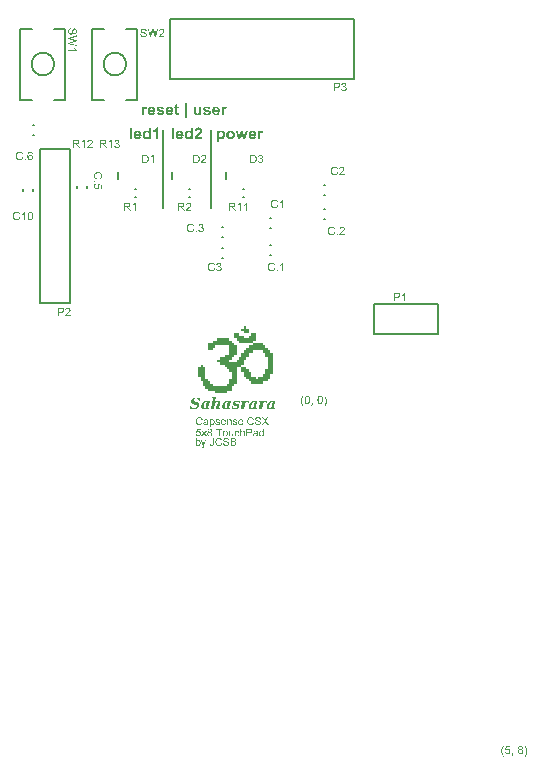
<source format=gto>
G04*
G04 #@! TF.GenerationSoftware,Altium Limited,Altium Designer,20.0.14 (345)*
G04*
G04 Layer_Color=65535*
%FSLAX25Y25*%
%MOIN*%
G70*
G01*
G75*
%ADD10C,0.00500*%
%ADD11C,0.00787*%
%ADD12C,0.00800*%
G36*
X23800Y-93200D02*
X24600D01*
Y-94000D01*
Y-94800D01*
X23000D01*
Y-94000D01*
X22200D01*
Y-93200D01*
X23000D01*
Y-92400D01*
X23800D01*
Y-93200D01*
D02*
G37*
G36*
X27000Y-95600D02*
Y-96400D01*
Y-97200D01*
X26200D01*
Y-98000D01*
X29400D01*
Y-98800D01*
X30200D01*
Y-99600D01*
X31000D01*
Y-100400D01*
X31800D01*
Y-101200D01*
X32600D01*
Y-102000D01*
Y-102800D01*
Y-103600D01*
Y-104400D01*
Y-105200D01*
Y-106000D01*
Y-106800D01*
Y-107600D01*
Y-108400D01*
X31800D01*
Y-109200D01*
Y-110000D01*
X31000D01*
Y-110800D01*
X29400D01*
Y-111600D01*
X25400D01*
Y-110800D01*
X24600D01*
Y-110000D01*
X23800D01*
Y-109200D01*
X23000D01*
Y-108400D01*
Y-107600D01*
X22200D01*
Y-106800D01*
Y-106000D01*
X20600D01*
Y-106800D01*
Y-107600D01*
Y-108400D01*
Y-109200D01*
Y-110000D01*
Y-110800D01*
Y-111600D01*
X19800D01*
Y-112400D01*
X19000D01*
Y-113200D01*
Y-114000D01*
X17400D01*
Y-114800D01*
X13400D01*
Y-114000D01*
X11000D01*
Y-113200D01*
X10200D01*
Y-112400D01*
X9400D01*
Y-111600D01*
Y-110800D01*
X8600D01*
Y-110000D01*
Y-109200D01*
X7800D01*
Y-108400D01*
Y-107600D01*
Y-106800D01*
Y-106000D01*
X8600D01*
Y-105200D01*
X9400D01*
Y-106000D01*
X10200D01*
Y-106800D01*
Y-107600D01*
Y-108400D01*
Y-109200D01*
Y-110000D01*
X11000D01*
Y-110800D01*
X11800D01*
Y-111600D01*
X12600D01*
Y-112400D01*
X17400D01*
Y-111600D01*
X18200D01*
Y-110800D01*
Y-110000D01*
X19000D01*
Y-109200D01*
Y-108400D01*
Y-107600D01*
X18200D01*
Y-106800D01*
X17400D01*
Y-106000D01*
X16600D01*
Y-105200D01*
X15000D01*
Y-104400D01*
X14200D01*
Y-103600D01*
X15000D01*
Y-102800D01*
X16600D01*
Y-102000D01*
X18200D01*
Y-101200D01*
Y-100400D01*
Y-99600D01*
Y-98800D01*
X13400D01*
Y-99600D01*
X12600D01*
Y-100400D01*
X11000D01*
Y-99600D01*
Y-98800D01*
Y-98000D01*
X12600D01*
Y-97200D01*
X14200D01*
Y-96400D01*
X18200D01*
Y-97200D01*
X19000D01*
Y-98000D01*
X19800D01*
Y-98800D01*
X20600D01*
Y-99600D01*
Y-100400D01*
Y-101200D01*
Y-102000D01*
X19800D01*
Y-102800D01*
X19000D01*
Y-103600D01*
X18200D01*
Y-104400D01*
X20600D01*
Y-103600D01*
X21400D01*
Y-102800D01*
X22200D01*
Y-102000D01*
Y-101200D01*
X23000D01*
Y-100400D01*
X23800D01*
Y-99600D01*
X24600D01*
Y-98800D01*
X26200D01*
Y-98000D01*
X21400D01*
Y-97200D01*
X20600D01*
Y-96400D01*
X19800D01*
Y-95600D01*
Y-94800D01*
X21400D01*
Y-95600D01*
X23000D01*
Y-96400D01*
X24600D01*
Y-95600D01*
X25400D01*
Y-94800D01*
X27000D01*
Y-95600D01*
D02*
G37*
G36*
X27750Y-122693D02*
X27775D01*
X27846Y-122700D01*
X27924Y-122711D01*
X28005Y-122730D01*
X28094Y-122752D01*
X28175Y-122781D01*
X28179D01*
X28186Y-122785D01*
X28197Y-122792D01*
X28212Y-122800D01*
X28249Y-122818D01*
X28297Y-122852D01*
X28353Y-122889D01*
X28408Y-122937D01*
X28460Y-122992D01*
X28508Y-123055D01*
Y-123059D01*
X28512Y-123063D01*
X28519Y-123074D01*
X28527Y-123085D01*
X28545Y-123122D01*
X28567Y-123170D01*
X28593Y-123229D01*
X28612Y-123299D01*
X28630Y-123373D01*
X28638Y-123455D01*
X28312Y-123481D01*
Y-123477D01*
Y-123469D01*
X28308Y-123458D01*
X28305Y-123440D01*
X28293Y-123399D01*
X28279Y-123344D01*
X28256Y-123284D01*
X28223Y-123225D01*
X28183Y-123170D01*
X28131Y-123118D01*
X28123Y-123114D01*
X28105Y-123100D01*
X28068Y-123077D01*
X28020Y-123055D01*
X27957Y-123033D01*
X27883Y-123011D01*
X27790Y-122996D01*
X27687Y-122992D01*
X27635D01*
X27613Y-122996D01*
X27583Y-123000D01*
X27516Y-123007D01*
X27442Y-123022D01*
X27369Y-123040D01*
X27298Y-123070D01*
X27269Y-123088D01*
X27239Y-123107D01*
X27232Y-123111D01*
X27217Y-123125D01*
X27195Y-123151D01*
X27172Y-123181D01*
X27147Y-123222D01*
X27124Y-123266D01*
X27110Y-123318D01*
X27102Y-123377D01*
Y-123384D01*
Y-123399D01*
X27106Y-123425D01*
X27113Y-123455D01*
X27124Y-123492D01*
X27143Y-123529D01*
X27165Y-123566D01*
X27198Y-123603D01*
X27202Y-123606D01*
X27220Y-123617D01*
X27235Y-123629D01*
X27250Y-123636D01*
X27272Y-123647D01*
X27298Y-123662D01*
X27332Y-123673D01*
X27369Y-123688D01*
X27409Y-123703D01*
X27457Y-123721D01*
X27509Y-123736D01*
X27568Y-123754D01*
X27635Y-123769D01*
X27709Y-123788D01*
X27713D01*
X27727Y-123791D01*
X27750Y-123795D01*
X27775Y-123802D01*
X27809Y-123810D01*
X27850Y-123821D01*
X27890Y-123832D01*
X27935Y-123843D01*
X28031Y-123869D01*
X28123Y-123895D01*
X28168Y-123910D01*
X28208Y-123925D01*
X28245Y-123936D01*
X28275Y-123951D01*
X28279D01*
X28286Y-123954D01*
X28297Y-123962D01*
X28312Y-123969D01*
X28353Y-123991D01*
X28401Y-124021D01*
X28456Y-124062D01*
X28512Y-124106D01*
X28564Y-124158D01*
X28608Y-124213D01*
X28612Y-124221D01*
X28626Y-124239D01*
X28641Y-124272D01*
X28664Y-124317D01*
X28682Y-124369D01*
X28701Y-124432D01*
X28712Y-124502D01*
X28715Y-124576D01*
Y-124580D01*
Y-124583D01*
Y-124594D01*
Y-124609D01*
X28708Y-124650D01*
X28701Y-124702D01*
X28686Y-124761D01*
X28667Y-124824D01*
X28638Y-124890D01*
X28597Y-124961D01*
Y-124964D01*
X28593Y-124968D01*
X28575Y-124990D01*
X28549Y-125023D01*
X28512Y-125060D01*
X28464Y-125105D01*
X28405Y-125153D01*
X28338Y-125197D01*
X28260Y-125238D01*
X28256D01*
X28249Y-125242D01*
X28238Y-125245D01*
X28223Y-125253D01*
X28201Y-125260D01*
X28175Y-125271D01*
X28116Y-125286D01*
X28046Y-125305D01*
X27961Y-125323D01*
X27868Y-125334D01*
X27768Y-125338D01*
X27709D01*
X27679Y-125334D01*
X27646D01*
X27609Y-125331D01*
X27565Y-125327D01*
X27472Y-125312D01*
X27376Y-125297D01*
X27280Y-125271D01*
X27187Y-125238D01*
X27183D01*
X27176Y-125234D01*
X27165Y-125227D01*
X27150Y-125220D01*
X27106Y-125197D01*
X27054Y-125164D01*
X26995Y-125120D01*
X26932Y-125068D01*
X26873Y-125005D01*
X26817Y-124935D01*
Y-124931D01*
X26810Y-124924D01*
X26806Y-124913D01*
X26795Y-124898D01*
X26788Y-124879D01*
X26776Y-124857D01*
X26751Y-124802D01*
X26725Y-124731D01*
X26702Y-124653D01*
X26688Y-124565D01*
X26680Y-124472D01*
X26998Y-124443D01*
Y-124446D01*
Y-124450D01*
X27002Y-124461D01*
Y-124476D01*
X27010Y-124509D01*
X27021Y-124557D01*
X27035Y-124605D01*
X27050Y-124661D01*
X27076Y-124713D01*
X27102Y-124761D01*
X27106Y-124765D01*
X27117Y-124779D01*
X27135Y-124805D01*
X27165Y-124831D01*
X27202Y-124864D01*
X27243Y-124898D01*
X27298Y-124931D01*
X27357Y-124961D01*
X27361D01*
X27365Y-124964D01*
X27376Y-124968D01*
X27387Y-124972D01*
X27424Y-124983D01*
X27472Y-124998D01*
X27531Y-125012D01*
X27598Y-125023D01*
X27672Y-125031D01*
X27753Y-125035D01*
X27787D01*
X27824Y-125031D01*
X27868Y-125027D01*
X27920Y-125020D01*
X27979Y-125012D01*
X28038Y-124998D01*
X28094Y-124979D01*
X28101Y-124975D01*
X28120Y-124968D01*
X28146Y-124953D01*
X28179Y-124938D01*
X28212Y-124913D01*
X28249Y-124887D01*
X28286Y-124857D01*
X28316Y-124820D01*
X28319Y-124816D01*
X28327Y-124802D01*
X28338Y-124783D01*
X28353Y-124753D01*
X28367Y-124724D01*
X28379Y-124687D01*
X28386Y-124646D01*
X28390Y-124602D01*
Y-124598D01*
Y-124580D01*
X28386Y-124557D01*
X28382Y-124528D01*
X28371Y-124498D01*
X28360Y-124461D01*
X28342Y-124424D01*
X28316Y-124391D01*
X28312Y-124387D01*
X28301Y-124376D01*
X28286Y-124361D01*
X28260Y-124339D01*
X28231Y-124317D01*
X28190Y-124291D01*
X28142Y-124265D01*
X28086Y-124243D01*
X28083Y-124239D01*
X28064Y-124235D01*
X28034Y-124224D01*
X28016Y-124221D01*
X27990Y-124213D01*
X27964Y-124202D01*
X27931Y-124195D01*
X27894Y-124184D01*
X27850Y-124172D01*
X27805Y-124161D01*
X27753Y-124147D01*
X27694Y-124132D01*
X27631Y-124117D01*
X27628D01*
X27616Y-124113D01*
X27598Y-124110D01*
X27576Y-124102D01*
X27546Y-124095D01*
X27513Y-124087D01*
X27439Y-124065D01*
X27357Y-124039D01*
X27272Y-124013D01*
X27198Y-123987D01*
X27165Y-123973D01*
X27135Y-123958D01*
X27132D01*
X27128Y-123954D01*
X27106Y-123939D01*
X27073Y-123921D01*
X27035Y-123891D01*
X26991Y-123858D01*
X26947Y-123817D01*
X26902Y-123769D01*
X26865Y-123717D01*
X26862Y-123710D01*
X26851Y-123691D01*
X26836Y-123662D01*
X26821Y-123625D01*
X26806Y-123577D01*
X26791Y-123521D01*
X26780Y-123462D01*
X26776Y-123399D01*
Y-123396D01*
Y-123392D01*
Y-123381D01*
Y-123366D01*
X26784Y-123329D01*
X26791Y-123281D01*
X26802Y-123225D01*
X26821Y-123162D01*
X26847Y-123100D01*
X26884Y-123037D01*
Y-123033D01*
X26888Y-123029D01*
X26906Y-123007D01*
X26932Y-122977D01*
X26965Y-122940D01*
X27010Y-122900D01*
X27065Y-122855D01*
X27132Y-122815D01*
X27206Y-122778D01*
X27209D01*
X27217Y-122774D01*
X27228Y-122770D01*
X27243Y-122763D01*
X27261Y-122755D01*
X27287Y-122748D01*
X27343Y-122733D01*
X27413Y-122718D01*
X27494Y-122704D01*
X27579Y-122693D01*
X27676Y-122689D01*
X27724D01*
X27750Y-122693D01*
D02*
G37*
G36*
X25382D02*
X25415Y-122696D01*
X25456Y-122700D01*
X25496Y-122704D01*
X25544Y-122715D01*
X25644Y-122737D01*
X25755Y-122770D01*
X25811Y-122792D01*
X25863Y-122818D01*
X25914Y-122852D01*
X25966Y-122885D01*
X25970Y-122889D01*
X25977Y-122892D01*
X25992Y-122903D01*
X26011Y-122922D01*
X26029Y-122940D01*
X26055Y-122966D01*
X26081Y-122996D01*
X26111Y-123026D01*
X26140Y-123063D01*
X26170Y-123107D01*
X26203Y-123151D01*
X26233Y-123199D01*
X26259Y-123255D01*
X26288Y-123310D01*
X26310Y-123370D01*
X26333Y-123436D01*
X26000Y-123514D01*
Y-123510D01*
X25996Y-123503D01*
X25988Y-123488D01*
X25981Y-123469D01*
X25974Y-123447D01*
X25962Y-123418D01*
X25933Y-123359D01*
X25896Y-123292D01*
X25852Y-123225D01*
X25796Y-123162D01*
X25737Y-123107D01*
X25729Y-123100D01*
X25707Y-123085D01*
X25670Y-123066D01*
X25622Y-123040D01*
X25559Y-123018D01*
X25489Y-122996D01*
X25404Y-122981D01*
X25311Y-122977D01*
X25282D01*
X25263Y-122981D01*
X25237D01*
X25208Y-122985D01*
X25137Y-122996D01*
X25060Y-123011D01*
X24978Y-123037D01*
X24893Y-123074D01*
X24815Y-123122D01*
X24812D01*
X24808Y-123129D01*
X24782Y-123148D01*
X24749Y-123177D01*
X24708Y-123222D01*
X24660Y-123277D01*
X24616Y-123340D01*
X24575Y-123418D01*
X24538Y-123503D01*
Y-123506D01*
X24534Y-123514D01*
X24531Y-123525D01*
X24527Y-123544D01*
X24520Y-123566D01*
X24512Y-123592D01*
X24501Y-123654D01*
X24486Y-123729D01*
X24471Y-123810D01*
X24464Y-123899D01*
X24460Y-123995D01*
Y-123999D01*
Y-124010D01*
Y-124028D01*
Y-124050D01*
X24464Y-124076D01*
Y-124110D01*
X24468Y-124147D01*
X24471Y-124187D01*
X24483Y-124276D01*
X24501Y-124372D01*
X24523Y-124469D01*
X24553Y-124565D01*
Y-124568D01*
X24556Y-124576D01*
X24564Y-124587D01*
X24571Y-124605D01*
X24593Y-124650D01*
X24627Y-124702D01*
X24667Y-124761D01*
X24719Y-124824D01*
X24779Y-124879D01*
X24849Y-124931D01*
X24852D01*
X24860Y-124935D01*
X24871Y-124942D01*
X24886Y-124950D01*
X24904Y-124957D01*
X24927Y-124968D01*
X24978Y-124990D01*
X25045Y-125012D01*
X25119Y-125031D01*
X25200Y-125046D01*
X25285Y-125049D01*
X25311D01*
X25333Y-125046D01*
X25359D01*
X25385Y-125042D01*
X25452Y-125027D01*
X25530Y-125009D01*
X25607Y-124979D01*
X25689Y-124938D01*
X25729Y-124916D01*
X25766Y-124887D01*
X25770Y-124883D01*
X25774Y-124879D01*
X25785Y-124868D01*
X25800Y-124857D01*
X25815Y-124838D01*
X25833Y-124816D01*
X25855Y-124794D01*
X25874Y-124765D01*
X25896Y-124731D01*
X25922Y-124694D01*
X25944Y-124657D01*
X25966Y-124613D01*
X25985Y-124565D01*
X26003Y-124513D01*
X26022Y-124457D01*
X26037Y-124398D01*
X26377Y-124483D01*
Y-124487D01*
X26373Y-124502D01*
X26366Y-124524D01*
X26355Y-124554D01*
X26344Y-124587D01*
X26329Y-124628D01*
X26310Y-124672D01*
X26288Y-124720D01*
X26236Y-124824D01*
X26170Y-124927D01*
X26129Y-124979D01*
X26088Y-125031D01*
X26044Y-125075D01*
X25992Y-125120D01*
X25988Y-125123D01*
X25981Y-125131D01*
X25962Y-125138D01*
X25944Y-125153D01*
X25914Y-125171D01*
X25885Y-125190D01*
X25844Y-125208D01*
X25803Y-125227D01*
X25755Y-125249D01*
X25703Y-125268D01*
X25648Y-125286D01*
X25589Y-125305D01*
X25526Y-125320D01*
X25459Y-125327D01*
X25389Y-125334D01*
X25315Y-125338D01*
X25274D01*
X25245Y-125334D01*
X25211D01*
X25171Y-125331D01*
X25126Y-125323D01*
X25074Y-125316D01*
X24967Y-125297D01*
X24856Y-125268D01*
X24745Y-125227D01*
X24693Y-125201D01*
X24642Y-125171D01*
X24638Y-125168D01*
X24631Y-125164D01*
X24616Y-125153D01*
X24601Y-125138D01*
X24579Y-125123D01*
X24553Y-125101D01*
X24523Y-125075D01*
X24494Y-125046D01*
X24464Y-125012D01*
X24431Y-124979D01*
X24364Y-124894D01*
X24301Y-124794D01*
X24246Y-124683D01*
Y-124679D01*
X24238Y-124668D01*
X24235Y-124650D01*
X24224Y-124628D01*
X24216Y-124598D01*
X24205Y-124561D01*
X24190Y-124520D01*
X24179Y-124476D01*
X24168Y-124428D01*
X24153Y-124372D01*
X24135Y-124258D01*
X24120Y-124128D01*
X24113Y-123995D01*
Y-123991D01*
Y-123976D01*
Y-123954D01*
X24116Y-123928D01*
Y-123891D01*
X24120Y-123854D01*
X24124Y-123806D01*
X24131Y-123758D01*
X24149Y-123651D01*
X24175Y-123532D01*
X24212Y-123414D01*
X24264Y-123299D01*
X24268Y-123296D01*
X24272Y-123284D01*
X24279Y-123270D01*
X24294Y-123251D01*
X24309Y-123225D01*
X24327Y-123196D01*
X24375Y-123129D01*
X24438Y-123055D01*
X24512Y-122981D01*
X24597Y-122907D01*
X24697Y-122844D01*
X24701Y-122840D01*
X24712Y-122837D01*
X24727Y-122829D01*
X24745Y-122818D01*
X24775Y-122807D01*
X24804Y-122796D01*
X24841Y-122781D01*
X24882Y-122766D01*
X24927Y-122752D01*
X24975Y-122737D01*
X25078Y-122715D01*
X25197Y-122696D01*
X25319Y-122689D01*
X25356D01*
X25382Y-122693D01*
D02*
G37*
G36*
X8269D02*
X8302Y-122696D01*
X8343Y-122700D01*
X8384Y-122704D01*
X8432Y-122715D01*
X8532Y-122737D01*
X8643Y-122770D01*
X8698Y-122792D01*
X8750Y-122818D01*
X8802Y-122852D01*
X8854Y-122885D01*
X8857Y-122889D01*
X8865Y-122892D01*
X8880Y-122903D01*
X8898Y-122922D01*
X8917Y-122940D01*
X8942Y-122966D01*
X8968Y-122996D01*
X8998Y-123026D01*
X9028Y-123063D01*
X9057Y-123107D01*
X9091Y-123151D01*
X9120Y-123199D01*
X9146Y-123255D01*
X9176Y-123310D01*
X9198Y-123370D01*
X9220Y-123436D01*
X8887Y-123514D01*
Y-123510D01*
X8883Y-123503D01*
X8876Y-123488D01*
X8868Y-123469D01*
X8861Y-123447D01*
X8850Y-123418D01*
X8820Y-123359D01*
X8783Y-123292D01*
X8739Y-123225D01*
X8683Y-123162D01*
X8624Y-123107D01*
X8617Y-123100D01*
X8595Y-123085D01*
X8558Y-123066D01*
X8510Y-123040D01*
X8447Y-123018D01*
X8376Y-122996D01*
X8291Y-122981D01*
X8199Y-122977D01*
X8169D01*
X8151Y-122981D01*
X8125D01*
X8095Y-122985D01*
X8025Y-122996D01*
X7947Y-123011D01*
X7866Y-123037D01*
X7781Y-123074D01*
X7703Y-123122D01*
X7699D01*
X7696Y-123129D01*
X7670Y-123148D01*
X7636Y-123177D01*
X7596Y-123222D01*
X7548Y-123277D01*
X7503Y-123340D01*
X7463Y-123418D01*
X7425Y-123503D01*
Y-123506D01*
X7422Y-123514D01*
X7418Y-123525D01*
X7414Y-123544D01*
X7407Y-123566D01*
X7400Y-123592D01*
X7389Y-123654D01*
X7374Y-123729D01*
X7359Y-123810D01*
X7351Y-123899D01*
X7348Y-123995D01*
Y-123999D01*
Y-124010D01*
Y-124028D01*
Y-124050D01*
X7351Y-124076D01*
Y-124110D01*
X7355Y-124147D01*
X7359Y-124187D01*
X7370Y-124276D01*
X7389Y-124372D01*
X7411Y-124469D01*
X7440Y-124565D01*
Y-124568D01*
X7444Y-124576D01*
X7451Y-124587D01*
X7459Y-124605D01*
X7481Y-124650D01*
X7514Y-124702D01*
X7555Y-124761D01*
X7607Y-124824D01*
X7666Y-124879D01*
X7736Y-124931D01*
X7740D01*
X7747Y-124935D01*
X7758Y-124942D01*
X7773Y-124950D01*
X7792Y-124957D01*
X7814Y-124968D01*
X7866Y-124990D01*
X7932Y-125012D01*
X8006Y-125031D01*
X8088Y-125046D01*
X8173Y-125049D01*
X8199D01*
X8221Y-125046D01*
X8247D01*
X8273Y-125042D01*
X8339Y-125027D01*
X8417Y-125009D01*
X8495Y-124979D01*
X8576Y-124938D01*
X8617Y-124916D01*
X8654Y-124887D01*
X8658Y-124883D01*
X8661Y-124879D01*
X8672Y-124868D01*
X8687Y-124857D01*
X8702Y-124838D01*
X8721Y-124816D01*
X8743Y-124794D01*
X8761Y-124765D01*
X8783Y-124731D01*
X8809Y-124694D01*
X8832Y-124657D01*
X8854Y-124613D01*
X8872Y-124565D01*
X8891Y-124513D01*
X8909Y-124457D01*
X8924Y-124398D01*
X9264Y-124483D01*
Y-124487D01*
X9261Y-124502D01*
X9253Y-124524D01*
X9242Y-124554D01*
X9231Y-124587D01*
X9216Y-124628D01*
X9198Y-124672D01*
X9176Y-124720D01*
X9124Y-124824D01*
X9057Y-124927D01*
X9016Y-124979D01*
X8976Y-125031D01*
X8931Y-125075D01*
X8880Y-125120D01*
X8876Y-125123D01*
X8868Y-125131D01*
X8850Y-125138D01*
X8832Y-125153D01*
X8802Y-125171D01*
X8772Y-125190D01*
X8732Y-125208D01*
X8691Y-125227D01*
X8643Y-125249D01*
X8591Y-125268D01*
X8535Y-125286D01*
X8476Y-125305D01*
X8413Y-125320D01*
X8347Y-125327D01*
X8276Y-125334D01*
X8202Y-125338D01*
X8162D01*
X8132Y-125334D01*
X8099D01*
X8058Y-125331D01*
X8014Y-125323D01*
X7962Y-125316D01*
X7855Y-125297D01*
X7744Y-125268D01*
X7633Y-125227D01*
X7581Y-125201D01*
X7529Y-125171D01*
X7525Y-125168D01*
X7518Y-125164D01*
X7503Y-125153D01*
X7488Y-125138D01*
X7466Y-125123D01*
X7440Y-125101D01*
X7411Y-125075D01*
X7381Y-125046D01*
X7351Y-125012D01*
X7318Y-124979D01*
X7252Y-124894D01*
X7189Y-124794D01*
X7133Y-124683D01*
Y-124679D01*
X7126Y-124668D01*
X7122Y-124650D01*
X7111Y-124628D01*
X7104Y-124598D01*
X7092Y-124561D01*
X7078Y-124520D01*
X7067Y-124476D01*
X7056Y-124428D01*
X7041Y-124372D01*
X7022Y-124258D01*
X7007Y-124128D01*
X7000Y-123995D01*
Y-123991D01*
Y-123976D01*
Y-123954D01*
X7004Y-123928D01*
Y-123891D01*
X7007Y-123854D01*
X7011Y-123806D01*
X7018Y-123758D01*
X7037Y-123651D01*
X7063Y-123532D01*
X7100Y-123414D01*
X7152Y-123299D01*
X7155Y-123296D01*
X7159Y-123284D01*
X7166Y-123270D01*
X7181Y-123251D01*
X7196Y-123225D01*
X7215Y-123196D01*
X7263Y-123129D01*
X7326Y-123055D01*
X7400Y-122981D01*
X7485Y-122907D01*
X7585Y-122844D01*
X7588Y-122840D01*
X7599Y-122837D01*
X7614Y-122829D01*
X7633Y-122818D01*
X7662Y-122807D01*
X7692Y-122796D01*
X7729Y-122781D01*
X7770Y-122766D01*
X7814Y-122752D01*
X7862Y-122737D01*
X7966Y-122715D01*
X8084Y-122696D01*
X8206Y-122689D01*
X8243D01*
X8269Y-122693D01*
D02*
G37*
G36*
X12513Y-123399D02*
X12539Y-123403D01*
X12594Y-123410D01*
X12661Y-123425D01*
X12731Y-123447D01*
X12802Y-123481D01*
X12872Y-123521D01*
X12876D01*
X12879Y-123529D01*
X12901Y-123544D01*
X12935Y-123573D01*
X12976Y-123610D01*
X13020Y-123658D01*
X13064Y-123717D01*
X13109Y-123788D01*
X13146Y-123865D01*
Y-123869D01*
X13149Y-123877D01*
X13153Y-123888D01*
X13160Y-123902D01*
X13168Y-123925D01*
X13175Y-123951D01*
X13194Y-124010D01*
X13212Y-124084D01*
X13227Y-124165D01*
X13238Y-124258D01*
X13242Y-124354D01*
Y-124357D01*
Y-124365D01*
Y-124380D01*
Y-124402D01*
X13238Y-124428D01*
Y-124457D01*
X13231Y-124524D01*
X13216Y-124605D01*
X13197Y-124690D01*
X13172Y-124779D01*
X13138Y-124868D01*
Y-124872D01*
X13135Y-124879D01*
X13127Y-124890D01*
X13120Y-124905D01*
X13094Y-124946D01*
X13061Y-124998D01*
X13020Y-125053D01*
X12968Y-125109D01*
X12909Y-125164D01*
X12839Y-125216D01*
X12835D01*
X12831Y-125220D01*
X12820Y-125227D01*
X12805Y-125234D01*
X12768Y-125253D01*
X12717Y-125275D01*
X12654Y-125297D01*
X12587Y-125316D01*
X12509Y-125331D01*
X12432Y-125334D01*
X12406D01*
X12376Y-125331D01*
X12339Y-125327D01*
X12295Y-125320D01*
X12247Y-125308D01*
X12199Y-125294D01*
X12150Y-125271D01*
X12147Y-125268D01*
X12128Y-125260D01*
X12106Y-125245D01*
X12076Y-125223D01*
X12047Y-125201D01*
X12010Y-125171D01*
X11976Y-125138D01*
X11947Y-125101D01*
Y-126004D01*
X11632D01*
Y-123436D01*
X11917D01*
Y-123680D01*
X11921Y-123673D01*
X11936Y-123658D01*
X11954Y-123632D01*
X11984Y-123603D01*
X12017Y-123566D01*
X12054Y-123532D01*
X12099Y-123499D01*
X12143Y-123469D01*
X12150Y-123466D01*
X12165Y-123458D01*
X12195Y-123447D01*
X12232Y-123433D01*
X12276Y-123418D01*
X12328Y-123407D01*
X12387Y-123399D01*
X12454Y-123396D01*
X12494D01*
X12513Y-123399D01*
D02*
G37*
G36*
X30306Y-123951D02*
X31265Y-125294D01*
X30847D01*
X30199Y-124383D01*
X30195Y-124380D01*
X30188Y-124369D01*
X30180Y-124354D01*
X30166Y-124335D01*
X30132Y-124284D01*
X30095Y-124228D01*
X30092Y-124232D01*
X30081Y-124247D01*
X30066Y-124269D01*
X30047Y-124298D01*
X30007Y-124357D01*
X29988Y-124383D01*
X29973Y-124406D01*
X29326Y-125294D01*
X28919D01*
X29907Y-123969D01*
X29033Y-122733D01*
X29437D01*
X29903Y-123392D01*
Y-123396D01*
X29910Y-123399D01*
X29918Y-123410D01*
X29929Y-123425D01*
X29951Y-123462D01*
X29984Y-123506D01*
X30018Y-123558D01*
X30051Y-123610D01*
X30081Y-123658D01*
X30106Y-123703D01*
X30110Y-123695D01*
X30121Y-123680D01*
X30140Y-123651D01*
X30166Y-123614D01*
X30195Y-123573D01*
X30232Y-123521D01*
X30269Y-123469D01*
X30314Y-123414D01*
X30824Y-122733D01*
X31194D01*
X30306Y-123951D01*
D02*
G37*
G36*
X18333Y-123399D02*
X18374Y-123403D01*
X18422Y-123410D01*
X18474Y-123421D01*
X18529Y-123436D01*
X18581Y-123458D01*
X18588Y-123462D01*
X18603Y-123469D01*
X18629Y-123481D01*
X18659Y-123499D01*
X18696Y-123521D01*
X18729Y-123551D01*
X18762Y-123581D01*
X18792Y-123617D01*
X18796Y-123621D01*
X18803Y-123636D01*
X18814Y-123654D01*
X18833Y-123680D01*
X18847Y-123717D01*
X18862Y-123754D01*
X18881Y-123799D01*
X18892Y-123847D01*
Y-123851D01*
X18895Y-123865D01*
X18899Y-123888D01*
X18903Y-123917D01*
Y-123962D01*
X18907Y-124013D01*
X18910Y-124076D01*
Y-124154D01*
Y-125294D01*
X18596D01*
Y-124169D01*
Y-124165D01*
Y-124161D01*
Y-124135D01*
Y-124102D01*
X18592Y-124062D01*
X18588Y-124013D01*
X18581Y-123965D01*
X18570Y-123921D01*
X18559Y-123880D01*
Y-123877D01*
X18551Y-123865D01*
X18540Y-123847D01*
X18529Y-123825D01*
X18511Y-123802D01*
X18488Y-123777D01*
X18459Y-123751D01*
X18426Y-123729D01*
X18422Y-123725D01*
X18411Y-123717D01*
X18389Y-123710D01*
X18363Y-123699D01*
X18333Y-123688D01*
X18296Y-123677D01*
X18252Y-123673D01*
X18207Y-123669D01*
X18189D01*
X18174Y-123673D01*
X18137Y-123677D01*
X18089Y-123684D01*
X18037Y-123703D01*
X17978Y-123725D01*
X17919Y-123754D01*
X17863Y-123799D01*
X17856Y-123806D01*
X17841Y-123825D01*
X17830Y-123839D01*
X17819Y-123858D01*
X17804Y-123880D01*
X17793Y-123906D01*
X17778Y-123936D01*
X17763Y-123973D01*
X17752Y-124013D01*
X17741Y-124058D01*
X17734Y-124106D01*
X17726Y-124158D01*
X17719Y-124221D01*
Y-124284D01*
Y-125294D01*
X17404D01*
Y-123436D01*
X17686D01*
Y-123703D01*
X17689Y-123699D01*
X17697Y-123688D01*
X17708Y-123673D01*
X17723Y-123654D01*
X17745Y-123632D01*
X17771Y-123606D01*
X17800Y-123577D01*
X17837Y-123547D01*
X17874Y-123521D01*
X17919Y-123492D01*
X17967Y-123466D01*
X18019Y-123444D01*
X18078Y-123425D01*
X18137Y-123410D01*
X18204Y-123399D01*
X18274Y-123396D01*
X18304D01*
X18333Y-123399D01*
D02*
G37*
G36*
X20079D02*
X20135Y-123403D01*
X20194Y-123410D01*
X20257Y-123425D01*
X20324Y-123440D01*
X20387Y-123462D01*
X20390D01*
X20394Y-123466D01*
X20413Y-123473D01*
X20442Y-123488D01*
X20479Y-123506D01*
X20520Y-123532D01*
X20561Y-123562D01*
X20597Y-123595D01*
X20631Y-123632D01*
X20635Y-123636D01*
X20642Y-123651D01*
X20657Y-123677D01*
X20675Y-123706D01*
X20694Y-123751D01*
X20712Y-123799D01*
X20727Y-123854D01*
X20742Y-123917D01*
X20435Y-123958D01*
Y-123951D01*
X20431Y-123936D01*
X20424Y-123910D01*
X20413Y-123877D01*
X20394Y-123843D01*
X20372Y-123806D01*
X20346Y-123769D01*
X20309Y-123736D01*
X20305Y-123732D01*
X20290Y-123725D01*
X20268Y-123710D01*
X20235Y-123695D01*
X20198Y-123680D01*
X20150Y-123666D01*
X20091Y-123658D01*
X20028Y-123654D01*
X19991D01*
X19954Y-123658D01*
X19906Y-123662D01*
X19858Y-123673D01*
X19806Y-123684D01*
X19758Y-123703D01*
X19717Y-123729D01*
X19713Y-123732D01*
X19702Y-123740D01*
X19687Y-123754D01*
X19672Y-123777D01*
X19654Y-123799D01*
X19639Y-123828D01*
X19628Y-123862D01*
X19624Y-123895D01*
Y-123899D01*
Y-123906D01*
X19628Y-123917D01*
Y-123932D01*
X19639Y-123969D01*
X19661Y-124006D01*
X19665Y-124010D01*
X19669Y-124013D01*
X19676Y-124024D01*
X19691Y-124036D01*
X19706Y-124047D01*
X19728Y-124062D01*
X19754Y-124073D01*
X19783Y-124087D01*
X19787D01*
X19795Y-124091D01*
X19809Y-124095D01*
X19835Y-124106D01*
X19872Y-124117D01*
X19920Y-124128D01*
X19950Y-124139D01*
X19983Y-124147D01*
X20020Y-124158D01*
X20061Y-124169D01*
X20065D01*
X20076Y-124172D01*
X20094Y-124176D01*
X20117Y-124184D01*
X20142Y-124191D01*
X20176Y-124198D01*
X20246Y-124221D01*
X20324Y-124243D01*
X20401Y-124269D01*
X20472Y-124295D01*
X20501Y-124306D01*
X20527Y-124317D01*
X20535Y-124320D01*
X20549Y-124328D01*
X20572Y-124339D01*
X20605Y-124357D01*
X20638Y-124380D01*
X20672Y-124409D01*
X20705Y-124443D01*
X20734Y-124480D01*
X20738Y-124483D01*
X20745Y-124498D01*
X20760Y-124520D01*
X20775Y-124554D01*
X20786Y-124594D01*
X20801Y-124639D01*
X20808Y-124690D01*
X20812Y-124750D01*
Y-124757D01*
Y-124776D01*
X20808Y-124805D01*
X20801Y-124846D01*
X20790Y-124890D01*
X20771Y-124938D01*
X20749Y-124994D01*
X20720Y-125046D01*
X20716Y-125053D01*
X20701Y-125068D01*
X20683Y-125094D01*
X20653Y-125123D01*
X20612Y-125157D01*
X20568Y-125194D01*
X20516Y-125227D01*
X20453Y-125260D01*
X20449D01*
X20446Y-125264D01*
X20424Y-125271D01*
X20387Y-125283D01*
X20338Y-125297D01*
X20279Y-125312D01*
X20213Y-125323D01*
X20142Y-125331D01*
X20061Y-125334D01*
X20028D01*
X20002Y-125331D01*
X19972D01*
X19935Y-125327D01*
X19898Y-125323D01*
X19858Y-125316D01*
X19769Y-125297D01*
X19676Y-125271D01*
X19587Y-125234D01*
X19547Y-125212D01*
X19510Y-125186D01*
X19506Y-125183D01*
X19502Y-125179D01*
X19480Y-125157D01*
X19447Y-125123D01*
X19410Y-125072D01*
X19369Y-125009D01*
X19328Y-124935D01*
X19295Y-124842D01*
X19269Y-124739D01*
X19580Y-124690D01*
Y-124694D01*
Y-124698D01*
X19587Y-124720D01*
X19595Y-124757D01*
X19610Y-124798D01*
X19628Y-124842D01*
X19650Y-124890D01*
X19684Y-124938D01*
X19724Y-124979D01*
X19732Y-124983D01*
X19747Y-124994D01*
X19776Y-125009D01*
X19813Y-125027D01*
X19861Y-125046D01*
X19917Y-125060D01*
X19983Y-125072D01*
X20061Y-125075D01*
X20098D01*
X20135Y-125072D01*
X20183Y-125064D01*
X20235Y-125053D01*
X20290Y-125038D01*
X20338Y-125020D01*
X20383Y-124990D01*
X20387Y-124987D01*
X20401Y-124975D01*
X20416Y-124957D01*
X20438Y-124931D01*
X20457Y-124901D01*
X20475Y-124864D01*
X20486Y-124827D01*
X20490Y-124783D01*
Y-124779D01*
Y-124765D01*
X20486Y-124746D01*
X20479Y-124720D01*
X20468Y-124694D01*
X20449Y-124668D01*
X20427Y-124639D01*
X20394Y-124617D01*
X20390Y-124613D01*
X20379Y-124609D01*
X20361Y-124598D01*
X20331Y-124587D01*
X20287Y-124572D01*
X20261Y-124561D01*
X20231Y-124554D01*
X20198Y-124542D01*
X20161Y-124531D01*
X20120Y-124520D01*
X20072Y-124509D01*
X20068D01*
X20057Y-124505D01*
X20039Y-124502D01*
X20017Y-124494D01*
X19987Y-124487D01*
X19954Y-124476D01*
X19883Y-124457D01*
X19802Y-124432D01*
X19724Y-124409D01*
X19650Y-124383D01*
X19617Y-124369D01*
X19591Y-124357D01*
X19584Y-124354D01*
X19569Y-124346D01*
X19547Y-124332D01*
X19517Y-124313D01*
X19484Y-124287D01*
X19451Y-124258D01*
X19417Y-124224D01*
X19388Y-124184D01*
X19384Y-124180D01*
X19376Y-124165D01*
X19365Y-124139D01*
X19354Y-124110D01*
X19343Y-124073D01*
X19332Y-124028D01*
X19325Y-123984D01*
X19321Y-123932D01*
Y-123925D01*
Y-123910D01*
X19325Y-123888D01*
X19328Y-123854D01*
X19336Y-123821D01*
X19343Y-123780D01*
X19358Y-123743D01*
X19376Y-123703D01*
X19380Y-123699D01*
X19388Y-123684D01*
X19399Y-123666D01*
X19417Y-123640D01*
X19439Y-123614D01*
X19465Y-123581D01*
X19495Y-123551D01*
X19532Y-123525D01*
X19536Y-123521D01*
X19547Y-123518D01*
X19561Y-123506D01*
X19584Y-123495D01*
X19613Y-123481D01*
X19647Y-123466D01*
X19687Y-123451D01*
X19732Y-123436D01*
X19739Y-123433D01*
X19754Y-123429D01*
X19780Y-123421D01*
X19813Y-123414D01*
X19854Y-123407D01*
X19898Y-123403D01*
X19950Y-123396D01*
X20039D01*
X20079Y-123399D01*
D02*
G37*
G36*
X14308D02*
X14363Y-123403D01*
X14422Y-123410D01*
X14485Y-123425D01*
X14552Y-123440D01*
X14615Y-123462D01*
X14618D01*
X14622Y-123466D01*
X14640Y-123473D01*
X14670Y-123488D01*
X14707Y-123506D01*
X14748Y-123532D01*
X14788Y-123562D01*
X14826Y-123595D01*
X14859Y-123632D01*
X14863Y-123636D01*
X14870Y-123651D01*
X14885Y-123677D01*
X14903Y-123706D01*
X14922Y-123751D01*
X14940Y-123799D01*
X14955Y-123854D01*
X14970Y-123917D01*
X14663Y-123958D01*
Y-123951D01*
X14659Y-123936D01*
X14652Y-123910D01*
X14640Y-123877D01*
X14622Y-123843D01*
X14600Y-123806D01*
X14574Y-123769D01*
X14537Y-123736D01*
X14533Y-123732D01*
X14518Y-123725D01*
X14496Y-123710D01*
X14463Y-123695D01*
X14426Y-123680D01*
X14378Y-123666D01*
X14319Y-123658D01*
X14256Y-123654D01*
X14219D01*
X14182Y-123658D01*
X14134Y-123662D01*
X14085Y-123673D01*
X14034Y-123684D01*
X13986Y-123703D01*
X13945Y-123729D01*
X13941Y-123732D01*
X13930Y-123740D01*
X13915Y-123754D01*
X13901Y-123777D01*
X13882Y-123799D01*
X13867Y-123828D01*
X13856Y-123862D01*
X13852Y-123895D01*
Y-123899D01*
Y-123906D01*
X13856Y-123917D01*
Y-123932D01*
X13867Y-123969D01*
X13889Y-124006D01*
X13893Y-124010D01*
X13897Y-124013D01*
X13904Y-124024D01*
X13919Y-124036D01*
X13934Y-124047D01*
X13956Y-124062D01*
X13982Y-124073D01*
X14011Y-124087D01*
X14015D01*
X14023Y-124091D01*
X14037Y-124095D01*
X14063Y-124106D01*
X14100Y-124117D01*
X14148Y-124128D01*
X14178Y-124139D01*
X14211Y-124147D01*
X14248Y-124158D01*
X14289Y-124169D01*
X14293D01*
X14304Y-124172D01*
X14322Y-124176D01*
X14345Y-124184D01*
X14370Y-124191D01*
X14404Y-124198D01*
X14474Y-124221D01*
X14552Y-124243D01*
X14629Y-124269D01*
X14700Y-124295D01*
X14729Y-124306D01*
X14755Y-124317D01*
X14763Y-124320D01*
X14777Y-124328D01*
X14800Y-124339D01*
X14833Y-124357D01*
X14866Y-124380D01*
X14899Y-124409D01*
X14933Y-124443D01*
X14962Y-124480D01*
X14966Y-124483D01*
X14974Y-124498D01*
X14988Y-124520D01*
X15003Y-124554D01*
X15014Y-124594D01*
X15029Y-124639D01*
X15036Y-124690D01*
X15040Y-124750D01*
Y-124757D01*
Y-124776D01*
X15036Y-124805D01*
X15029Y-124846D01*
X15018Y-124890D01*
X14999Y-124938D01*
X14977Y-124994D01*
X14948Y-125046D01*
X14944Y-125053D01*
X14929Y-125068D01*
X14911Y-125094D01*
X14881Y-125123D01*
X14840Y-125157D01*
X14796Y-125194D01*
X14744Y-125227D01*
X14681Y-125260D01*
X14678D01*
X14674Y-125264D01*
X14652Y-125271D01*
X14615Y-125283D01*
X14567Y-125297D01*
X14507Y-125312D01*
X14441Y-125323D01*
X14370Y-125331D01*
X14289Y-125334D01*
X14256D01*
X14230Y-125331D01*
X14200D01*
X14163Y-125327D01*
X14126Y-125323D01*
X14085Y-125316D01*
X13997Y-125297D01*
X13904Y-125271D01*
X13815Y-125234D01*
X13775Y-125212D01*
X13738Y-125186D01*
X13734Y-125183D01*
X13730Y-125179D01*
X13708Y-125157D01*
X13675Y-125123D01*
X13638Y-125072D01*
X13597Y-125009D01*
X13556Y-124935D01*
X13523Y-124842D01*
X13497Y-124739D01*
X13808Y-124690D01*
Y-124694D01*
Y-124698D01*
X13815Y-124720D01*
X13823Y-124757D01*
X13838Y-124798D01*
X13856Y-124842D01*
X13878Y-124890D01*
X13912Y-124938D01*
X13952Y-124979D01*
X13960Y-124983D01*
X13974Y-124994D01*
X14004Y-125009D01*
X14041Y-125027D01*
X14089Y-125046D01*
X14145Y-125060D01*
X14211Y-125072D01*
X14289Y-125075D01*
X14326D01*
X14363Y-125072D01*
X14411Y-125064D01*
X14463Y-125053D01*
X14518Y-125038D01*
X14567Y-125020D01*
X14611Y-124990D01*
X14615Y-124987D01*
X14629Y-124975D01*
X14644Y-124957D01*
X14666Y-124931D01*
X14685Y-124901D01*
X14703Y-124864D01*
X14715Y-124827D01*
X14718Y-124783D01*
Y-124779D01*
Y-124765D01*
X14715Y-124746D01*
X14707Y-124720D01*
X14696Y-124694D01*
X14678Y-124668D01*
X14655Y-124639D01*
X14622Y-124617D01*
X14618Y-124613D01*
X14607Y-124609D01*
X14589Y-124598D01*
X14559Y-124587D01*
X14515Y-124572D01*
X14489Y-124561D01*
X14459Y-124554D01*
X14426Y-124542D01*
X14389Y-124531D01*
X14348Y-124520D01*
X14300Y-124509D01*
X14296D01*
X14285Y-124505D01*
X14267Y-124502D01*
X14245Y-124494D01*
X14215Y-124487D01*
X14182Y-124476D01*
X14111Y-124457D01*
X14030Y-124432D01*
X13952Y-124409D01*
X13878Y-124383D01*
X13845Y-124369D01*
X13819Y-124357D01*
X13812Y-124354D01*
X13797Y-124346D01*
X13775Y-124332D01*
X13745Y-124313D01*
X13712Y-124287D01*
X13679Y-124258D01*
X13645Y-124224D01*
X13616Y-124184D01*
X13612Y-124180D01*
X13604Y-124165D01*
X13593Y-124139D01*
X13582Y-124110D01*
X13571Y-124073D01*
X13560Y-124028D01*
X13553Y-123984D01*
X13549Y-123932D01*
Y-123925D01*
Y-123910D01*
X13553Y-123888D01*
X13556Y-123854D01*
X13564Y-123821D01*
X13571Y-123780D01*
X13586Y-123743D01*
X13604Y-123703D01*
X13608Y-123699D01*
X13616Y-123684D01*
X13627Y-123666D01*
X13645Y-123640D01*
X13667Y-123614D01*
X13693Y-123581D01*
X13723Y-123551D01*
X13760Y-123525D01*
X13764Y-123521D01*
X13775Y-123518D01*
X13790Y-123506D01*
X13812Y-123495D01*
X13841Y-123481D01*
X13875Y-123466D01*
X13915Y-123451D01*
X13960Y-123436D01*
X13967Y-123433D01*
X13982Y-123429D01*
X14008Y-123421D01*
X14041Y-123414D01*
X14082Y-123407D01*
X14126Y-123403D01*
X14178Y-123396D01*
X14267D01*
X14308Y-123399D01*
D02*
G37*
G36*
X10508D02*
X10563Y-123403D01*
X10626Y-123410D01*
X10689Y-123421D01*
X10752Y-123436D01*
X10811Y-123455D01*
X10818Y-123458D01*
X10837Y-123466D01*
X10863Y-123477D01*
X10896Y-123492D01*
X10933Y-123514D01*
X10970Y-123536D01*
X11003Y-123566D01*
X11033Y-123595D01*
X11037Y-123599D01*
X11044Y-123610D01*
X11055Y-123629D01*
X11070Y-123651D01*
X11089Y-123684D01*
X11103Y-123717D01*
X11118Y-123758D01*
X11129Y-123806D01*
Y-123810D01*
X11133Y-123821D01*
X11137Y-123843D01*
X11140Y-123873D01*
Y-123914D01*
X11144Y-123962D01*
X11148Y-124024D01*
Y-124095D01*
Y-124517D01*
Y-124520D01*
Y-124535D01*
Y-124557D01*
Y-124587D01*
Y-124620D01*
Y-124661D01*
X11151Y-124750D01*
Y-124842D01*
X11155Y-124935D01*
X11159Y-124975D01*
Y-125012D01*
X11163Y-125046D01*
X11166Y-125072D01*
Y-125075D01*
X11170Y-125090D01*
X11174Y-125112D01*
X11185Y-125142D01*
X11192Y-125175D01*
X11207Y-125212D01*
X11225Y-125253D01*
X11244Y-125294D01*
X10915D01*
X10911Y-125290D01*
X10907Y-125275D01*
X10900Y-125257D01*
X10889Y-125227D01*
X10878Y-125194D01*
X10870Y-125153D01*
X10863Y-125109D01*
X10855Y-125060D01*
X10852D01*
X10848Y-125068D01*
X10826Y-125086D01*
X10792Y-125112D01*
X10748Y-125146D01*
X10693Y-125179D01*
X10637Y-125216D01*
X10578Y-125249D01*
X10515Y-125275D01*
X10508Y-125279D01*
X10485Y-125283D01*
X10452Y-125294D01*
X10411Y-125305D01*
X10360Y-125316D01*
X10300Y-125323D01*
X10234Y-125331D01*
X10167Y-125334D01*
X10138D01*
X10115Y-125331D01*
X10090D01*
X10060Y-125327D01*
X9993Y-125316D01*
X9919Y-125297D01*
X9838Y-125271D01*
X9764Y-125234D01*
X9697Y-125186D01*
X9690Y-125179D01*
X9671Y-125160D01*
X9646Y-125127D01*
X9616Y-125083D01*
X9586Y-125027D01*
X9560Y-124964D01*
X9542Y-124887D01*
X9538Y-124850D01*
X9534Y-124805D01*
Y-124798D01*
Y-124783D01*
X9538Y-124757D01*
X9542Y-124724D01*
X9549Y-124683D01*
X9560Y-124642D01*
X9575Y-124598D01*
X9594Y-124557D01*
X9597Y-124554D01*
X9605Y-124539D01*
X9620Y-124517D01*
X9638Y-124491D01*
X9660Y-124461D01*
X9690Y-124432D01*
X9719Y-124402D01*
X9757Y-124376D01*
X9760Y-124372D01*
X9775Y-124365D01*
X9793Y-124350D01*
X9823Y-124335D01*
X9856Y-124320D01*
X9897Y-124302D01*
X9938Y-124287D01*
X9986Y-124272D01*
X9990D01*
X10004Y-124269D01*
X10027Y-124261D01*
X10056Y-124258D01*
X10093Y-124250D01*
X10141Y-124243D01*
X10197Y-124232D01*
X10263Y-124224D01*
X10267D01*
X10282Y-124221D01*
X10300D01*
X10326Y-124217D01*
X10356Y-124213D01*
X10393Y-124206D01*
X10434Y-124202D01*
X10478Y-124195D01*
X10567Y-124176D01*
X10663Y-124158D01*
X10748Y-124135D01*
X10789Y-124124D01*
X10826Y-124113D01*
Y-124110D01*
Y-124102D01*
X10830Y-124080D01*
Y-124054D01*
Y-124039D01*
Y-124032D01*
Y-124028D01*
Y-124024D01*
Y-124002D01*
X10826Y-123965D01*
X10818Y-123925D01*
X10807Y-123880D01*
X10789Y-123836D01*
X10767Y-123795D01*
X10737Y-123762D01*
X10733Y-123758D01*
X10715Y-123743D01*
X10685Y-123729D01*
X10648Y-123706D01*
X10596Y-123688D01*
X10537Y-123669D01*
X10463Y-123658D01*
X10378Y-123654D01*
X10341D01*
X10304Y-123658D01*
X10252Y-123666D01*
X10200Y-123673D01*
X10145Y-123688D01*
X10093Y-123706D01*
X10049Y-123732D01*
X10045Y-123736D01*
X10030Y-123747D01*
X10012Y-123766D01*
X9990Y-123795D01*
X9967Y-123832D01*
X9941Y-123880D01*
X9919Y-123939D01*
X9897Y-124006D01*
X9590Y-123965D01*
Y-123962D01*
X9594Y-123958D01*
Y-123947D01*
X9597Y-123932D01*
X9608Y-123899D01*
X9623Y-123851D01*
X9642Y-123802D01*
X9664Y-123751D01*
X9694Y-123699D01*
X9727Y-123651D01*
X9731Y-123647D01*
X9745Y-123632D01*
X9768Y-123610D01*
X9797Y-123581D01*
X9838Y-123551D01*
X9886Y-123521D01*
X9941Y-123488D01*
X10004Y-123462D01*
X10008D01*
X10012Y-123458D01*
X10023Y-123455D01*
X10038Y-123451D01*
X10075Y-123440D01*
X10126Y-123429D01*
X10186Y-123418D01*
X10260Y-123407D01*
X10337Y-123399D01*
X10426Y-123396D01*
X10467D01*
X10508Y-123399D01*
D02*
G37*
G36*
X22007D02*
X22037Y-123403D01*
X22074Y-123410D01*
X22115Y-123418D01*
X22163Y-123429D01*
X22207Y-123440D01*
X22259Y-123458D01*
X22307Y-123477D01*
X22359Y-123503D01*
X22411Y-123532D01*
X22462Y-123566D01*
X22510Y-123606D01*
X22555Y-123651D01*
X22558Y-123654D01*
X22566Y-123662D01*
X22577Y-123677D01*
X22592Y-123699D01*
X22610Y-123725D01*
X22629Y-123754D01*
X22651Y-123791D01*
X22673Y-123836D01*
X22695Y-123884D01*
X22718Y-123936D01*
X22736Y-123995D01*
X22755Y-124058D01*
X22769Y-124128D01*
X22781Y-124202D01*
X22788Y-124280D01*
X22792Y-124365D01*
Y-124369D01*
Y-124383D01*
Y-124409D01*
X22788Y-124446D01*
X21400D01*
Y-124450D01*
Y-124461D01*
X21404Y-124476D01*
Y-124498D01*
X21408Y-124524D01*
X21415Y-124554D01*
X21426Y-124620D01*
X21449Y-124694D01*
X21478Y-124776D01*
X21519Y-124850D01*
X21571Y-124916D01*
X21574D01*
X21578Y-124924D01*
X21600Y-124942D01*
X21633Y-124968D01*
X21678Y-124994D01*
X21737Y-125023D01*
X21804Y-125049D01*
X21878Y-125068D01*
X21918Y-125072D01*
X21963Y-125075D01*
X21992D01*
X22026Y-125072D01*
X22066Y-125064D01*
X22111Y-125053D01*
X22163Y-125038D01*
X22211Y-125016D01*
X22259Y-124987D01*
X22263Y-124983D01*
X22281Y-124968D01*
X22303Y-124946D01*
X22329Y-124916D01*
X22359Y-124875D01*
X22392Y-124824D01*
X22425Y-124765D01*
X22455Y-124694D01*
X22781Y-124735D01*
Y-124739D01*
X22777Y-124746D01*
X22773Y-124761D01*
X22766Y-124783D01*
X22755Y-124805D01*
X22743Y-124835D01*
X22714Y-124898D01*
X22677Y-124968D01*
X22625Y-125042D01*
X22566Y-125112D01*
X22492Y-125179D01*
X22488D01*
X22481Y-125186D01*
X22470Y-125194D01*
X22455Y-125205D01*
X22433Y-125216D01*
X22411Y-125227D01*
X22381Y-125242D01*
X22348Y-125257D01*
X22311Y-125271D01*
X22274Y-125286D01*
X22181Y-125308D01*
X22077Y-125327D01*
X21963Y-125334D01*
X21922D01*
X21896Y-125331D01*
X21863Y-125327D01*
X21822Y-125320D01*
X21778Y-125312D01*
X21730Y-125305D01*
X21626Y-125275D01*
X21571Y-125253D01*
X21519Y-125231D01*
X21463Y-125201D01*
X21411Y-125168D01*
X21363Y-125131D01*
X21315Y-125086D01*
X21312Y-125083D01*
X21304Y-125075D01*
X21293Y-125060D01*
X21278Y-125038D01*
X21260Y-125012D01*
X21241Y-124983D01*
X21219Y-124946D01*
X21197Y-124905D01*
X21175Y-124857D01*
X21152Y-124805D01*
X21134Y-124746D01*
X21115Y-124683D01*
X21101Y-124617D01*
X21090Y-124542D01*
X21082Y-124465D01*
X21079Y-124383D01*
Y-124380D01*
Y-124361D01*
Y-124339D01*
X21082Y-124306D01*
X21086Y-124265D01*
X21090Y-124221D01*
X21097Y-124169D01*
X21108Y-124117D01*
X21138Y-123999D01*
X21156Y-123939D01*
X21178Y-123877D01*
X21208Y-123817D01*
X21241Y-123762D01*
X21278Y-123706D01*
X21319Y-123654D01*
X21323Y-123651D01*
X21330Y-123643D01*
X21345Y-123632D01*
X21363Y-123614D01*
X21386Y-123595D01*
X21415Y-123573D01*
X21449Y-123547D01*
X21489Y-123525D01*
X21530Y-123499D01*
X21578Y-123477D01*
X21630Y-123455D01*
X21685Y-123436D01*
X21745Y-123418D01*
X21807Y-123407D01*
X21874Y-123399D01*
X21944Y-123396D01*
X21981D01*
X22007Y-123399D01*
D02*
G37*
G36*
X16235D02*
X16265Y-123403D01*
X16302Y-123410D01*
X16342Y-123418D01*
X16391Y-123429D01*
X16435Y-123440D01*
X16487Y-123458D01*
X16535Y-123477D01*
X16587Y-123503D01*
X16638Y-123532D01*
X16690Y-123566D01*
X16738Y-123606D01*
X16783Y-123651D01*
X16786Y-123654D01*
X16794Y-123662D01*
X16805Y-123677D01*
X16820Y-123699D01*
X16838Y-123725D01*
X16857Y-123754D01*
X16879Y-123791D01*
X16901Y-123836D01*
X16923Y-123884D01*
X16946Y-123936D01*
X16964Y-123995D01*
X16983Y-124058D01*
X16997Y-124128D01*
X17008Y-124202D01*
X17016Y-124280D01*
X17020Y-124365D01*
Y-124369D01*
Y-124383D01*
Y-124409D01*
X17016Y-124446D01*
X15628D01*
Y-124450D01*
Y-124461D01*
X15632Y-124476D01*
Y-124498D01*
X15636Y-124524D01*
X15643Y-124554D01*
X15654Y-124620D01*
X15676Y-124694D01*
X15706Y-124776D01*
X15747Y-124850D01*
X15799Y-124916D01*
X15802D01*
X15806Y-124924D01*
X15828Y-124942D01*
X15861Y-124968D01*
X15906Y-124994D01*
X15965Y-125023D01*
X16032Y-125049D01*
X16106Y-125068D01*
X16146Y-125072D01*
X16191Y-125075D01*
X16220D01*
X16254Y-125072D01*
X16294Y-125064D01*
X16339Y-125053D01*
X16391Y-125038D01*
X16439Y-125016D01*
X16487Y-124987D01*
X16490Y-124983D01*
X16509Y-124968D01*
X16531Y-124946D01*
X16557Y-124916D01*
X16587Y-124875D01*
X16620Y-124824D01*
X16653Y-124765D01*
X16683Y-124694D01*
X17008Y-124735D01*
Y-124739D01*
X17005Y-124746D01*
X17001Y-124761D01*
X16994Y-124783D01*
X16983Y-124805D01*
X16972Y-124835D01*
X16942Y-124898D01*
X16905Y-124968D01*
X16853Y-125042D01*
X16794Y-125112D01*
X16720Y-125179D01*
X16716D01*
X16709Y-125186D01*
X16698Y-125194D01*
X16683Y-125205D01*
X16661Y-125216D01*
X16638Y-125227D01*
X16609Y-125242D01*
X16576Y-125257D01*
X16539Y-125271D01*
X16502Y-125286D01*
X16409Y-125308D01*
X16306Y-125327D01*
X16191Y-125334D01*
X16150D01*
X16124Y-125331D01*
X16091Y-125327D01*
X16050Y-125320D01*
X16006Y-125312D01*
X15958Y-125305D01*
X15854Y-125275D01*
X15799Y-125253D01*
X15747Y-125231D01*
X15691Y-125201D01*
X15640Y-125168D01*
X15591Y-125131D01*
X15543Y-125086D01*
X15540Y-125083D01*
X15532Y-125075D01*
X15521Y-125060D01*
X15506Y-125038D01*
X15488Y-125012D01*
X15469Y-124983D01*
X15447Y-124946D01*
X15425Y-124905D01*
X15403Y-124857D01*
X15381Y-124805D01*
X15362Y-124746D01*
X15344Y-124683D01*
X15329Y-124617D01*
X15318Y-124542D01*
X15310Y-124465D01*
X15306Y-124383D01*
Y-124380D01*
Y-124361D01*
Y-124339D01*
X15310Y-124306D01*
X15314Y-124265D01*
X15318Y-124221D01*
X15325Y-124169D01*
X15336Y-124117D01*
X15366Y-123999D01*
X15384Y-123939D01*
X15406Y-123877D01*
X15436Y-123817D01*
X15469Y-123762D01*
X15506Y-123706D01*
X15547Y-123654D01*
X15551Y-123651D01*
X15558Y-123643D01*
X15573Y-123632D01*
X15591Y-123614D01*
X15614Y-123595D01*
X15643Y-123573D01*
X15676Y-123547D01*
X15717Y-123525D01*
X15758Y-123499D01*
X15806Y-123477D01*
X15858Y-123455D01*
X15913Y-123436D01*
X15972Y-123418D01*
X16035Y-123407D01*
X16102Y-123399D01*
X16172Y-123396D01*
X16209D01*
X16235Y-123399D01*
D02*
G37*
G36*
X29674Y-129088D02*
X29381D01*
Y-128855D01*
X29378Y-128858D01*
X29374Y-128866D01*
X29363Y-128880D01*
X29348Y-128899D01*
X29329Y-128917D01*
X29307Y-128940D01*
X29281Y-128965D01*
X29248Y-128991D01*
X29215Y-129017D01*
X29178Y-129043D01*
X29133Y-129065D01*
X29085Y-129084D01*
X29037Y-129102D01*
X28982Y-129117D01*
X28923Y-129125D01*
X28860Y-129128D01*
X28837D01*
X28823Y-129125D01*
X28778Y-129121D01*
X28726Y-129113D01*
X28664Y-129099D01*
X28593Y-129077D01*
X28523Y-129047D01*
X28453Y-129006D01*
X28449D01*
X28445Y-128999D01*
X28423Y-128984D01*
X28390Y-128954D01*
X28349Y-128917D01*
X28301Y-128869D01*
X28253Y-128810D01*
X28205Y-128744D01*
X28164Y-128666D01*
Y-128662D01*
X28160Y-128655D01*
X28157Y-128644D01*
X28149Y-128629D01*
X28142Y-128607D01*
X28131Y-128581D01*
X28123Y-128555D01*
X28116Y-128522D01*
X28097Y-128447D01*
X28079Y-128362D01*
X28068Y-128266D01*
X28064Y-128163D01*
Y-128159D01*
Y-128152D01*
Y-128137D01*
Y-128114D01*
X28068Y-128092D01*
Y-128063D01*
X28075Y-127996D01*
X28086Y-127918D01*
X28105Y-127833D01*
X28127Y-127744D01*
X28157Y-127659D01*
Y-127656D01*
X28160Y-127648D01*
X28168Y-127637D01*
X28175Y-127622D01*
X28197Y-127582D01*
X28227Y-127530D01*
X28264Y-127474D01*
X28312Y-127419D01*
X28367Y-127360D01*
X28434Y-127312D01*
X28438D01*
X28442Y-127308D01*
X28453Y-127301D01*
X28467Y-127293D01*
X28504Y-127275D01*
X28556Y-127249D01*
X28615Y-127226D01*
X28686Y-127208D01*
X28763Y-127193D01*
X28845Y-127190D01*
X28874D01*
X28904Y-127193D01*
X28945Y-127197D01*
X28993Y-127208D01*
X29045Y-127219D01*
X29096Y-127238D01*
X29144Y-127263D01*
X29152Y-127267D01*
X29167Y-127275D01*
X29189Y-127293D01*
X29219Y-127312D01*
X29256Y-127338D01*
X29289Y-127371D01*
X29326Y-127404D01*
X29359Y-127445D01*
Y-126527D01*
X29674D01*
Y-129088D01*
D02*
G37*
G36*
X20827Y-127193D02*
X20849D01*
X20879Y-127197D01*
X20949Y-127208D01*
X21027Y-127226D01*
X21108Y-127256D01*
X21190Y-127293D01*
X21267Y-127345D01*
X21271D01*
X21275Y-127352D01*
X21297Y-127374D01*
X21330Y-127408D01*
X21371Y-127456D01*
X21411Y-127515D01*
X21452Y-127589D01*
X21489Y-127674D01*
X21515Y-127774D01*
X21208Y-127822D01*
Y-127819D01*
X21204Y-127815D01*
X21201Y-127793D01*
X21190Y-127759D01*
X21171Y-127719D01*
X21152Y-127674D01*
X21123Y-127626D01*
X21090Y-127582D01*
X21053Y-127545D01*
X21049Y-127541D01*
X21034Y-127530D01*
X21008Y-127515D01*
X20979Y-127497D01*
X20938Y-127478D01*
X20893Y-127463D01*
X20842Y-127452D01*
X20786Y-127448D01*
X20764D01*
X20745Y-127452D01*
X20705Y-127456D01*
X20649Y-127471D01*
X20590Y-127489D01*
X20524Y-127519D01*
X20461Y-127563D01*
X20431Y-127589D01*
X20401Y-127619D01*
Y-127622D01*
X20394Y-127626D01*
X20387Y-127637D01*
X20379Y-127652D01*
X20368Y-127671D01*
X20353Y-127693D01*
X20342Y-127719D01*
X20327Y-127748D01*
X20313Y-127785D01*
X20301Y-127826D01*
X20287Y-127870D01*
X20276Y-127918D01*
X20268Y-127970D01*
X20261Y-128029D01*
X20253Y-128092D01*
Y-128159D01*
Y-128163D01*
Y-128174D01*
Y-128196D01*
X20257Y-128218D01*
Y-128251D01*
X20261Y-128285D01*
X20272Y-128366D01*
X20287Y-128455D01*
X20313Y-128547D01*
X20346Y-128629D01*
X20368Y-128670D01*
X20394Y-128703D01*
X20401Y-128710D01*
X20420Y-128729D01*
X20453Y-128755D01*
X20494Y-128784D01*
X20549Y-128817D01*
X20612Y-128843D01*
X20686Y-128862D01*
X20727Y-128866D01*
X20768Y-128869D01*
X20775D01*
X20797Y-128866D01*
X20834Y-128862D01*
X20875Y-128855D01*
X20923Y-128843D01*
X20975Y-128821D01*
X21027Y-128795D01*
X21075Y-128758D01*
X21082Y-128755D01*
X21093Y-128736D01*
X21115Y-128710D01*
X21141Y-128670D01*
X21167Y-128621D01*
X21197Y-128562D01*
X21219Y-128488D01*
X21234Y-128407D01*
X21545Y-128447D01*
Y-128451D01*
X21541Y-128462D01*
X21537Y-128477D01*
X21534Y-128499D01*
X21526Y-128529D01*
X21519Y-128559D01*
X21493Y-128632D01*
X21460Y-128710D01*
X21411Y-128795D01*
X21352Y-128877D01*
X21319Y-128914D01*
X21282Y-128951D01*
X21278Y-128954D01*
X21271Y-128958D01*
X21260Y-128965D01*
X21245Y-128977D01*
X21226Y-128991D01*
X21201Y-129006D01*
X21171Y-129021D01*
X21141Y-129040D01*
X21067Y-129073D01*
X20979Y-129099D01*
X20882Y-129121D01*
X20827Y-129125D01*
X20771Y-129128D01*
X20734D01*
X20708Y-129125D01*
X20675Y-129121D01*
X20638Y-129113D01*
X20597Y-129106D01*
X20553Y-129099D01*
X20453Y-129069D01*
X20405Y-129047D01*
X20353Y-129025D01*
X20301Y-128995D01*
X20253Y-128962D01*
X20205Y-128925D01*
X20161Y-128880D01*
X20157Y-128877D01*
X20150Y-128869D01*
X20139Y-128855D01*
X20124Y-128836D01*
X20109Y-128810D01*
X20087Y-128777D01*
X20068Y-128740D01*
X20046Y-128699D01*
X20024Y-128651D01*
X20006Y-128595D01*
X19983Y-128540D01*
X19969Y-128473D01*
X19954Y-128407D01*
X19943Y-128329D01*
X19935Y-128251D01*
X19931Y-128166D01*
Y-128163D01*
Y-128152D01*
Y-128137D01*
Y-128114D01*
X19935Y-128089D01*
Y-128059D01*
X19939Y-128026D01*
X19943Y-127989D01*
X19954Y-127907D01*
X19972Y-127819D01*
X19994Y-127730D01*
X20028Y-127641D01*
Y-127637D01*
X20031Y-127630D01*
X20039Y-127619D01*
X20046Y-127604D01*
X20068Y-127563D01*
X20102Y-127515D01*
X20146Y-127460D01*
X20198Y-127404D01*
X20261Y-127349D01*
X20331Y-127304D01*
X20335D01*
X20342Y-127301D01*
X20353Y-127293D01*
X20368Y-127286D01*
X20387Y-127278D01*
X20409Y-127267D01*
X20464Y-127245D01*
X20527Y-127226D01*
X20605Y-127208D01*
X20686Y-127193D01*
X20775Y-127190D01*
X20805D01*
X20827Y-127193D01*
D02*
G37*
G36*
X9927Y-128126D02*
X10604Y-129088D01*
X10219D01*
X9834Y-128514D01*
X9745Y-128377D01*
X9246Y-129088D01*
X8865D01*
X9542Y-128126D01*
X8917Y-127230D01*
X9301D01*
X9594Y-127671D01*
X9597Y-127674D01*
X9608Y-127689D01*
X9623Y-127715D01*
X9642Y-127741D01*
X9660Y-127774D01*
X9683Y-127807D01*
X9705Y-127841D01*
X9723Y-127874D01*
X9727Y-127870D01*
X9738Y-127856D01*
X9753Y-127833D01*
X9771Y-127807D01*
X9793Y-127774D01*
X9816Y-127741D01*
X9864Y-127671D01*
X10178Y-127230D01*
X10559D01*
X9927Y-128126D01*
D02*
G37*
G36*
X19532Y-129088D02*
X19251D01*
Y-128817D01*
X19247Y-128821D01*
X19240Y-128832D01*
X19229Y-128847D01*
X19210Y-128866D01*
X19188Y-128888D01*
X19162Y-128917D01*
X19132Y-128943D01*
X19095Y-128973D01*
X19055Y-129002D01*
X19010Y-129028D01*
X18962Y-129054D01*
X18910Y-129080D01*
X18851Y-129099D01*
X18792Y-129113D01*
X18725Y-129125D01*
X18659Y-129128D01*
X18633D01*
X18599Y-129125D01*
X18559Y-129121D01*
X18511Y-129113D01*
X18459Y-129102D01*
X18407Y-129088D01*
X18352Y-129065D01*
X18344Y-129062D01*
X18329Y-129054D01*
X18304Y-129040D01*
X18274Y-129021D01*
X18237Y-128999D01*
X18204Y-128973D01*
X18170Y-128943D01*
X18141Y-128910D01*
X18137Y-128906D01*
X18130Y-128892D01*
X18119Y-128873D01*
X18104Y-128843D01*
X18085Y-128810D01*
X18070Y-128769D01*
X18056Y-128725D01*
X18045Y-128677D01*
Y-128673D01*
X18041Y-128658D01*
X18037Y-128636D01*
Y-128607D01*
X18033Y-128562D01*
X18030Y-128514D01*
X18026Y-128451D01*
Y-128381D01*
Y-127230D01*
X18340D01*
Y-128262D01*
Y-128266D01*
Y-128274D01*
Y-128285D01*
Y-128303D01*
Y-128344D01*
X18344Y-128396D01*
Y-128451D01*
X18348Y-128507D01*
X18352Y-128555D01*
X18359Y-128595D01*
Y-128599D01*
X18366Y-128614D01*
X18374Y-128636D01*
X18385Y-128666D01*
X18403Y-128695D01*
X18426Y-128729D01*
X18451Y-128758D01*
X18485Y-128788D01*
X18488Y-128792D01*
X18503Y-128799D01*
X18522Y-128810D01*
X18551Y-128821D01*
X18585Y-128836D01*
X18625Y-128847D01*
X18670Y-128855D01*
X18722Y-128858D01*
X18747D01*
X18773Y-128855D01*
X18807Y-128851D01*
X18847Y-128840D01*
X18892Y-128829D01*
X18940Y-128810D01*
X18988Y-128788D01*
X18995Y-128784D01*
X19010Y-128773D01*
X19032Y-128758D01*
X19058Y-128736D01*
X19088Y-128707D01*
X19117Y-128673D01*
X19143Y-128636D01*
X19166Y-128592D01*
X19169Y-128584D01*
X19173Y-128570D01*
X19180Y-128540D01*
X19192Y-128499D01*
X19203Y-128447D01*
X19210Y-128385D01*
X19214Y-128311D01*
X19217Y-128226D01*
Y-127230D01*
X19532D01*
Y-129088D01*
D02*
G37*
G36*
X8576Y-126860D02*
X7551D01*
X7414Y-127552D01*
X7418Y-127548D01*
X7425Y-127545D01*
X7437Y-127537D01*
X7455Y-127526D01*
X7477Y-127515D01*
X7503Y-127500D01*
X7562Y-127471D01*
X7636Y-127441D01*
X7718Y-127415D01*
X7807Y-127397D01*
X7851Y-127389D01*
X7932D01*
X7955Y-127393D01*
X7984Y-127397D01*
X8017Y-127400D01*
X8055Y-127408D01*
X8095Y-127419D01*
X8184Y-127445D01*
X8232Y-127463D01*
X8280Y-127489D01*
X8328Y-127515D01*
X8376Y-127545D01*
X8421Y-127582D01*
X8465Y-127622D01*
X8469Y-127626D01*
X8476Y-127634D01*
X8487Y-127645D01*
X8502Y-127663D01*
X8521Y-127689D01*
X8539Y-127715D01*
X8561Y-127748D01*
X8584Y-127785D01*
X8602Y-127826D01*
X8624Y-127870D01*
X8643Y-127922D01*
X8661Y-127974D01*
X8676Y-128029D01*
X8687Y-128092D01*
X8695Y-128155D01*
X8698Y-128222D01*
Y-128226D01*
Y-128237D01*
Y-128255D01*
X8695Y-128281D01*
X8691Y-128311D01*
X8687Y-128344D01*
X8680Y-128385D01*
X8672Y-128425D01*
X8650Y-128522D01*
X8613Y-128621D01*
X8591Y-128673D01*
X8561Y-128721D01*
X8532Y-128773D01*
X8495Y-128821D01*
X8491Y-128825D01*
X8484Y-128836D01*
X8469Y-128851D01*
X8450Y-128869D01*
X8424Y-128892D01*
X8395Y-128921D01*
X8358Y-128947D01*
X8317Y-128977D01*
X8273Y-129006D01*
X8221Y-129032D01*
X8166Y-129058D01*
X8106Y-129084D01*
X8043Y-129102D01*
X7973Y-129117D01*
X7899Y-129128D01*
X7821Y-129132D01*
X7788D01*
X7762Y-129128D01*
X7733Y-129125D01*
X7699Y-129121D01*
X7659Y-129117D01*
X7618Y-129106D01*
X7525Y-129084D01*
X7433Y-129051D01*
X7385Y-129028D01*
X7337Y-129002D01*
X7292Y-128973D01*
X7248Y-128940D01*
X7244Y-128936D01*
X7237Y-128932D01*
X7229Y-128917D01*
X7215Y-128903D01*
X7196Y-128884D01*
X7178Y-128862D01*
X7155Y-128832D01*
X7137Y-128799D01*
X7115Y-128766D01*
X7092Y-128725D01*
X7052Y-128636D01*
X7018Y-128533D01*
X7007Y-128477D01*
X7000Y-128418D01*
X7329Y-128392D01*
Y-128396D01*
Y-128403D01*
X7333Y-128414D01*
X7337Y-128433D01*
X7348Y-128473D01*
X7363Y-128529D01*
X7385Y-128584D01*
X7414Y-128647D01*
X7451Y-128703D01*
X7496Y-128755D01*
X7503Y-128758D01*
X7518Y-128773D01*
X7548Y-128792D01*
X7588Y-128814D01*
X7633Y-128836D01*
X7688Y-128855D01*
X7751Y-128869D01*
X7821Y-128873D01*
X7844D01*
X7858Y-128869D01*
X7903Y-128866D01*
X7955Y-128851D01*
X8017Y-128832D01*
X8080Y-128803D01*
X8147Y-128758D01*
X8177Y-128732D01*
X8206Y-128703D01*
X8210Y-128699D01*
X8214Y-128695D01*
X8221Y-128684D01*
X8232Y-128673D01*
X8258Y-128632D01*
X8288Y-128581D01*
X8314Y-128518D01*
X8339Y-128440D01*
X8358Y-128348D01*
X8365Y-128299D01*
Y-128248D01*
Y-128244D01*
Y-128237D01*
Y-128222D01*
X8362Y-128203D01*
Y-128181D01*
X8358Y-128155D01*
X8347Y-128096D01*
X8328Y-128026D01*
X8302Y-127955D01*
X8265Y-127889D01*
X8214Y-127826D01*
Y-127822D01*
X8206Y-127819D01*
X8188Y-127800D01*
X8154Y-127774D01*
X8110Y-127744D01*
X8051Y-127719D01*
X7984Y-127693D01*
X7907Y-127674D01*
X7862Y-127667D01*
X7792D01*
X7762Y-127671D01*
X7725Y-127674D01*
X7681Y-127685D01*
X7636Y-127696D01*
X7588Y-127715D01*
X7540Y-127737D01*
X7536Y-127741D01*
X7522Y-127748D01*
X7500Y-127767D01*
X7470Y-127785D01*
X7440Y-127811D01*
X7411Y-127844D01*
X7377Y-127878D01*
X7351Y-127918D01*
X7056Y-127878D01*
X7303Y-126560D01*
X8576D01*
Y-126860D01*
D02*
G37*
G36*
X27058Y-127193D02*
X27113Y-127197D01*
X27176Y-127204D01*
X27239Y-127215D01*
X27302Y-127230D01*
X27361Y-127249D01*
X27369Y-127252D01*
X27387Y-127260D01*
X27413Y-127271D01*
X27446Y-127286D01*
X27483Y-127308D01*
X27520Y-127330D01*
X27553Y-127360D01*
X27583Y-127389D01*
X27587Y-127393D01*
X27594Y-127404D01*
X27605Y-127423D01*
X27620Y-127445D01*
X27639Y-127478D01*
X27653Y-127511D01*
X27668Y-127552D01*
X27679Y-127600D01*
Y-127604D01*
X27683Y-127615D01*
X27687Y-127637D01*
X27690Y-127667D01*
Y-127708D01*
X27694Y-127756D01*
X27698Y-127819D01*
Y-127889D01*
Y-128311D01*
Y-128314D01*
Y-128329D01*
Y-128351D01*
Y-128381D01*
Y-128414D01*
Y-128455D01*
X27702Y-128544D01*
Y-128636D01*
X27705Y-128729D01*
X27709Y-128769D01*
Y-128806D01*
X27713Y-128840D01*
X27716Y-128866D01*
Y-128869D01*
X27720Y-128884D01*
X27724Y-128906D01*
X27735Y-128936D01*
X27742Y-128969D01*
X27757Y-129006D01*
X27775Y-129047D01*
X27794Y-129088D01*
X27465D01*
X27461Y-129084D01*
X27457Y-129069D01*
X27450Y-129051D01*
X27439Y-129021D01*
X27428Y-128988D01*
X27420Y-128947D01*
X27413Y-128903D01*
X27406Y-128855D01*
X27402D01*
X27398Y-128862D01*
X27376Y-128880D01*
X27343Y-128906D01*
X27298Y-128940D01*
X27243Y-128973D01*
X27187Y-129010D01*
X27128Y-129043D01*
X27065Y-129069D01*
X27058Y-129073D01*
X27035Y-129077D01*
X27002Y-129088D01*
X26961Y-129099D01*
X26910Y-129110D01*
X26851Y-129117D01*
X26784Y-129125D01*
X26717Y-129128D01*
X26688D01*
X26665Y-129125D01*
X26640D01*
X26610Y-129121D01*
X26543Y-129110D01*
X26469Y-129091D01*
X26388Y-129065D01*
X26314Y-129028D01*
X26247Y-128980D01*
X26240Y-128973D01*
X26221Y-128954D01*
X26196Y-128921D01*
X26166Y-128877D01*
X26136Y-128821D01*
X26111Y-128758D01*
X26092Y-128681D01*
X26088Y-128644D01*
X26085Y-128599D01*
Y-128592D01*
Y-128577D01*
X26088Y-128551D01*
X26092Y-128518D01*
X26099Y-128477D01*
X26111Y-128436D01*
X26125Y-128392D01*
X26144Y-128351D01*
X26147Y-128348D01*
X26155Y-128333D01*
X26170Y-128311D01*
X26188Y-128285D01*
X26210Y-128255D01*
X26240Y-128226D01*
X26270Y-128196D01*
X26307Y-128170D01*
X26310Y-128166D01*
X26325Y-128159D01*
X26344Y-128144D01*
X26373Y-128129D01*
X26406Y-128114D01*
X26447Y-128096D01*
X26488Y-128081D01*
X26536Y-128066D01*
X26540D01*
X26555Y-128063D01*
X26577Y-128055D01*
X26606Y-128052D01*
X26643Y-128044D01*
X26691Y-128037D01*
X26747Y-128026D01*
X26814Y-128018D01*
X26817D01*
X26832Y-128015D01*
X26851D01*
X26876Y-128011D01*
X26906Y-128007D01*
X26943Y-128000D01*
X26984Y-127996D01*
X27028Y-127989D01*
X27117Y-127970D01*
X27213Y-127952D01*
X27298Y-127929D01*
X27339Y-127918D01*
X27376Y-127907D01*
Y-127904D01*
Y-127896D01*
X27380Y-127874D01*
Y-127848D01*
Y-127833D01*
Y-127826D01*
Y-127822D01*
Y-127819D01*
Y-127796D01*
X27376Y-127759D01*
X27369Y-127719D01*
X27357Y-127674D01*
X27339Y-127630D01*
X27317Y-127589D01*
X27287Y-127556D01*
X27283Y-127552D01*
X27265Y-127537D01*
X27235Y-127523D01*
X27198Y-127500D01*
X27147Y-127482D01*
X27087Y-127463D01*
X27013Y-127452D01*
X26928Y-127448D01*
X26891D01*
X26854Y-127452D01*
X26802Y-127460D01*
X26751Y-127467D01*
X26695Y-127482D01*
X26643Y-127500D01*
X26599Y-127526D01*
X26595Y-127530D01*
X26580Y-127541D01*
X26562Y-127559D01*
X26540Y-127589D01*
X26518Y-127626D01*
X26492Y-127674D01*
X26469Y-127733D01*
X26447Y-127800D01*
X26140Y-127759D01*
Y-127756D01*
X26144Y-127752D01*
Y-127741D01*
X26147Y-127726D01*
X26159Y-127693D01*
X26173Y-127645D01*
X26192Y-127596D01*
X26214Y-127545D01*
X26244Y-127493D01*
X26277Y-127445D01*
X26281Y-127441D01*
X26296Y-127426D01*
X26318Y-127404D01*
X26347Y-127374D01*
X26388Y-127345D01*
X26436Y-127315D01*
X26492Y-127282D01*
X26555Y-127256D01*
X26558D01*
X26562Y-127252D01*
X26573Y-127249D01*
X26588Y-127245D01*
X26625Y-127234D01*
X26677Y-127223D01*
X26736Y-127212D01*
X26810Y-127201D01*
X26888Y-127193D01*
X26976Y-127190D01*
X27017D01*
X27058Y-127193D01*
D02*
G37*
G36*
X24952Y-126531D02*
X25015Y-126535D01*
X25082Y-126538D01*
X25145Y-126546D01*
X25200Y-126553D01*
X25208D01*
X25234Y-126560D01*
X25267Y-126568D01*
X25311Y-126579D01*
X25359Y-126597D01*
X25411Y-126620D01*
X25467Y-126646D01*
X25515Y-126675D01*
X25522Y-126679D01*
X25537Y-126690D01*
X25559Y-126712D01*
X25589Y-126738D01*
X25622Y-126771D01*
X25655Y-126816D01*
X25692Y-126864D01*
X25722Y-126919D01*
X25726Y-126927D01*
X25733Y-126945D01*
X25748Y-126979D01*
X25763Y-127023D01*
X25774Y-127075D01*
X25789Y-127134D01*
X25796Y-127201D01*
X25800Y-127271D01*
Y-127275D01*
Y-127286D01*
Y-127301D01*
X25796Y-127326D01*
X25792Y-127352D01*
X25789Y-127386D01*
X25781Y-127423D01*
X25774Y-127463D01*
X25748Y-127548D01*
X25733Y-127593D01*
X25711Y-127641D01*
X25685Y-127689D01*
X25659Y-127733D01*
X25626Y-127778D01*
X25589Y-127822D01*
X25585Y-127826D01*
X25578Y-127833D01*
X25567Y-127844D01*
X25548Y-127856D01*
X25526Y-127874D01*
X25496Y-127892D01*
X25459Y-127915D01*
X25419Y-127933D01*
X25370Y-127955D01*
X25315Y-127978D01*
X25256Y-127996D01*
X25185Y-128011D01*
X25111Y-128026D01*
X25030Y-128037D01*
X24938Y-128044D01*
X24841Y-128048D01*
X24186D01*
Y-129088D01*
X23846D01*
Y-126527D01*
X24897D01*
X24952Y-126531D01*
D02*
G37*
G36*
X22129Y-127445D02*
X22133Y-127441D01*
X22140Y-127434D01*
X22151Y-127423D01*
X22170Y-127404D01*
X22188Y-127386D01*
X22214Y-127363D01*
X22248Y-127341D01*
X22281Y-127315D01*
X22318Y-127293D01*
X22359Y-127271D01*
X22455Y-127230D01*
X22507Y-127212D01*
X22562Y-127201D01*
X22621Y-127193D01*
X22681Y-127190D01*
X22714D01*
X22755Y-127193D01*
X22803Y-127201D01*
X22858Y-127208D01*
X22917Y-127223D01*
X22977Y-127245D01*
X23036Y-127271D01*
X23043Y-127275D01*
X23062Y-127286D01*
X23088Y-127304D01*
X23121Y-127330D01*
X23154Y-127363D01*
X23191Y-127400D01*
X23224Y-127445D01*
X23254Y-127497D01*
X23258Y-127504D01*
X23265Y-127523D01*
X23276Y-127556D01*
X23287Y-127604D01*
X23299Y-127663D01*
X23310Y-127733D01*
X23317Y-127819D01*
X23321Y-127915D01*
Y-129088D01*
X23006D01*
Y-127911D01*
Y-127907D01*
Y-127900D01*
Y-127889D01*
Y-127874D01*
X23002Y-127833D01*
X22995Y-127781D01*
X22980Y-127726D01*
X22962Y-127671D01*
X22936Y-127615D01*
X22903Y-127571D01*
X22899Y-127567D01*
X22884Y-127552D01*
X22862Y-127534D01*
X22829Y-127515D01*
X22788Y-127493D01*
X22740Y-127478D01*
X22681Y-127463D01*
X22614Y-127460D01*
X22592D01*
X22566Y-127463D01*
X22529Y-127467D01*
X22492Y-127478D01*
X22447Y-127489D01*
X22403Y-127508D01*
X22355Y-127534D01*
X22351Y-127537D01*
X22336Y-127548D01*
X22314Y-127563D01*
X22288Y-127585D01*
X22259Y-127615D01*
X22229Y-127648D01*
X22203Y-127689D01*
X22181Y-127733D01*
X22177Y-127741D01*
X22174Y-127756D01*
X22166Y-127785D01*
X22155Y-127822D01*
X22144Y-127870D01*
X22137Y-127929D01*
X22133Y-127996D01*
X22129Y-128074D01*
Y-129088D01*
X21815D01*
Y-126527D01*
X22129D01*
Y-127445D01*
D02*
G37*
G36*
X15732Y-126831D02*
X14888D01*
Y-129088D01*
X14548D01*
Y-126831D01*
X13704D01*
Y-126527D01*
X15732D01*
Y-126831D01*
D02*
G37*
G36*
X16857Y-127193D02*
X16890Y-127197D01*
X16927Y-127204D01*
X16968Y-127212D01*
X17016Y-127219D01*
X17116Y-127252D01*
X17168Y-127271D01*
X17219Y-127297D01*
X17271Y-127323D01*
X17323Y-127360D01*
X17371Y-127397D01*
X17419Y-127441D01*
X17423Y-127445D01*
X17430Y-127452D01*
X17441Y-127467D01*
X17456Y-127486D01*
X17475Y-127511D01*
X17497Y-127545D01*
X17519Y-127582D01*
X17541Y-127622D01*
X17563Y-127667D01*
X17586Y-127722D01*
X17608Y-127778D01*
X17626Y-127841D01*
X17641Y-127907D01*
X17652Y-127978D01*
X17660Y-128052D01*
X17663Y-128133D01*
Y-128137D01*
Y-128148D01*
Y-128166D01*
Y-128192D01*
X17660Y-128222D01*
X17656Y-128259D01*
Y-128296D01*
X17649Y-128337D01*
X17638Y-128429D01*
X17615Y-128522D01*
X17589Y-128614D01*
X17552Y-128699D01*
Y-128703D01*
X17549Y-128707D01*
X17541Y-128718D01*
X17534Y-128732D01*
X17508Y-128769D01*
X17475Y-128814D01*
X17430Y-128866D01*
X17375Y-128917D01*
X17312Y-128969D01*
X17238Y-129017D01*
X17234D01*
X17231Y-129021D01*
X17219Y-129028D01*
X17201Y-129036D01*
X17182Y-129043D01*
X17160Y-129051D01*
X17105Y-129073D01*
X17042Y-129091D01*
X16964Y-129110D01*
X16883Y-129125D01*
X16794Y-129128D01*
X16757D01*
X16727Y-129125D01*
X16694Y-129121D01*
X16657Y-129113D01*
X16613Y-129106D01*
X16568Y-129099D01*
X16468Y-129069D01*
X16413Y-129047D01*
X16361Y-129025D01*
X16309Y-128995D01*
X16257Y-128962D01*
X16209Y-128925D01*
X16161Y-128880D01*
X16158Y-128877D01*
X16150Y-128869D01*
X16139Y-128855D01*
X16124Y-128832D01*
X16106Y-128806D01*
X16087Y-128777D01*
X16065Y-128740D01*
X16043Y-128695D01*
X16021Y-128647D01*
X15998Y-128592D01*
X15980Y-128533D01*
X15961Y-128470D01*
X15947Y-128399D01*
X15935Y-128325D01*
X15928Y-128244D01*
X15924Y-128159D01*
Y-128152D01*
Y-128137D01*
X15928Y-128111D01*
Y-128074D01*
X15932Y-128033D01*
X15939Y-127981D01*
X15947Y-127929D01*
X15961Y-127870D01*
X15976Y-127811D01*
X15995Y-127748D01*
X16017Y-127682D01*
X16047Y-127619D01*
X16076Y-127559D01*
X16117Y-127500D01*
X16158Y-127445D01*
X16209Y-127397D01*
X16213Y-127393D01*
X16220Y-127389D01*
X16235Y-127378D01*
X16254Y-127363D01*
X16276Y-127349D01*
X16306Y-127330D01*
X16335Y-127312D01*
X16372Y-127293D01*
X16413Y-127275D01*
X16457Y-127256D01*
X16557Y-127223D01*
X16672Y-127197D01*
X16731Y-127193D01*
X16794Y-127190D01*
X16831D01*
X16857Y-127193D01*
D02*
G37*
G36*
X11669Y-126520D02*
X11699Y-126523D01*
X11732Y-126527D01*
X11769Y-126531D01*
X11806Y-126542D01*
X11895Y-126564D01*
X11984Y-126597D01*
X12028Y-126620D01*
X12073Y-126646D01*
X12113Y-126679D01*
X12154Y-126712D01*
X12158Y-126716D01*
X12162Y-126720D01*
X12173Y-126731D01*
X12187Y-126745D01*
X12202Y-126768D01*
X12221Y-126790D01*
X12258Y-126845D01*
X12295Y-126916D01*
X12328Y-126997D01*
X12354Y-127090D01*
X12358Y-127138D01*
X12361Y-127190D01*
Y-127193D01*
Y-127197D01*
Y-127219D01*
X12358Y-127252D01*
X12350Y-127293D01*
X12339Y-127345D01*
X12321Y-127397D01*
X12298Y-127448D01*
X12265Y-127500D01*
X12261Y-127508D01*
X12247Y-127523D01*
X12224Y-127545D01*
X12195Y-127574D01*
X12154Y-127608D01*
X12106Y-127641D01*
X12050Y-127674D01*
X11984Y-127704D01*
X11988D01*
X11995Y-127708D01*
X12006Y-127711D01*
X12021Y-127719D01*
X12065Y-127737D01*
X12117Y-127763D01*
X12173Y-127800D01*
X12232Y-127841D01*
X12287Y-127892D01*
X12339Y-127952D01*
Y-127955D01*
X12343Y-127959D01*
X12358Y-127981D01*
X12380Y-128018D01*
X12402Y-128066D01*
X12424Y-128126D01*
X12446Y-128196D01*
X12461Y-128274D01*
X12465Y-128359D01*
Y-128362D01*
Y-128374D01*
Y-128392D01*
X12461Y-128414D01*
X12457Y-128440D01*
X12454Y-128473D01*
X12446Y-128510D01*
X12435Y-128551D01*
X12409Y-128636D01*
X12391Y-128684D01*
X12365Y-128729D01*
X12339Y-128777D01*
X12309Y-128821D01*
X12273Y-128866D01*
X12232Y-128910D01*
X12228Y-128914D01*
X12221Y-128921D01*
X12210Y-128932D01*
X12191Y-128943D01*
X12165Y-128962D01*
X12139Y-128980D01*
X12106Y-128999D01*
X12069Y-129021D01*
X12028Y-129043D01*
X11980Y-129062D01*
X11928Y-129080D01*
X11877Y-129099D01*
X11817Y-129110D01*
X11755Y-129121D01*
X11692Y-129128D01*
X11621Y-129132D01*
X11584D01*
X11558Y-129128D01*
X11525Y-129125D01*
X11488Y-129121D01*
X11447Y-129113D01*
X11403Y-129102D01*
X11303Y-129077D01*
X11251Y-129058D01*
X11203Y-129040D01*
X11151Y-129014D01*
X11100Y-128984D01*
X11051Y-128951D01*
X11007Y-128910D01*
X11003Y-128906D01*
X10996Y-128899D01*
X10985Y-128888D01*
X10970Y-128869D01*
X10955Y-128847D01*
X10933Y-128821D01*
X10915Y-128792D01*
X10892Y-128755D01*
X10870Y-128718D01*
X10852Y-128673D01*
X10815Y-128581D01*
X10800Y-128525D01*
X10789Y-128470D01*
X10781Y-128410D01*
X10778Y-128351D01*
Y-128348D01*
Y-128340D01*
Y-128325D01*
X10781Y-128311D01*
Y-128288D01*
X10785Y-128262D01*
X10792Y-128203D01*
X10807Y-128137D01*
X10830Y-128070D01*
X10863Y-128000D01*
X10904Y-127933D01*
Y-127929D01*
X10911Y-127926D01*
X10926Y-127907D01*
X10955Y-127878D01*
X10996Y-127841D01*
X11048Y-127804D01*
X11111Y-127763D01*
X11181Y-127730D01*
X11266Y-127704D01*
X11262D01*
X11259Y-127700D01*
X11248Y-127696D01*
X11233Y-127689D01*
X11199Y-127674D01*
X11155Y-127652D01*
X11107Y-127622D01*
X11059Y-127585D01*
X11015Y-127545D01*
X10974Y-127500D01*
X10970Y-127493D01*
X10959Y-127478D01*
X10944Y-127448D01*
X10929Y-127411D01*
X10911Y-127363D01*
X10896Y-127308D01*
X10885Y-127245D01*
X10881Y-127178D01*
Y-127175D01*
Y-127167D01*
Y-127153D01*
X10885Y-127130D01*
X10889Y-127108D01*
X10892Y-127078D01*
X10907Y-127016D01*
X10929Y-126942D01*
X10966Y-126864D01*
X10989Y-126823D01*
X11015Y-126783D01*
X11048Y-126745D01*
X11081Y-126708D01*
X11085Y-126705D01*
X11092Y-126701D01*
X11103Y-126690D01*
X11118Y-126679D01*
X11137Y-126664D01*
X11163Y-126649D01*
X11192Y-126631D01*
X11222Y-126612D01*
X11259Y-126594D01*
X11299Y-126575D01*
X11344Y-126560D01*
X11392Y-126546D01*
X11496Y-126523D01*
X11555Y-126520D01*
X11614Y-126516D01*
X11647D01*
X11669Y-126520D01*
D02*
G37*
G36*
X17153Y-129648D02*
X17179D01*
X17249Y-129655D01*
X17327Y-129666D01*
X17408Y-129685D01*
X17497Y-129707D01*
X17578Y-129737D01*
X17582D01*
X17589Y-129740D01*
X17601Y-129748D01*
X17615Y-129755D01*
X17652Y-129774D01*
X17700Y-129807D01*
X17756Y-129844D01*
X17811Y-129892D01*
X17863Y-129947D01*
X17911Y-130010D01*
Y-130014D01*
X17915Y-130018D01*
X17922Y-130029D01*
X17930Y-130040D01*
X17948Y-130077D01*
X17970Y-130125D01*
X17996Y-130184D01*
X18015Y-130255D01*
X18033Y-130329D01*
X18041Y-130410D01*
X17715Y-130436D01*
Y-130432D01*
Y-130425D01*
X17711Y-130414D01*
X17708Y-130395D01*
X17697Y-130354D01*
X17682Y-130299D01*
X17660Y-130240D01*
X17626Y-130181D01*
X17586Y-130125D01*
X17534Y-130073D01*
X17526Y-130070D01*
X17508Y-130055D01*
X17471Y-130033D01*
X17423Y-130010D01*
X17360Y-129988D01*
X17286Y-129966D01*
X17194Y-129951D01*
X17090Y-129947D01*
X17038D01*
X17016Y-129951D01*
X16986Y-129955D01*
X16920Y-129962D01*
X16846Y-129977D01*
X16772Y-129996D01*
X16701Y-130025D01*
X16672Y-130044D01*
X16642Y-130062D01*
X16635Y-130066D01*
X16620Y-130081D01*
X16598Y-130107D01*
X16576Y-130136D01*
X16550Y-130177D01*
X16527Y-130221D01*
X16513Y-130273D01*
X16505Y-130332D01*
Y-130340D01*
Y-130354D01*
X16509Y-130380D01*
X16516Y-130410D01*
X16527Y-130447D01*
X16546Y-130484D01*
X16568Y-130521D01*
X16601Y-130558D01*
X16605Y-130562D01*
X16624Y-130573D01*
X16638Y-130584D01*
X16653Y-130591D01*
X16676Y-130602D01*
X16701Y-130617D01*
X16735Y-130628D01*
X16772Y-130643D01*
X16812Y-130658D01*
X16860Y-130676D01*
X16912Y-130691D01*
X16972Y-130710D01*
X17038Y-130725D01*
X17112Y-130743D01*
X17116D01*
X17131Y-130747D01*
X17153Y-130750D01*
X17179Y-130758D01*
X17212Y-130765D01*
X17253Y-130776D01*
X17293Y-130787D01*
X17338Y-130798D01*
X17434Y-130824D01*
X17526Y-130850D01*
X17571Y-130865D01*
X17612Y-130880D01*
X17649Y-130891D01*
X17678Y-130906D01*
X17682D01*
X17689Y-130910D01*
X17700Y-130917D01*
X17715Y-130924D01*
X17756Y-130947D01*
X17804Y-130976D01*
X17860Y-131017D01*
X17915Y-131061D01*
X17967Y-131113D01*
X18011Y-131168D01*
X18015Y-131176D01*
X18030Y-131194D01*
X18045Y-131228D01*
X18067Y-131272D01*
X18085Y-131324D01*
X18104Y-131387D01*
X18115Y-131457D01*
X18119Y-131531D01*
Y-131535D01*
Y-131538D01*
Y-131550D01*
Y-131564D01*
X18111Y-131605D01*
X18104Y-131657D01*
X18089Y-131716D01*
X18070Y-131779D01*
X18041Y-131846D01*
X18000Y-131916D01*
Y-131920D01*
X17996Y-131923D01*
X17978Y-131946D01*
X17952Y-131979D01*
X17915Y-132016D01*
X17867Y-132060D01*
X17808Y-132108D01*
X17741Y-132153D01*
X17663Y-132193D01*
X17660D01*
X17652Y-132197D01*
X17641Y-132201D01*
X17626Y-132208D01*
X17604Y-132216D01*
X17578Y-132227D01*
X17519Y-132241D01*
X17449Y-132260D01*
X17364Y-132279D01*
X17271Y-132290D01*
X17171Y-132293D01*
X17112D01*
X17083Y-132290D01*
X17049D01*
X17012Y-132286D01*
X16968Y-132282D01*
X16875Y-132267D01*
X16779Y-132253D01*
X16683Y-132227D01*
X16590Y-132193D01*
X16587D01*
X16579Y-132190D01*
X16568Y-132182D01*
X16553Y-132175D01*
X16509Y-132153D01*
X16457Y-132119D01*
X16398Y-132075D01*
X16335Y-132023D01*
X16276Y-131960D01*
X16220Y-131890D01*
Y-131886D01*
X16213Y-131879D01*
X16209Y-131868D01*
X16198Y-131853D01*
X16191Y-131834D01*
X16180Y-131812D01*
X16154Y-131757D01*
X16128Y-131686D01*
X16106Y-131609D01*
X16091Y-131520D01*
X16083Y-131428D01*
X16402Y-131398D01*
Y-131402D01*
Y-131405D01*
X16405Y-131416D01*
Y-131431D01*
X16413Y-131465D01*
X16424Y-131513D01*
X16439Y-131561D01*
X16454Y-131616D01*
X16479Y-131668D01*
X16505Y-131716D01*
X16509Y-131720D01*
X16520Y-131735D01*
X16539Y-131761D01*
X16568Y-131786D01*
X16605Y-131820D01*
X16646Y-131853D01*
X16701Y-131886D01*
X16761Y-131916D01*
X16764D01*
X16768Y-131920D01*
X16779Y-131923D01*
X16790Y-131927D01*
X16827Y-131938D01*
X16875Y-131953D01*
X16935Y-131968D01*
X17001Y-131979D01*
X17075Y-131986D01*
X17156Y-131990D01*
X17190D01*
X17227Y-131986D01*
X17271Y-131983D01*
X17323Y-131975D01*
X17382Y-131968D01*
X17441Y-131953D01*
X17497Y-131934D01*
X17504Y-131931D01*
X17523Y-131923D01*
X17549Y-131909D01*
X17582Y-131894D01*
X17615Y-131868D01*
X17652Y-131842D01*
X17689Y-131812D01*
X17719Y-131775D01*
X17723Y-131772D01*
X17730Y-131757D01*
X17741Y-131738D01*
X17756Y-131709D01*
X17771Y-131679D01*
X17782Y-131642D01*
X17789Y-131601D01*
X17793Y-131557D01*
Y-131553D01*
Y-131535D01*
X17789Y-131513D01*
X17785Y-131483D01*
X17774Y-131453D01*
X17763Y-131416D01*
X17745Y-131379D01*
X17719Y-131346D01*
X17715Y-131342D01*
X17704Y-131331D01*
X17689Y-131316D01*
X17663Y-131294D01*
X17634Y-131272D01*
X17593Y-131246D01*
X17545Y-131220D01*
X17490Y-131198D01*
X17486Y-131194D01*
X17467Y-131191D01*
X17438Y-131180D01*
X17419Y-131176D01*
X17393Y-131168D01*
X17367Y-131157D01*
X17334Y-131150D01*
X17297Y-131139D01*
X17253Y-131128D01*
X17208Y-131117D01*
X17156Y-131102D01*
X17097Y-131087D01*
X17034Y-131072D01*
X17031D01*
X17020Y-131069D01*
X17001Y-131065D01*
X16979Y-131058D01*
X16949Y-131050D01*
X16916Y-131043D01*
X16842Y-131020D01*
X16761Y-130995D01*
X16676Y-130969D01*
X16601Y-130943D01*
X16568Y-130928D01*
X16539Y-130913D01*
X16535D01*
X16531Y-130910D01*
X16509Y-130895D01*
X16476Y-130876D01*
X16439Y-130847D01*
X16394Y-130813D01*
X16350Y-130773D01*
X16306Y-130725D01*
X16269Y-130673D01*
X16265Y-130665D01*
X16254Y-130647D01*
X16239Y-130617D01*
X16224Y-130580D01*
X16209Y-130532D01*
X16195Y-130477D01*
X16183Y-130417D01*
X16180Y-130354D01*
Y-130351D01*
Y-130347D01*
Y-130336D01*
Y-130321D01*
X16187Y-130284D01*
X16195Y-130236D01*
X16206Y-130181D01*
X16224Y-130118D01*
X16250Y-130055D01*
X16287Y-129992D01*
Y-129988D01*
X16291Y-129984D01*
X16309Y-129962D01*
X16335Y-129933D01*
X16368Y-129896D01*
X16413Y-129855D01*
X16468Y-129811D01*
X16535Y-129770D01*
X16609Y-129733D01*
X16613D01*
X16620Y-129729D01*
X16631Y-129726D01*
X16646Y-129718D01*
X16664Y-129711D01*
X16690Y-129703D01*
X16746Y-129689D01*
X16816Y-129674D01*
X16897Y-129659D01*
X16983Y-129648D01*
X17079Y-129644D01*
X17127D01*
X17153Y-129648D01*
D02*
G37*
G36*
X14785D02*
X14818Y-129651D01*
X14859Y-129655D01*
X14899Y-129659D01*
X14948Y-129670D01*
X15047Y-129692D01*
X15158Y-129726D01*
X15214Y-129748D01*
X15266Y-129774D01*
X15318Y-129807D01*
X15369Y-129840D01*
X15373Y-129844D01*
X15381Y-129848D01*
X15395Y-129859D01*
X15414Y-129877D01*
X15432Y-129896D01*
X15458Y-129922D01*
X15484Y-129951D01*
X15514Y-129981D01*
X15543Y-130018D01*
X15573Y-130062D01*
X15606Y-130107D01*
X15636Y-130155D01*
X15662Y-130210D01*
X15691Y-130266D01*
X15713Y-130325D01*
X15736Y-130392D01*
X15403Y-130469D01*
Y-130465D01*
X15399Y-130458D01*
X15392Y-130443D01*
X15384Y-130425D01*
X15377Y-130403D01*
X15366Y-130373D01*
X15336Y-130314D01*
X15299Y-130247D01*
X15255Y-130181D01*
X15199Y-130118D01*
X15140Y-130062D01*
X15133Y-130055D01*
X15110Y-130040D01*
X15073Y-130022D01*
X15025Y-129996D01*
X14962Y-129973D01*
X14892Y-129951D01*
X14807Y-129936D01*
X14715Y-129933D01*
X14685D01*
X14666Y-129936D01*
X14640D01*
X14611Y-129940D01*
X14541Y-129951D01*
X14463Y-129966D01*
X14381Y-129992D01*
X14296Y-130029D01*
X14219Y-130077D01*
X14215D01*
X14211Y-130084D01*
X14185Y-130103D01*
X14152Y-130132D01*
X14111Y-130177D01*
X14063Y-130232D01*
X14019Y-130295D01*
X13978Y-130373D01*
X13941Y-130458D01*
Y-130462D01*
X13938Y-130469D01*
X13934Y-130480D01*
X13930Y-130499D01*
X13923Y-130521D01*
X13915Y-130547D01*
X13904Y-130610D01*
X13889Y-130684D01*
X13875Y-130765D01*
X13867Y-130854D01*
X13863Y-130950D01*
Y-130954D01*
Y-130965D01*
Y-130983D01*
Y-131006D01*
X13867Y-131032D01*
Y-131065D01*
X13871Y-131102D01*
X13875Y-131143D01*
X13886Y-131231D01*
X13904Y-131328D01*
X13926Y-131424D01*
X13956Y-131520D01*
Y-131524D01*
X13960Y-131531D01*
X13967Y-131542D01*
X13974Y-131561D01*
X13997Y-131605D01*
X14030Y-131657D01*
X14071Y-131716D01*
X14122Y-131779D01*
X14182Y-131834D01*
X14252Y-131886D01*
X14256D01*
X14263Y-131890D01*
X14274Y-131897D01*
X14289Y-131905D01*
X14308Y-131912D01*
X14330Y-131923D01*
X14381Y-131946D01*
X14448Y-131968D01*
X14522Y-131986D01*
X14604Y-132001D01*
X14689Y-132005D01*
X14715D01*
X14737Y-132001D01*
X14763D01*
X14788Y-131997D01*
X14855Y-131983D01*
X14933Y-131964D01*
X15010Y-131934D01*
X15092Y-131894D01*
X15133Y-131871D01*
X15170Y-131842D01*
X15173Y-131838D01*
X15177Y-131834D01*
X15188Y-131823D01*
X15203Y-131812D01*
X15218Y-131794D01*
X15236Y-131772D01*
X15258Y-131749D01*
X15277Y-131720D01*
X15299Y-131686D01*
X15325Y-131649D01*
X15347Y-131613D01*
X15369Y-131568D01*
X15388Y-131520D01*
X15406Y-131468D01*
X15425Y-131413D01*
X15440Y-131353D01*
X15780Y-131439D01*
Y-131442D01*
X15776Y-131457D01*
X15769Y-131479D01*
X15758Y-131509D01*
X15747Y-131542D01*
X15732Y-131583D01*
X15713Y-131627D01*
X15691Y-131675D01*
X15640Y-131779D01*
X15573Y-131883D01*
X15532Y-131934D01*
X15492Y-131986D01*
X15447Y-132031D01*
X15395Y-132075D01*
X15392Y-132079D01*
X15384Y-132086D01*
X15366Y-132094D01*
X15347Y-132108D01*
X15318Y-132127D01*
X15288Y-132145D01*
X15247Y-132164D01*
X15207Y-132182D01*
X15158Y-132204D01*
X15107Y-132223D01*
X15051Y-132241D01*
X14992Y-132260D01*
X14929Y-132275D01*
X14863Y-132282D01*
X14792Y-132290D01*
X14718Y-132293D01*
X14678D01*
X14648Y-132290D01*
X14615D01*
X14574Y-132286D01*
X14529Y-132279D01*
X14478Y-132271D01*
X14370Y-132253D01*
X14259Y-132223D01*
X14148Y-132182D01*
X14097Y-132156D01*
X14045Y-132127D01*
X14041Y-132123D01*
X14034Y-132119D01*
X14019Y-132108D01*
X14004Y-132094D01*
X13982Y-132079D01*
X13956Y-132056D01*
X13926Y-132031D01*
X13897Y-132001D01*
X13867Y-131968D01*
X13834Y-131934D01*
X13767Y-131849D01*
X13704Y-131749D01*
X13649Y-131638D01*
Y-131635D01*
X13642Y-131624D01*
X13638Y-131605D01*
X13627Y-131583D01*
X13619Y-131553D01*
X13608Y-131516D01*
X13593Y-131476D01*
X13582Y-131431D01*
X13571Y-131383D01*
X13556Y-131328D01*
X13538Y-131213D01*
X13523Y-131083D01*
X13516Y-130950D01*
Y-130947D01*
Y-130932D01*
Y-130910D01*
X13519Y-130884D01*
Y-130847D01*
X13523Y-130810D01*
X13527Y-130762D01*
X13534Y-130713D01*
X13553Y-130606D01*
X13579Y-130488D01*
X13616Y-130369D01*
X13667Y-130255D01*
X13671Y-130251D01*
X13675Y-130240D01*
X13682Y-130225D01*
X13697Y-130207D01*
X13712Y-130181D01*
X13730Y-130151D01*
X13778Y-130084D01*
X13841Y-130010D01*
X13915Y-129936D01*
X14000Y-129862D01*
X14100Y-129799D01*
X14104Y-129796D01*
X14115Y-129792D01*
X14130Y-129785D01*
X14148Y-129774D01*
X14178Y-129762D01*
X14208Y-129751D01*
X14245Y-129737D01*
X14285Y-129722D01*
X14330Y-129707D01*
X14378Y-129692D01*
X14481Y-129670D01*
X14600Y-129651D01*
X14722Y-129644D01*
X14759D01*
X14785Y-129648D01*
D02*
G37*
G36*
X9812Y-132279D02*
Y-132282D01*
X9808Y-132293D01*
X9801Y-132308D01*
X9793Y-132327D01*
X9782Y-132352D01*
X9771Y-132382D01*
X9745Y-132445D01*
X9719Y-132515D01*
X9690Y-132586D01*
X9660Y-132649D01*
X9646Y-132674D01*
X9634Y-132700D01*
X9631Y-132708D01*
X9620Y-132726D01*
X9601Y-132752D01*
X9579Y-132785D01*
X9549Y-132822D01*
X9516Y-132859D01*
X9483Y-132896D01*
X9442Y-132926D01*
X9438Y-132930D01*
X9424Y-132937D01*
X9401Y-132948D01*
X9368Y-132963D01*
X9331Y-132978D01*
X9287Y-132989D01*
X9239Y-132996D01*
X9183Y-133000D01*
X9168D01*
X9150Y-132996D01*
X9124D01*
X9094Y-132989D01*
X9061Y-132982D01*
X9024Y-132974D01*
X8983Y-132959D01*
X8950Y-132667D01*
X8954D01*
X8968Y-132671D01*
X8987Y-132674D01*
X9009Y-132682D01*
X9068Y-132693D01*
X9127Y-132697D01*
X9146D01*
X9165Y-132693D01*
X9187D01*
X9242Y-132682D01*
X9268Y-132671D01*
X9294Y-132660D01*
X9298D01*
X9305Y-132652D01*
X9316Y-132645D01*
X9331Y-132634D01*
X9364Y-132604D01*
X9394Y-132563D01*
Y-132560D01*
X9401Y-132552D01*
X9409Y-132537D01*
X9416Y-132515D01*
X9431Y-132486D01*
X9446Y-132441D01*
X9468Y-132389D01*
X9490Y-132327D01*
Y-132323D01*
X9498Y-132308D01*
X9505Y-132282D01*
X9520Y-132249D01*
X8817Y-130392D01*
X9150D01*
X9538Y-131468D01*
Y-131472D01*
X9542Y-131476D01*
X9546Y-131487D01*
X9549Y-131505D01*
X9557Y-131524D01*
X9564Y-131546D01*
X9583Y-131598D01*
X9605Y-131661D01*
X9627Y-131735D01*
X9649Y-131812D01*
X9671Y-131897D01*
Y-131894D01*
X9675Y-131886D01*
X9679Y-131875D01*
X9683Y-131860D01*
X9686Y-131842D01*
X9694Y-131820D01*
X9708Y-131764D01*
X9727Y-131701D01*
X9753Y-131627D01*
X9775Y-131553D01*
X9805Y-131476D01*
X10204Y-130392D01*
X10519D01*
X9812Y-132279D01*
D02*
G37*
G36*
X13061Y-131435D02*
Y-131439D01*
Y-131450D01*
Y-131465D01*
Y-131487D01*
X13057Y-131516D01*
Y-131546D01*
X13049Y-131616D01*
X13042Y-131698D01*
X13027Y-131783D01*
X13005Y-131860D01*
X12979Y-131934D01*
Y-131938D01*
X12976Y-131942D01*
X12964Y-131964D01*
X12946Y-131994D01*
X12920Y-132034D01*
X12883Y-132075D01*
X12842Y-132119D01*
X12790Y-132164D01*
X12731Y-132201D01*
X12724Y-132204D01*
X12702Y-132216D01*
X12668Y-132230D01*
X12620Y-132245D01*
X12561Y-132264D01*
X12494Y-132279D01*
X12421Y-132290D01*
X12339Y-132293D01*
X12306D01*
X12284Y-132290D01*
X12254Y-132286D01*
X12224Y-132282D01*
X12147Y-132267D01*
X12065Y-132245D01*
X11980Y-132212D01*
X11936Y-132190D01*
X11895Y-132164D01*
X11858Y-132134D01*
X11821Y-132101D01*
X11817Y-132097D01*
X11814Y-132094D01*
X11806Y-132079D01*
X11795Y-132064D01*
X11780Y-132045D01*
X11766Y-132019D01*
X11751Y-131990D01*
X11732Y-131957D01*
X11717Y-131920D01*
X11703Y-131875D01*
X11688Y-131831D01*
X11673Y-131779D01*
X11666Y-131723D01*
X11655Y-131661D01*
X11651Y-131598D01*
Y-131527D01*
X11958Y-131483D01*
Y-131487D01*
Y-131494D01*
Y-131509D01*
X11962Y-131531D01*
X11965Y-131553D01*
Y-131579D01*
X11976Y-131642D01*
X11988Y-131709D01*
X12010Y-131775D01*
X12032Y-131834D01*
X12047Y-131860D01*
X12065Y-131883D01*
X12069Y-131886D01*
X12084Y-131897D01*
X12106Y-131916D01*
X12136Y-131934D01*
X12176Y-131957D01*
X12221Y-131971D01*
X12276Y-131986D01*
X12335Y-131990D01*
X12358D01*
X12380Y-131986D01*
X12413Y-131983D01*
X12446Y-131975D01*
X12483Y-131968D01*
X12520Y-131953D01*
X12557Y-131934D01*
X12561Y-131931D01*
X12572Y-131923D01*
X12587Y-131909D01*
X12609Y-131894D01*
X12628Y-131868D01*
X12650Y-131842D01*
X12668Y-131812D01*
X12683Y-131775D01*
Y-131772D01*
X12691Y-131757D01*
X12694Y-131731D01*
X12702Y-131698D01*
X12709Y-131653D01*
X12713Y-131598D01*
X12720Y-131531D01*
Y-131453D01*
Y-129689D01*
X13061D01*
Y-131435D01*
D02*
G37*
G36*
X19602Y-129692D02*
X19632D01*
X19698Y-129700D01*
X19772Y-129707D01*
X19850Y-129722D01*
X19928Y-129740D01*
X19998Y-129766D01*
X20002D01*
X20006Y-129770D01*
X20028Y-129781D01*
X20061Y-129799D01*
X20098Y-129825D01*
X20142Y-129859D01*
X20190Y-129899D01*
X20235Y-129951D01*
X20276Y-130007D01*
X20279Y-130014D01*
X20290Y-130036D01*
X20309Y-130066D01*
X20327Y-130110D01*
X20346Y-130162D01*
X20364Y-130218D01*
X20376Y-130280D01*
X20379Y-130343D01*
Y-130351D01*
Y-130369D01*
X20376Y-130403D01*
X20368Y-130443D01*
X20357Y-130491D01*
X20338Y-130543D01*
X20316Y-130595D01*
X20287Y-130650D01*
X20283Y-130658D01*
X20272Y-130673D01*
X20250Y-130702D01*
X20220Y-130732D01*
X20183Y-130769D01*
X20139Y-130810D01*
X20083Y-130847D01*
X20020Y-130884D01*
X20024D01*
X20031Y-130887D01*
X20042Y-130891D01*
X20057Y-130898D01*
X20102Y-130913D01*
X20154Y-130939D01*
X20209Y-130972D01*
X20272Y-131013D01*
X20327Y-131061D01*
X20379Y-131120D01*
X20383Y-131128D01*
X20398Y-131150D01*
X20420Y-131183D01*
X20442Y-131228D01*
X20464Y-131287D01*
X20486Y-131350D01*
X20501Y-131424D01*
X20505Y-131505D01*
Y-131509D01*
Y-131513D01*
Y-131535D01*
X20501Y-131572D01*
X20494Y-131616D01*
X20486Y-131668D01*
X20472Y-131723D01*
X20453Y-131783D01*
X20427Y-131842D01*
X20424Y-131849D01*
X20413Y-131868D01*
X20398Y-131894D01*
X20376Y-131931D01*
X20346Y-131968D01*
X20316Y-132008D01*
X20279Y-132049D01*
X20239Y-132082D01*
X20235Y-132086D01*
X20220Y-132097D01*
X20194Y-132112D01*
X20161Y-132127D01*
X20120Y-132149D01*
X20072Y-132171D01*
X20020Y-132190D01*
X19957Y-132208D01*
X19950D01*
X19928Y-132216D01*
X19891Y-132219D01*
X19843Y-132227D01*
X19783Y-132234D01*
X19713Y-132241D01*
X19636Y-132245D01*
X19547Y-132249D01*
X18570D01*
Y-129689D01*
X19576D01*
X19602Y-129692D01*
D02*
G37*
G36*
X7315Y-130602D02*
X7318Y-130599D01*
X7322Y-130591D01*
X7333Y-130580D01*
X7351Y-130562D01*
X7370Y-130543D01*
X7392Y-130521D01*
X7422Y-130499D01*
X7451Y-130477D01*
X7525Y-130429D01*
X7610Y-130392D01*
X7659Y-130373D01*
X7710Y-130362D01*
X7766Y-130354D01*
X7821Y-130351D01*
X7851D01*
X7884Y-130354D01*
X7925Y-130358D01*
X7973Y-130369D01*
X8029Y-130380D01*
X8088Y-130399D01*
X8143Y-130421D01*
X8151Y-130425D01*
X8169Y-130432D01*
X8199Y-130451D01*
X8232Y-130473D01*
X8273Y-130499D01*
X8314Y-130532D01*
X8358Y-130573D01*
X8395Y-130617D01*
X8399Y-130621D01*
X8410Y-130639D01*
X8428Y-130665D01*
X8450Y-130699D01*
X8476Y-130743D01*
X8502Y-130795D01*
X8528Y-130854D01*
X8550Y-130917D01*
Y-130921D01*
X8554Y-130924D01*
X8558Y-130935D01*
X8561Y-130947D01*
X8569Y-130983D01*
X8580Y-131032D01*
X8591Y-131087D01*
X8602Y-131150D01*
X8606Y-131220D01*
X8609Y-131294D01*
Y-131298D01*
Y-131316D01*
Y-131339D01*
X8606Y-131372D01*
X8602Y-131413D01*
X8598Y-131457D01*
X8591Y-131509D01*
X8580Y-131564D01*
X8550Y-131683D01*
X8532Y-131746D01*
X8510Y-131805D01*
X8484Y-131868D01*
X8450Y-131923D01*
X8413Y-131979D01*
X8373Y-132031D01*
X8369Y-132034D01*
X8362Y-132042D01*
X8350Y-132053D01*
X8332Y-132071D01*
X8306Y-132090D01*
X8280Y-132112D01*
X8251Y-132134D01*
X8214Y-132160D01*
X8173Y-132182D01*
X8132Y-132208D01*
X8032Y-132249D01*
X7981Y-132267D01*
X7925Y-132279D01*
X7866Y-132286D01*
X7807Y-132290D01*
X7792D01*
X7773Y-132286D01*
X7751D01*
X7725Y-132282D01*
X7692Y-132275D01*
X7618Y-132256D01*
X7577Y-132241D01*
X7536Y-132223D01*
X7492Y-132201D01*
X7451Y-132175D01*
X7407Y-132142D01*
X7366Y-132105D01*
X7329Y-132064D01*
X7292Y-132016D01*
Y-132249D01*
X7000D01*
Y-129689D01*
X7315D01*
Y-130602D01*
D02*
G37*
G36*
X7248Y-116148D02*
X7348Y-116154D01*
X7459Y-116165D01*
X7575Y-116182D01*
X7703Y-116198D01*
X7720D01*
X7736Y-116204D01*
X7764Y-116209D01*
X7792Y-116215D01*
X7830Y-116220D01*
X7919Y-116237D01*
X8025Y-116265D01*
X8141Y-116293D01*
X8269Y-116326D01*
X8402Y-116365D01*
X8247Y-117186D01*
X7930D01*
Y-117181D01*
Y-117169D01*
Y-117147D01*
X7925Y-117125D01*
X7919Y-117053D01*
X7903Y-116970D01*
X7880Y-116881D01*
X7842Y-116787D01*
X7792Y-116698D01*
X7720Y-116626D01*
X7708Y-116620D01*
X7681Y-116598D01*
X7631Y-116570D01*
X7559Y-116537D01*
X7470Y-116504D01*
X7359Y-116476D01*
X7292Y-116465D01*
X7220Y-116454D01*
X7148Y-116448D01*
X7004D01*
X6970Y-116454D01*
X6937D01*
X6854Y-116465D01*
X6759Y-116481D01*
X6659Y-116504D01*
X6565Y-116531D01*
X6476Y-116576D01*
X6465Y-116581D01*
X6443Y-116598D01*
X6410Y-116631D01*
X6365Y-116670D01*
X6321Y-116726D01*
X6282Y-116792D01*
X6243Y-116870D01*
X6221Y-116959D01*
Y-116970D01*
X6215Y-116998D01*
X6210Y-117036D01*
Y-117086D01*
X6215Y-117142D01*
X6221Y-117203D01*
X6243Y-117258D01*
X6277Y-117308D01*
X6282Y-117314D01*
X6304Y-117330D01*
X6338Y-117353D01*
X6360Y-117369D01*
X6393Y-117386D01*
X6426Y-117403D01*
X6471Y-117425D01*
X6515Y-117441D01*
X6571Y-117464D01*
X6632Y-117486D01*
X6704Y-117508D01*
X6782Y-117536D01*
X6865Y-117558D01*
X7398Y-117697D01*
X7403D01*
X7420Y-117702D01*
X7442Y-117708D01*
X7475Y-117719D01*
X7520Y-117736D01*
X7564Y-117752D01*
X7670Y-117797D01*
X7780Y-117852D01*
X7891Y-117919D01*
X7992Y-118002D01*
X8030Y-118052D01*
X8069Y-118102D01*
Y-118107D01*
X8075Y-118113D01*
X8086Y-118130D01*
X8097Y-118152D01*
X8108Y-118180D01*
X8125Y-118213D01*
X8136Y-118252D01*
X8147Y-118296D01*
X8163Y-118352D01*
X8169Y-118407D01*
X8186Y-118535D01*
X8180Y-118685D01*
X8175Y-118768D01*
X8158Y-118857D01*
Y-118862D01*
X8152Y-118879D01*
X8147Y-118912D01*
X8136Y-118951D01*
X8119Y-118995D01*
X8097Y-119051D01*
X8075Y-119106D01*
X8047Y-119173D01*
X8014Y-119240D01*
X7975Y-119312D01*
X7925Y-119384D01*
X7875Y-119456D01*
X7814Y-119523D01*
X7753Y-119589D01*
X7681Y-119656D01*
X7597Y-119711D01*
X7592Y-119717D01*
X7575Y-119722D01*
X7553Y-119739D01*
X7514Y-119756D01*
X7470Y-119778D01*
X7420Y-119800D01*
X7353Y-119828D01*
X7281Y-119856D01*
X7198Y-119883D01*
X7109Y-119911D01*
X7009Y-119933D01*
X6904Y-119956D01*
X6787Y-119972D01*
X6665Y-119989D01*
X6537Y-119994D01*
X6399Y-120000D01*
X6304D01*
X6265Y-119994D01*
X6177D01*
X6066Y-119983D01*
X5949Y-119972D01*
X5821Y-119961D01*
X5688Y-119939D01*
X5683D01*
X5672Y-119933D01*
X5655D01*
X5627Y-119928D01*
X5599Y-119922D01*
X5561Y-119911D01*
X5472Y-119895D01*
X5372Y-119867D01*
X5255Y-119834D01*
X5128Y-119795D01*
X5000Y-119750D01*
X5172Y-118868D01*
X5488D01*
Y-118873D01*
Y-118884D01*
Y-118907D01*
Y-118934D01*
X5494Y-118973D01*
X5500Y-119012D01*
X5511Y-119106D01*
X5538Y-119206D01*
X5577Y-119312D01*
X5633Y-119406D01*
X5666Y-119456D01*
X5705Y-119495D01*
X5716Y-119506D01*
X5749Y-119528D01*
X5805Y-119562D01*
X5838Y-119578D01*
X5877Y-119595D01*
X5927Y-119617D01*
X5977Y-119634D01*
X6032Y-119650D01*
X6099Y-119667D01*
X6165Y-119684D01*
X6243Y-119689D01*
X6321Y-119700D01*
X6476D01*
X6510Y-119695D01*
X6543D01*
X6632Y-119684D01*
X6732Y-119667D01*
X6831Y-119639D01*
X6931Y-119606D01*
X7026Y-119556D01*
X7037Y-119551D01*
X7065Y-119528D01*
X7103Y-119495D01*
X7148Y-119445D01*
X7198Y-119384D01*
X7242Y-119312D01*
X7281Y-119223D01*
X7309Y-119123D01*
Y-119112D01*
X7314Y-119084D01*
X7320Y-119045D01*
Y-118995D01*
X7314Y-118940D01*
X7303Y-118884D01*
X7281Y-118829D01*
X7242Y-118779D01*
X7237Y-118773D01*
X7220Y-118757D01*
X7187Y-118735D01*
X7137Y-118701D01*
X7065Y-118668D01*
X7026Y-118646D01*
X6976Y-118629D01*
X6920Y-118607D01*
X6859Y-118585D01*
X6793Y-118568D01*
X6720Y-118546D01*
X6193Y-118407D01*
X6188D01*
X6171Y-118402D01*
X6143Y-118391D01*
X6110Y-118379D01*
X6066Y-118368D01*
X6021Y-118352D01*
X5910Y-118307D01*
X5794Y-118252D01*
X5683Y-118185D01*
X5627Y-118146D01*
X5577Y-118107D01*
X5538Y-118063D01*
X5500Y-118019D01*
Y-118013D01*
X5494Y-118008D01*
X5483Y-117991D01*
X5472Y-117974D01*
X5461Y-117947D01*
X5449Y-117913D01*
X5427Y-117835D01*
X5405Y-117736D01*
X5394Y-117613D01*
Y-117475D01*
X5405Y-117397D01*
X5416Y-117314D01*
Y-117308D01*
X5422Y-117292D01*
X5427Y-117258D01*
X5438Y-117219D01*
X5455Y-117175D01*
X5472Y-117120D01*
X5494Y-117064D01*
X5522Y-116998D01*
X5555Y-116931D01*
X5594Y-116859D01*
X5638Y-116787D01*
X5688Y-116714D01*
X5744Y-116648D01*
X5805Y-116576D01*
X5871Y-116515D01*
X5949Y-116454D01*
X5955Y-116448D01*
X5971Y-116443D01*
X5993Y-116426D01*
X6027Y-116404D01*
X6071Y-116381D01*
X6121Y-116354D01*
X6177Y-116326D01*
X6249Y-116298D01*
X6321Y-116270D01*
X6404Y-116243D01*
X6493Y-116215D01*
X6593Y-116193D01*
X6693Y-116171D01*
X6804Y-116154D01*
X6920Y-116148D01*
X7042Y-116143D01*
X7164D01*
X7248Y-116148D01*
D02*
G37*
G36*
X30458Y-117214D02*
X30530Y-117225D01*
X30552D01*
X30574Y-117230D01*
X30602D01*
X30641Y-117236D01*
X30680Y-117242D01*
X30780Y-117253D01*
X30630Y-118041D01*
X30347D01*
Y-118030D01*
X30352Y-118008D01*
Y-117980D01*
Y-117947D01*
Y-117941D01*
Y-117924D01*
X30347Y-117897D01*
Y-117869D01*
X30325Y-117797D01*
X30314Y-117763D01*
X30291Y-117730D01*
X30286Y-117725D01*
X30275Y-117713D01*
X30258Y-117697D01*
X30230Y-117675D01*
X30191Y-117658D01*
X30147Y-117641D01*
X30092Y-117630D01*
X30025Y-117625D01*
X29997D01*
X29975Y-117630D01*
X29925Y-117636D01*
X29853Y-117658D01*
X29775Y-117686D01*
X29692Y-117730D01*
X29603Y-117797D01*
X29559Y-117835D01*
X29520Y-117880D01*
Y-117885D01*
X29509Y-117891D01*
X29498Y-117908D01*
X29487Y-117924D01*
X29464Y-117952D01*
X29448Y-117985D01*
X29403Y-118063D01*
X29348Y-118163D01*
X29298Y-118285D01*
X29254Y-118424D01*
X29215Y-118585D01*
X28954Y-119928D01*
X28071D01*
X28526Y-117586D01*
X28127D01*
X28182Y-117280D01*
X29464D01*
X29377Y-117746D01*
X29387Y-117741D01*
X29409Y-117708D01*
X29448Y-117658D01*
X29498Y-117597D01*
X29559Y-117530D01*
X29631Y-117464D01*
X29709Y-117397D01*
X29797Y-117342D01*
X29803D01*
X29809Y-117336D01*
X29842Y-117319D01*
X29892Y-117297D01*
X29958Y-117275D01*
X30036Y-117253D01*
X30130Y-117230D01*
X30236Y-117214D01*
X30347Y-117208D01*
X30397D01*
X30458Y-117214D01*
D02*
G37*
G36*
X24469D02*
X24542Y-117225D01*
X24564D01*
X24586Y-117230D01*
X24614D01*
X24653Y-117236D01*
X24691Y-117242D01*
X24791Y-117253D01*
X24642Y-118041D01*
X24358D01*
Y-118030D01*
X24364Y-118008D01*
Y-117980D01*
Y-117947D01*
Y-117941D01*
Y-117924D01*
X24358Y-117897D01*
Y-117869D01*
X24336Y-117797D01*
X24325Y-117763D01*
X24303Y-117730D01*
X24297Y-117725D01*
X24286Y-117713D01*
X24270Y-117697D01*
X24242Y-117675D01*
X24203Y-117658D01*
X24159Y-117641D01*
X24103Y-117630D01*
X24036Y-117625D01*
X24009D01*
X23987Y-117630D01*
X23937Y-117636D01*
X23864Y-117658D01*
X23787Y-117686D01*
X23704Y-117730D01*
X23615Y-117797D01*
X23570Y-117835D01*
X23531Y-117880D01*
Y-117885D01*
X23520Y-117891D01*
X23509Y-117908D01*
X23498Y-117924D01*
X23476Y-117952D01*
X23459Y-117985D01*
X23415Y-118063D01*
X23359Y-118163D01*
X23310Y-118285D01*
X23265Y-118424D01*
X23226Y-118585D01*
X22965Y-119928D01*
X22083D01*
X22538Y-117586D01*
X22138D01*
X22194Y-117280D01*
X23476D01*
X23388Y-117746D01*
X23398Y-117741D01*
X23420Y-117708D01*
X23459Y-117658D01*
X23509Y-117597D01*
X23570Y-117530D01*
X23642Y-117464D01*
X23720Y-117397D01*
X23809Y-117342D01*
X23814D01*
X23820Y-117336D01*
X23853Y-117319D01*
X23903Y-117297D01*
X23970Y-117275D01*
X24048Y-117253D01*
X24142Y-117230D01*
X24247Y-117214D01*
X24358Y-117208D01*
X24408D01*
X24469Y-117214D01*
D02*
G37*
G36*
X20701D02*
X20762D01*
X20829Y-117219D01*
X20901Y-117230D01*
X20984Y-117236D01*
X21073Y-117247D01*
X21267Y-117275D01*
X21478Y-117314D01*
X21694Y-117369D01*
X21561Y-118035D01*
X21284D01*
Y-118030D01*
X21289Y-118008D01*
Y-117980D01*
Y-117947D01*
Y-117941D01*
Y-117924D01*
X21284Y-117902D01*
X21278Y-117874D01*
X21261Y-117802D01*
X21239Y-117763D01*
X21217Y-117719D01*
X21189Y-117675D01*
X21150Y-117636D01*
X21106Y-117597D01*
X21051Y-117564D01*
X20984Y-117536D01*
X20912Y-117508D01*
X20823Y-117497D01*
X20723Y-117491D01*
X20673D01*
X20634Y-117497D01*
X20590Y-117502D01*
X20540Y-117508D01*
X20435Y-117536D01*
X20324Y-117575D01*
X20274Y-117602D01*
X20224Y-117636D01*
X20179Y-117675D01*
X20140Y-117719D01*
X20113Y-117769D01*
X20096Y-117830D01*
Y-117835D01*
Y-117858D01*
X20090Y-117885D01*
Y-117924D01*
Y-117930D01*
X20096Y-117952D01*
X20107Y-117980D01*
X20129Y-118013D01*
X20163Y-118052D01*
X20218Y-118096D01*
X20257Y-118113D01*
X20296Y-118135D01*
X20340Y-118152D01*
X20396Y-118168D01*
X20740Y-118263D01*
X20745D01*
X20762Y-118268D01*
X20784Y-118274D01*
X20818Y-118285D01*
X20856Y-118296D01*
X20901Y-118313D01*
X21006Y-118352D01*
X21112Y-118396D01*
X21212Y-118446D01*
X21261Y-118474D01*
X21300Y-118501D01*
X21339Y-118529D01*
X21367Y-118563D01*
X21373Y-118568D01*
X21389Y-118590D01*
X21411Y-118624D01*
X21439Y-118668D01*
X21461Y-118723D01*
X21484Y-118790D01*
X21500Y-118862D01*
X21506Y-118940D01*
Y-118946D01*
Y-118957D01*
Y-118973D01*
Y-118995D01*
X21500Y-119056D01*
X21489Y-119129D01*
Y-119134D01*
X21484Y-119151D01*
X21478Y-119173D01*
X21472Y-119201D01*
X21456Y-119240D01*
X21445Y-119284D01*
X21400Y-119378D01*
X21339Y-119489D01*
X21261Y-119595D01*
X21217Y-119650D01*
X21162Y-119700D01*
X21106Y-119745D01*
X21039Y-119789D01*
X21034D01*
X21023Y-119800D01*
X21001Y-119806D01*
X20973Y-119822D01*
X20934Y-119839D01*
X20890Y-119856D01*
X20834Y-119872D01*
X20773Y-119895D01*
X20707Y-119917D01*
X20629Y-119933D01*
X20540Y-119950D01*
X20451Y-119967D01*
X20351Y-119978D01*
X20240Y-119989D01*
X20124Y-120000D01*
X19918D01*
X19869Y-119994D01*
X19818D01*
X19752Y-119989D01*
X19685Y-119983D01*
X19608Y-119972D01*
X19524Y-119967D01*
X19436Y-119956D01*
X19341Y-119939D01*
X19141Y-119906D01*
X18930Y-119856D01*
X19069Y-119112D01*
X19347D01*
Y-119118D01*
Y-119134D01*
Y-119156D01*
Y-119184D01*
Y-119195D01*
Y-119223D01*
X19352Y-119267D01*
X19363Y-119323D01*
X19380Y-119389D01*
X19408Y-119450D01*
X19441Y-119517D01*
X19491Y-119578D01*
X19497Y-119584D01*
X19519Y-119600D01*
X19552Y-119623D01*
X19602Y-119650D01*
X19663Y-119678D01*
X19741Y-119700D01*
X19830Y-119717D01*
X19935Y-119722D01*
X19990D01*
X20029Y-119717D01*
X20074Y-119711D01*
X20124Y-119706D01*
X20235Y-119678D01*
X20351Y-119634D01*
X20407Y-119606D01*
X20457Y-119573D01*
X20501Y-119528D01*
X20540Y-119478D01*
X20568Y-119423D01*
X20584Y-119362D01*
Y-119351D01*
X20590Y-119328D01*
X20595Y-119290D01*
Y-119245D01*
Y-119240D01*
Y-119234D01*
X20590Y-119201D01*
X20568Y-119156D01*
X20551Y-119134D01*
X20529Y-119106D01*
X20523Y-119101D01*
X20518Y-119095D01*
X20496Y-119079D01*
X20468Y-119056D01*
X20429Y-119034D01*
X20373Y-119012D01*
X20301Y-118990D01*
X20218Y-118962D01*
X19874Y-118868D01*
X19869D01*
X19857Y-118862D01*
X19835Y-118857D01*
X19813Y-118851D01*
X19746Y-118829D01*
X19663Y-118796D01*
X19580Y-118762D01*
X19491Y-118718D01*
X19419Y-118662D01*
X19386Y-118635D01*
X19358Y-118607D01*
X19352Y-118601D01*
X19341Y-118579D01*
X19319Y-118546D01*
X19297Y-118501D01*
X19275Y-118446D01*
X19252Y-118385D01*
X19241Y-118318D01*
X19236Y-118246D01*
Y-118241D01*
Y-118229D01*
Y-118213D01*
Y-118191D01*
X19241Y-118130D01*
X19252Y-118063D01*
Y-118058D01*
X19258Y-118046D01*
X19263Y-118024D01*
X19269Y-117991D01*
X19280Y-117958D01*
X19297Y-117913D01*
X19336Y-117819D01*
X19391Y-117713D01*
X19463Y-117608D01*
X19558Y-117508D01*
X19613Y-117464D01*
X19674Y-117419D01*
X19680D01*
X19691Y-117408D01*
X19707Y-117397D01*
X19735Y-117386D01*
X19769Y-117369D01*
X19813Y-117353D01*
X19857Y-117336D01*
X19913Y-117314D01*
X19974Y-117292D01*
X20041Y-117275D01*
X20113Y-117258D01*
X20190Y-117242D01*
X20362Y-117219D01*
X20557Y-117208D01*
X20651D01*
X20701Y-117214D01*
D02*
G37*
G36*
X32733D02*
X32800D01*
X32944Y-117225D01*
X33094Y-117247D01*
X33166Y-117258D01*
X33233Y-117275D01*
X33294Y-117292D01*
X33344Y-117314D01*
X33383Y-117336D01*
X33410Y-117364D01*
X32978Y-119628D01*
X33311Y-119623D01*
X33250Y-119928D01*
X32145D01*
X32206Y-119595D01*
X32201Y-119600D01*
X32195Y-119612D01*
X32178Y-119634D01*
X32156Y-119656D01*
X32128Y-119689D01*
X32095Y-119722D01*
X32056Y-119761D01*
X32012Y-119795D01*
X31956Y-119834D01*
X31901Y-119872D01*
X31840Y-119906D01*
X31773Y-119939D01*
X31696Y-119961D01*
X31618Y-119983D01*
X31535Y-119994D01*
X31446Y-120000D01*
X31401D01*
X31368Y-119994D01*
X31329Y-119989D01*
X31285Y-119983D01*
X31179Y-119961D01*
X31068Y-119922D01*
X31007Y-119895D01*
X30952Y-119867D01*
X30896Y-119828D01*
X30846Y-119789D01*
X30796Y-119739D01*
X30752Y-119684D01*
Y-119678D01*
X30741Y-119667D01*
X30735Y-119650D01*
X30719Y-119623D01*
X30708Y-119595D01*
X30691Y-119556D01*
X30674Y-119506D01*
X30658Y-119456D01*
X30647Y-119395D01*
X30635Y-119334D01*
X30624Y-119262D01*
X30619Y-119184D01*
Y-119101D01*
Y-119007D01*
X30630Y-118912D01*
X30647Y-118812D01*
Y-118807D01*
X30652Y-118790D01*
X30658Y-118757D01*
X30674Y-118718D01*
X30685Y-118668D01*
X30708Y-118613D01*
X30730Y-118546D01*
X30763Y-118474D01*
X30796Y-118396D01*
X30841Y-118318D01*
X30885Y-118229D01*
X30941Y-118141D01*
X31002Y-118052D01*
X31074Y-117963D01*
X31152Y-117869D01*
X31235Y-117780D01*
X31240Y-117774D01*
X31263Y-117758D01*
X31290Y-117725D01*
X31335Y-117691D01*
X31390Y-117647D01*
X31451Y-117597D01*
X31529Y-117547D01*
X31612Y-117491D01*
X31707Y-117441D01*
X31806Y-117392D01*
X31918Y-117342D01*
X32028Y-117297D01*
X32156Y-117258D01*
X32284Y-117230D01*
X32417Y-117214D01*
X32556Y-117208D01*
X32672D01*
X32733Y-117214D01*
D02*
G37*
G36*
X26745D02*
X26812D01*
X26956Y-117225D01*
X27106Y-117247D01*
X27178Y-117258D01*
X27244Y-117275D01*
X27305Y-117292D01*
X27355Y-117314D01*
X27394Y-117336D01*
X27422Y-117364D01*
X26989Y-119628D01*
X27322Y-119623D01*
X27261Y-119928D01*
X26157D01*
X26218Y-119595D01*
X26212Y-119600D01*
X26206Y-119612D01*
X26190Y-119634D01*
X26168Y-119656D01*
X26140Y-119689D01*
X26107Y-119722D01*
X26068Y-119761D01*
X26023Y-119795D01*
X25968Y-119834D01*
X25912Y-119872D01*
X25851Y-119906D01*
X25785Y-119939D01*
X25707Y-119961D01*
X25629Y-119983D01*
X25546Y-119994D01*
X25457Y-120000D01*
X25413D01*
X25380Y-119994D01*
X25341Y-119989D01*
X25296Y-119983D01*
X25191Y-119961D01*
X25080Y-119922D01*
X25019Y-119895D01*
X24963Y-119867D01*
X24908Y-119828D01*
X24858Y-119789D01*
X24808Y-119739D01*
X24764Y-119684D01*
Y-119678D01*
X24752Y-119667D01*
X24747Y-119650D01*
X24730Y-119623D01*
X24719Y-119595D01*
X24702Y-119556D01*
X24686Y-119506D01*
X24669Y-119456D01*
X24658Y-119395D01*
X24647Y-119334D01*
X24636Y-119262D01*
X24630Y-119184D01*
Y-119101D01*
Y-119007D01*
X24642Y-118912D01*
X24658Y-118812D01*
Y-118807D01*
X24664Y-118790D01*
X24669Y-118757D01*
X24686Y-118718D01*
X24697Y-118668D01*
X24719Y-118613D01*
X24741Y-118546D01*
X24775Y-118474D01*
X24808Y-118396D01*
X24852Y-118318D01*
X24897Y-118229D01*
X24952Y-118141D01*
X25013Y-118052D01*
X25085Y-117963D01*
X25163Y-117869D01*
X25246Y-117780D01*
X25252Y-117774D01*
X25274Y-117758D01*
X25302Y-117725D01*
X25346Y-117691D01*
X25402Y-117647D01*
X25463Y-117597D01*
X25541Y-117547D01*
X25624Y-117491D01*
X25718Y-117441D01*
X25818Y-117392D01*
X25929Y-117342D01*
X26040Y-117297D01*
X26168Y-117258D01*
X26295Y-117230D01*
X26429Y-117214D01*
X26567Y-117208D01*
X26684D01*
X26745Y-117214D01*
D02*
G37*
G36*
X17887D02*
X17954D01*
X18098Y-117225D01*
X18248Y-117247D01*
X18320Y-117258D01*
X18387Y-117275D01*
X18448Y-117292D01*
X18498Y-117314D01*
X18536Y-117336D01*
X18564Y-117364D01*
X18131Y-119628D01*
X18464Y-119623D01*
X18403Y-119928D01*
X17299D01*
X17360Y-119595D01*
X17354Y-119600D01*
X17349Y-119612D01*
X17332Y-119634D01*
X17310Y-119656D01*
X17282Y-119689D01*
X17249Y-119722D01*
X17210Y-119761D01*
X17166Y-119795D01*
X17110Y-119834D01*
X17055Y-119872D01*
X16994Y-119906D01*
X16927Y-119939D01*
X16849Y-119961D01*
X16771Y-119983D01*
X16688Y-119994D01*
X16600Y-120000D01*
X16555D01*
X16522Y-119994D01*
X16483Y-119989D01*
X16439Y-119983D01*
X16333Y-119961D01*
X16222Y-119922D01*
X16161Y-119895D01*
X16105Y-119867D01*
X16050Y-119828D01*
X16000Y-119789D01*
X15950Y-119739D01*
X15906Y-119684D01*
Y-119678D01*
X15895Y-119667D01*
X15889Y-119650D01*
X15872Y-119623D01*
X15861Y-119595D01*
X15845Y-119556D01*
X15828Y-119506D01*
X15811Y-119456D01*
X15800Y-119395D01*
X15789Y-119334D01*
X15778Y-119262D01*
X15773Y-119184D01*
Y-119101D01*
Y-119007D01*
X15784Y-118912D01*
X15800Y-118812D01*
Y-118807D01*
X15806Y-118790D01*
X15811Y-118757D01*
X15828Y-118718D01*
X15839Y-118668D01*
X15861Y-118613D01*
X15883Y-118546D01*
X15917Y-118474D01*
X15950Y-118396D01*
X15995Y-118318D01*
X16039Y-118229D01*
X16094Y-118141D01*
X16156Y-118052D01*
X16228Y-117963D01*
X16305Y-117869D01*
X16389Y-117780D01*
X16394Y-117774D01*
X16416Y-117758D01*
X16444Y-117725D01*
X16488Y-117691D01*
X16544Y-117647D01*
X16605Y-117597D01*
X16683Y-117547D01*
X16766Y-117491D01*
X16860Y-117441D01*
X16960Y-117392D01*
X17071Y-117342D01*
X17182Y-117297D01*
X17310Y-117258D01*
X17437Y-117230D01*
X17571Y-117214D01*
X17709Y-117208D01*
X17826D01*
X17887Y-117214D01*
D02*
G37*
G36*
X13415Y-117652D02*
X13425Y-117647D01*
X13447Y-117619D01*
X13491Y-117575D01*
X13547Y-117525D01*
X13608Y-117469D01*
X13680Y-117414D01*
X13758Y-117358D01*
X13841Y-117314D01*
X13852Y-117308D01*
X13880Y-117297D01*
X13930Y-117280D01*
X13996Y-117258D01*
X14074Y-117242D01*
X14163Y-117225D01*
X14268Y-117214D01*
X14379Y-117208D01*
X14424D01*
X14452Y-117214D01*
X14491D01*
X14529Y-117219D01*
X14624Y-117242D01*
X14729Y-117275D01*
X14829Y-117319D01*
X14923Y-117386D01*
X14968Y-117430D01*
X15001Y-117475D01*
X15007Y-117480D01*
X15018Y-117502D01*
X15040Y-117541D01*
X15062Y-117591D01*
X15079Y-117652D01*
X15101Y-117730D01*
X15112Y-117819D01*
X15118Y-117913D01*
Y-117919D01*
Y-117941D01*
Y-117969D01*
X15112Y-118013D01*
X15107Y-118058D01*
X15101Y-118119D01*
X15090Y-118180D01*
X15079Y-118246D01*
X14812Y-119628D01*
X15190D01*
X15134Y-119928D01*
X13874D01*
X14202Y-118224D01*
Y-118219D01*
X14208Y-118196D01*
X14213Y-118163D01*
X14224Y-118119D01*
X14235Y-118024D01*
X14241Y-117974D01*
Y-117930D01*
Y-117924D01*
Y-117913D01*
Y-117891D01*
X14235Y-117863D01*
X14230Y-117808D01*
X14208Y-117752D01*
Y-117747D01*
X14196Y-117730D01*
X14180Y-117713D01*
X14152Y-117686D01*
X14119Y-117663D01*
X14069Y-117647D01*
X14008Y-117630D01*
X13936Y-117625D01*
X13924D01*
X13891Y-117630D01*
X13841Y-117636D01*
X13780Y-117647D01*
X13713Y-117675D01*
X13641Y-117708D01*
X13575Y-117752D01*
X13508Y-117819D01*
X13503Y-117830D01*
X13480Y-117858D01*
X13453Y-117902D01*
X13419Y-117969D01*
X13381Y-118058D01*
X13336Y-118163D01*
X13297Y-118291D01*
X13264Y-118440D01*
X12975Y-119928D01*
X12093D01*
X12787Y-116354D01*
X12393D01*
X12454Y-116054D01*
X13725D01*
X13415Y-117652D01*
D02*
G37*
G36*
X10877Y-117214D02*
X10944D01*
X11088Y-117225D01*
X11238Y-117247D01*
X11310Y-117258D01*
X11377Y-117275D01*
X11438Y-117292D01*
X11488Y-117314D01*
X11527Y-117336D01*
X11555Y-117364D01*
X11122Y-119628D01*
X11455Y-119623D01*
X11394Y-119928D01*
X10289D01*
X10350Y-119595D01*
X10345Y-119600D01*
X10339Y-119612D01*
X10323Y-119634D01*
X10300Y-119656D01*
X10272Y-119689D01*
X10239Y-119722D01*
X10200Y-119761D01*
X10156Y-119795D01*
X10100Y-119834D01*
X10045Y-119872D01*
X9984Y-119906D01*
X9917Y-119939D01*
X9840Y-119961D01*
X9762Y-119983D01*
X9679Y-119994D01*
X9590Y-120000D01*
X9545D01*
X9512Y-119994D01*
X9473Y-119989D01*
X9429Y-119983D01*
X9323Y-119961D01*
X9212Y-119922D01*
X9151Y-119895D01*
X9096Y-119867D01*
X9040Y-119828D01*
X8990Y-119789D01*
X8941Y-119739D01*
X8896Y-119684D01*
Y-119678D01*
X8885Y-119667D01*
X8879Y-119650D01*
X8863Y-119623D01*
X8852Y-119595D01*
X8835Y-119556D01*
X8818Y-119506D01*
X8802Y-119456D01*
X8791Y-119395D01*
X8780Y-119334D01*
X8768Y-119262D01*
X8763Y-119184D01*
Y-119101D01*
Y-119007D01*
X8774Y-118912D01*
X8791Y-118812D01*
Y-118807D01*
X8796Y-118790D01*
X8802Y-118757D01*
X8818Y-118718D01*
X8829Y-118668D01*
X8852Y-118613D01*
X8874Y-118546D01*
X8907Y-118474D01*
X8941Y-118396D01*
X8985Y-118318D01*
X9029Y-118229D01*
X9085Y-118141D01*
X9146Y-118052D01*
X9218Y-117963D01*
X9296Y-117869D01*
X9379Y-117780D01*
X9385Y-117774D01*
X9407Y-117758D01*
X9434Y-117725D01*
X9479Y-117691D01*
X9534Y-117647D01*
X9595Y-117597D01*
X9673Y-117547D01*
X9756Y-117491D01*
X9851Y-117441D01*
X9951Y-117392D01*
X10062Y-117342D01*
X10173Y-117297D01*
X10300Y-117258D01*
X10428Y-117230D01*
X10561Y-117214D01*
X10700Y-117208D01*
X10816D01*
X10877Y-117214D01*
D02*
G37*
G36*
X16977Y-19158D02*
X17039Y-19170D01*
X17116Y-19186D01*
X17199Y-19214D01*
X17283Y-19247D01*
X17372Y-19297D01*
X17139Y-19935D01*
X17133Y-19930D01*
X17105Y-19919D01*
X17072Y-19896D01*
X17028Y-19874D01*
X16972Y-19852D01*
X16917Y-19830D01*
X16855Y-19819D01*
X16794Y-19813D01*
X16772D01*
X16739Y-19819D01*
X16706Y-19824D01*
X16667Y-19836D01*
X16622Y-19852D01*
X16578Y-19874D01*
X16533Y-19902D01*
X16528Y-19908D01*
X16517Y-19919D01*
X16495Y-19941D01*
X16473Y-19974D01*
X16445Y-20013D01*
X16417Y-20069D01*
X16389Y-20135D01*
X16367Y-20213D01*
Y-20224D01*
X16362Y-20241D01*
X16356Y-20257D01*
Y-20285D01*
X16350Y-20318D01*
X16345Y-20363D01*
X16339Y-20413D01*
X16334Y-20468D01*
X16328Y-20540D01*
X16323Y-20613D01*
Y-20701D01*
X16317Y-20796D01*
X16311Y-20901D01*
Y-21018D01*
Y-21145D01*
Y-22000D01*
X15573D01*
Y-19214D01*
X16256D01*
Y-19608D01*
X16262Y-19602D01*
X16284Y-19569D01*
X16317Y-19519D01*
X16362Y-19458D01*
X16406Y-19397D01*
X16461Y-19336D01*
X16511Y-19281D01*
X16567Y-19242D01*
X16572Y-19236D01*
X16589Y-19225D01*
X16622Y-19214D01*
X16661Y-19197D01*
X16706Y-19181D01*
X16761Y-19164D01*
X16817Y-19158D01*
X16883Y-19153D01*
X16928D01*
X16977Y-19158D01*
D02*
G37*
G36*
X-9596D02*
X-9535Y-19170D01*
X-9457Y-19186D01*
X-9374Y-19214D01*
X-9291Y-19247D01*
X-9202Y-19297D01*
X-9435Y-19935D01*
X-9440Y-19930D01*
X-9468Y-19919D01*
X-9501Y-19896D01*
X-9546Y-19874D01*
X-9601Y-19852D01*
X-9657Y-19830D01*
X-9718Y-19819D01*
X-9779Y-19813D01*
X-9801D01*
X-9834Y-19819D01*
X-9868Y-19824D01*
X-9907Y-19836D01*
X-9951Y-19852D01*
X-9995Y-19874D01*
X-10040Y-19902D01*
X-10045Y-19908D01*
X-10057Y-19919D01*
X-10079Y-19941D01*
X-10101Y-19974D01*
X-10129Y-20013D01*
X-10156Y-20069D01*
X-10184Y-20135D01*
X-10206Y-20213D01*
Y-20224D01*
X-10212Y-20241D01*
X-10217Y-20257D01*
Y-20285D01*
X-10223Y-20318D01*
X-10228Y-20363D01*
X-10234Y-20413D01*
X-10240Y-20468D01*
X-10245Y-20540D01*
X-10251Y-20613D01*
Y-20701D01*
X-10256Y-20796D01*
X-10262Y-20901D01*
Y-21018D01*
Y-21145D01*
Y-22000D01*
X-11000D01*
Y-19214D01*
X-10317D01*
Y-19608D01*
X-10312Y-19602D01*
X-10290Y-19569D01*
X-10256Y-19519D01*
X-10212Y-19458D01*
X-10167Y-19397D01*
X-10112Y-19336D01*
X-10062Y-19281D01*
X-10007Y-19242D01*
X-10001Y-19236D01*
X-9984Y-19225D01*
X-9951Y-19214D01*
X-9912Y-19197D01*
X-9868Y-19181D01*
X-9812Y-19164D01*
X-9757Y-19158D01*
X-9690Y-19153D01*
X-9646D01*
X-9596Y-19158D01*
D02*
G37*
G36*
X10784D02*
X10839Y-19164D01*
X10900Y-19170D01*
X10967Y-19175D01*
X11106Y-19197D01*
X11244Y-19230D01*
X11378Y-19281D01*
X11439Y-19308D01*
X11494Y-19342D01*
X11500D01*
X11505Y-19353D01*
X11539Y-19375D01*
X11588Y-19419D01*
X11644Y-19480D01*
X11711Y-19552D01*
X11772Y-19647D01*
X11833Y-19758D01*
X11877Y-19885D01*
X11183Y-20013D01*
Y-20008D01*
X11172Y-19985D01*
X11161Y-19958D01*
X11145Y-19924D01*
X11122Y-19880D01*
X11089Y-19841D01*
X11056Y-19802D01*
X11011Y-19769D01*
X11006Y-19763D01*
X10989Y-19752D01*
X10961Y-19741D01*
X10922Y-19725D01*
X10872Y-19708D01*
X10812Y-19691D01*
X10739Y-19686D01*
X10656Y-19680D01*
X10606D01*
X10556Y-19686D01*
X10495Y-19691D01*
X10423Y-19702D01*
X10356Y-19713D01*
X10295Y-19736D01*
X10240Y-19763D01*
X10234D01*
X10229Y-19774D01*
X10201Y-19802D01*
X10168Y-19852D01*
X10162Y-19880D01*
X10157Y-19913D01*
Y-19919D01*
Y-19924D01*
X10168Y-19958D01*
X10190Y-20002D01*
X10207Y-20024D01*
X10229Y-20046D01*
X10234Y-20052D01*
X10256Y-20057D01*
X10268Y-20069D01*
X10290Y-20074D01*
X10317Y-20085D01*
X10351Y-20102D01*
X10395Y-20113D01*
X10440Y-20130D01*
X10495Y-20146D01*
X10562Y-20163D01*
X10634Y-20185D01*
X10717Y-20207D01*
X10812Y-20230D01*
X10917Y-20257D01*
X10922D01*
X10945Y-20263D01*
X10972Y-20268D01*
X11011Y-20279D01*
X11061Y-20296D01*
X11117Y-20307D01*
X11239Y-20346D01*
X11378Y-20396D01*
X11511Y-20452D01*
X11577Y-20485D01*
X11638Y-20513D01*
X11688Y-20551D01*
X11738Y-20585D01*
X11750Y-20596D01*
X11777Y-20618D01*
X11811Y-20662D01*
X11855Y-20723D01*
X11899Y-20801D01*
X11933Y-20896D01*
X11960Y-21007D01*
X11971Y-21129D01*
Y-21134D01*
Y-21145D01*
Y-21168D01*
X11966Y-21195D01*
X11960Y-21223D01*
X11955Y-21262D01*
X11933Y-21356D01*
X11894Y-21456D01*
X11866Y-21512D01*
X11838Y-21567D01*
X11799Y-21623D01*
X11755Y-21678D01*
X11705Y-21734D01*
X11650Y-21789D01*
X11644Y-21795D01*
X11633Y-21800D01*
X11616Y-21811D01*
X11588Y-21834D01*
X11555Y-21850D01*
X11516Y-21872D01*
X11466Y-21900D01*
X11411Y-21922D01*
X11350Y-21950D01*
X11278Y-21972D01*
X11200Y-22000D01*
X11117Y-22017D01*
X11022Y-22033D01*
X10922Y-22050D01*
X10817Y-22055D01*
X10706Y-22061D01*
X10650D01*
X10612Y-22055D01*
X10562D01*
X10506Y-22050D01*
X10445Y-22044D01*
X10379Y-22033D01*
X10234Y-22005D01*
X10084Y-21967D01*
X9935Y-21911D01*
X9868Y-21872D01*
X9801Y-21834D01*
X9796Y-21828D01*
X9785Y-21822D01*
X9768Y-21811D01*
X9751Y-21789D01*
X9690Y-21739D01*
X9624Y-21667D01*
X9552Y-21578D01*
X9485Y-21473D01*
X9424Y-21345D01*
X9374Y-21206D01*
X10112Y-21095D01*
Y-21106D01*
X10123Y-21129D01*
X10134Y-21168D01*
X10151Y-21217D01*
X10179Y-21273D01*
X10212Y-21323D01*
X10251Y-21378D01*
X10301Y-21423D01*
X10306Y-21428D01*
X10329Y-21439D01*
X10362Y-21456D01*
X10406Y-21473D01*
X10462Y-21495D01*
X10534Y-21512D01*
X10612Y-21523D01*
X10706Y-21528D01*
X10750D01*
X10806Y-21523D01*
X10867Y-21517D01*
X10934Y-21506D01*
X11006Y-21484D01*
X11072Y-21462D01*
X11133Y-21428D01*
X11139Y-21423D01*
X11150Y-21412D01*
X11167Y-21395D01*
X11183Y-21373D01*
X11200Y-21345D01*
X11217Y-21312D01*
X11228Y-21273D01*
X11233Y-21229D01*
Y-21223D01*
Y-21212D01*
X11228Y-21179D01*
X11211Y-21134D01*
X11178Y-21090D01*
X11167Y-21079D01*
X11150Y-21073D01*
X11128Y-21057D01*
X11095Y-21045D01*
X11050Y-21029D01*
X11000Y-21012D01*
X10934Y-20995D01*
X10922D01*
X10895Y-20984D01*
X10850Y-20973D01*
X10789Y-20962D01*
X10717Y-20945D01*
X10639Y-20923D01*
X10551Y-20901D01*
X10456Y-20873D01*
X10262Y-20818D01*
X10168Y-20790D01*
X10079Y-20757D01*
X9996Y-20729D01*
X9918Y-20696D01*
X9851Y-20662D01*
X9801Y-20635D01*
X9796Y-20629D01*
X9785Y-20624D01*
X9774Y-20613D01*
X9751Y-20590D01*
X9696Y-20540D01*
X9640Y-20468D01*
X9579Y-20379D01*
X9524Y-20274D01*
X9502Y-20213D01*
X9491Y-20146D01*
X9480Y-20080D01*
X9474Y-20008D01*
Y-20002D01*
Y-19991D01*
Y-19974D01*
X9480Y-19947D01*
X9485Y-19919D01*
X9491Y-19880D01*
X9507Y-19797D01*
X9541Y-19702D01*
X9596Y-19602D01*
X9624Y-19547D01*
X9663Y-19497D01*
X9707Y-19447D01*
X9757Y-19403D01*
X9763Y-19397D01*
X9768Y-19391D01*
X9785Y-19380D01*
X9813Y-19364D01*
X9840Y-19347D01*
X9879Y-19325D01*
X9923Y-19303D01*
X9973Y-19275D01*
X10035Y-19253D01*
X10101Y-19230D01*
X10173Y-19208D01*
X10251Y-19192D01*
X10340Y-19175D01*
X10434Y-19164D01*
X10534Y-19153D01*
X10739D01*
X10784Y-19158D01*
D02*
G37*
G36*
X-4745D02*
X-4690Y-19164D01*
X-4629Y-19170D01*
X-4562Y-19175D01*
X-4423Y-19197D01*
X-4284Y-19230D01*
X-4151Y-19281D01*
X-4090Y-19308D01*
X-4035Y-19342D01*
X-4029D01*
X-4024Y-19353D01*
X-3990Y-19375D01*
X-3940Y-19419D01*
X-3885Y-19480D01*
X-3818Y-19552D01*
X-3757Y-19647D01*
X-3696Y-19758D01*
X-3652Y-19885D01*
X-4346Y-20013D01*
Y-20008D01*
X-4357Y-19985D01*
X-4368Y-19958D01*
X-4384Y-19924D01*
X-4407Y-19880D01*
X-4440Y-19841D01*
X-4473Y-19802D01*
X-4518Y-19769D01*
X-4523Y-19763D01*
X-4540Y-19752D01*
X-4567Y-19741D01*
X-4606Y-19725D01*
X-4656Y-19708D01*
X-4717Y-19691D01*
X-4789Y-19686D01*
X-4873Y-19680D01*
X-4923D01*
X-4973Y-19686D01*
X-5034Y-19691D01*
X-5106Y-19702D01*
X-5173Y-19713D01*
X-5234Y-19736D01*
X-5289Y-19763D01*
X-5295D01*
X-5300Y-19774D01*
X-5328Y-19802D01*
X-5361Y-19852D01*
X-5367Y-19880D01*
X-5372Y-19913D01*
Y-19919D01*
Y-19924D01*
X-5361Y-19958D01*
X-5339Y-20002D01*
X-5322Y-20024D01*
X-5300Y-20046D01*
X-5295Y-20052D01*
X-5272Y-20057D01*
X-5261Y-20069D01*
X-5239Y-20074D01*
X-5211Y-20085D01*
X-5178Y-20102D01*
X-5134Y-20113D01*
X-5089Y-20130D01*
X-5034Y-20146D01*
X-4967Y-20163D01*
X-4895Y-20185D01*
X-4812Y-20207D01*
X-4717Y-20230D01*
X-4612Y-20257D01*
X-4606D01*
X-4584Y-20263D01*
X-4557Y-20268D01*
X-4518Y-20279D01*
X-4468Y-20296D01*
X-4412Y-20307D01*
X-4290Y-20346D01*
X-4151Y-20396D01*
X-4018Y-20452D01*
X-3951Y-20485D01*
X-3890Y-20513D01*
X-3841Y-20551D01*
X-3791Y-20585D01*
X-3779Y-20596D01*
X-3752Y-20618D01*
X-3718Y-20662D01*
X-3674Y-20723D01*
X-3630Y-20801D01*
X-3596Y-20896D01*
X-3568Y-21007D01*
X-3557Y-21129D01*
Y-21134D01*
Y-21145D01*
Y-21168D01*
X-3563Y-21195D01*
X-3568Y-21223D01*
X-3574Y-21262D01*
X-3596Y-21356D01*
X-3635Y-21456D01*
X-3663Y-21512D01*
X-3691Y-21567D01*
X-3729Y-21623D01*
X-3774Y-21678D01*
X-3824Y-21734D01*
X-3879Y-21789D01*
X-3885Y-21795D01*
X-3896Y-21800D01*
X-3913Y-21811D01*
X-3940Y-21834D01*
X-3974Y-21850D01*
X-4013Y-21872D01*
X-4062Y-21900D01*
X-4118Y-21922D01*
X-4179Y-21950D01*
X-4251Y-21972D01*
X-4329Y-22000D01*
X-4412Y-22017D01*
X-4507Y-22033D01*
X-4606Y-22050D01*
X-4712Y-22055D01*
X-4823Y-22061D01*
X-4878D01*
X-4917Y-22055D01*
X-4967D01*
X-5023Y-22050D01*
X-5084Y-22044D01*
X-5150Y-22033D01*
X-5295Y-22005D01*
X-5444Y-21967D01*
X-5594Y-21911D01*
X-5661Y-21872D01*
X-5728Y-21834D01*
X-5733Y-21828D01*
X-5744Y-21822D01*
X-5761Y-21811D01*
X-5777Y-21789D01*
X-5838Y-21739D01*
X-5905Y-21667D01*
X-5977Y-21578D01*
X-6044Y-21473D01*
X-6105Y-21345D01*
X-6155Y-21206D01*
X-5417Y-21095D01*
Y-21106D01*
X-5406Y-21129D01*
X-5395Y-21168D01*
X-5378Y-21217D01*
X-5350Y-21273D01*
X-5317Y-21323D01*
X-5278Y-21378D01*
X-5228Y-21423D01*
X-5222Y-21428D01*
X-5200Y-21439D01*
X-5167Y-21456D01*
X-5122Y-21473D01*
X-5067Y-21495D01*
X-4995Y-21512D01*
X-4917Y-21523D01*
X-4823Y-21528D01*
X-4778D01*
X-4723Y-21523D01*
X-4662Y-21517D01*
X-4595Y-21506D01*
X-4523Y-21484D01*
X-4457Y-21462D01*
X-4395Y-21428D01*
X-4390Y-21423D01*
X-4379Y-21412D01*
X-4362Y-21395D01*
X-4346Y-21373D01*
X-4329Y-21345D01*
X-4312Y-21312D01*
X-4301Y-21273D01*
X-4296Y-21229D01*
Y-21223D01*
Y-21212D01*
X-4301Y-21179D01*
X-4318Y-21134D01*
X-4351Y-21090D01*
X-4362Y-21079D01*
X-4379Y-21073D01*
X-4401Y-21057D01*
X-4434Y-21045D01*
X-4479Y-21029D01*
X-4529Y-21012D01*
X-4595Y-20995D01*
X-4606D01*
X-4634Y-20984D01*
X-4679Y-20973D01*
X-4740Y-20962D01*
X-4812Y-20945D01*
X-4890Y-20923D01*
X-4978Y-20901D01*
X-5073Y-20873D01*
X-5267Y-20818D01*
X-5361Y-20790D01*
X-5450Y-20757D01*
X-5533Y-20729D01*
X-5611Y-20696D01*
X-5678Y-20662D01*
X-5728Y-20635D01*
X-5733Y-20629D01*
X-5744Y-20624D01*
X-5755Y-20613D01*
X-5777Y-20590D01*
X-5833Y-20540D01*
X-5889Y-20468D01*
X-5949Y-20379D01*
X-6005Y-20274D01*
X-6027Y-20213D01*
X-6038Y-20146D01*
X-6049Y-20080D01*
X-6055Y-20008D01*
Y-20002D01*
Y-19991D01*
Y-19974D01*
X-6049Y-19947D01*
X-6044Y-19919D01*
X-6038Y-19880D01*
X-6022Y-19797D01*
X-5988Y-19702D01*
X-5933Y-19602D01*
X-5905Y-19547D01*
X-5866Y-19497D01*
X-5822Y-19447D01*
X-5772Y-19403D01*
X-5766Y-19397D01*
X-5761Y-19391D01*
X-5744Y-19380D01*
X-5716Y-19364D01*
X-5689Y-19347D01*
X-5650Y-19325D01*
X-5605Y-19303D01*
X-5555Y-19275D01*
X-5494Y-19253D01*
X-5428Y-19230D01*
X-5356Y-19208D01*
X-5278Y-19192D01*
X-5189Y-19175D01*
X-5095Y-19164D01*
X-4995Y-19153D01*
X-4789D01*
X-4745Y-19158D01*
D02*
G37*
G36*
X8875Y-22000D02*
X8192D01*
Y-21584D01*
X8186Y-21595D01*
X8164Y-21623D01*
X8131Y-21661D01*
X8081Y-21711D01*
X8025Y-21772D01*
X7953Y-21828D01*
X7875Y-21889D01*
X7787Y-21939D01*
X7776Y-21945D01*
X7742Y-21956D01*
X7692Y-21978D01*
X7626Y-22000D01*
X7548Y-22022D01*
X7459Y-22044D01*
X7365Y-22055D01*
X7265Y-22061D01*
X7215D01*
X7165Y-22055D01*
X7099Y-22044D01*
X7015Y-22033D01*
X6932Y-22011D01*
X6843Y-21978D01*
X6760Y-21939D01*
X6749Y-21933D01*
X6727Y-21917D01*
X6682Y-21889D01*
X6638Y-21850D01*
X6582Y-21800D01*
X6532Y-21745D01*
X6482Y-21673D01*
X6438Y-21595D01*
X6433Y-21584D01*
X6421Y-21556D01*
X6405Y-21506D01*
X6388Y-21434D01*
X6372Y-21345D01*
X6355Y-21240D01*
X6344Y-21117D01*
X6338Y-20979D01*
Y-19214D01*
X7076D01*
Y-20496D01*
Y-20502D01*
Y-20524D01*
Y-20551D01*
Y-20590D01*
Y-20635D01*
Y-20685D01*
X7082Y-20801D01*
X7087Y-20929D01*
X7093Y-21045D01*
X7099Y-21095D01*
X7104Y-21145D01*
X7110Y-21184D01*
X7115Y-21212D01*
Y-21217D01*
X7121Y-21234D01*
X7132Y-21256D01*
X7148Y-21290D01*
X7165Y-21323D01*
X7193Y-21356D01*
X7221Y-21389D01*
X7260Y-21423D01*
X7265Y-21428D01*
X7282Y-21434D01*
X7304Y-21445D01*
X7337Y-21456D01*
X7376Y-21473D01*
X7426Y-21484D01*
X7476Y-21489D01*
X7537Y-21495D01*
X7570D01*
X7604Y-21489D01*
X7648Y-21484D01*
X7704Y-21473D01*
X7759Y-21451D01*
X7820Y-21428D01*
X7875Y-21395D01*
X7881Y-21389D01*
X7898Y-21378D01*
X7925Y-21356D01*
X7959Y-21323D01*
X7992Y-21284D01*
X8025Y-21245D01*
X8059Y-21195D01*
X8081Y-21140D01*
Y-21134D01*
X8092Y-21106D01*
Y-21084D01*
X8098Y-21057D01*
X8103Y-21029D01*
X8109Y-20990D01*
X8114Y-20940D01*
X8120Y-20890D01*
X8125Y-20829D01*
Y-20757D01*
X8131Y-20679D01*
X8136Y-20590D01*
Y-20496D01*
Y-20391D01*
Y-19214D01*
X8875D01*
Y-22000D01*
D02*
G37*
G36*
X13781Y-19158D02*
X13831Y-19164D01*
X13892Y-19175D01*
X13958Y-19186D01*
X14030Y-19203D01*
X14108Y-19225D01*
X14186Y-19253D01*
X14269Y-19286D01*
X14352Y-19330D01*
X14430Y-19375D01*
X14508Y-19430D01*
X14585Y-19497D01*
X14652Y-19569D01*
X14658Y-19575D01*
X14669Y-19586D01*
X14685Y-19613D01*
X14708Y-19647D01*
X14735Y-19691D01*
X14763Y-19741D01*
X14796Y-19808D01*
X14830Y-19880D01*
X14863Y-19963D01*
X14896Y-20057D01*
X14924Y-20157D01*
X14952Y-20274D01*
X14974Y-20396D01*
X14991Y-20529D01*
X15002Y-20668D01*
Y-20823D01*
X13159D01*
Y-20829D01*
Y-20840D01*
Y-20857D01*
X13165Y-20879D01*
X13170Y-20934D01*
X13181Y-21012D01*
X13204Y-21090D01*
X13237Y-21179D01*
X13276Y-21262D01*
X13331Y-21334D01*
X13337Y-21339D01*
X13364Y-21362D01*
X13398Y-21389D01*
X13448Y-21423D01*
X13509Y-21456D01*
X13587Y-21484D01*
X13670Y-21506D01*
X13758Y-21512D01*
X13786D01*
X13820Y-21506D01*
X13858Y-21500D01*
X13903Y-21489D01*
X13953Y-21473D01*
X14003Y-21451D01*
X14047Y-21417D01*
X14053Y-21412D01*
X14069Y-21401D01*
X14092Y-21378D01*
X14114Y-21345D01*
X14147Y-21301D01*
X14175Y-21251D01*
X14202Y-21184D01*
X14230Y-21112D01*
X14963Y-21234D01*
Y-21240D01*
X14957Y-21251D01*
X14946Y-21273D01*
X14935Y-21301D01*
X14919Y-21334D01*
X14902Y-21373D01*
X14852Y-21462D01*
X14791Y-21562D01*
X14713Y-21667D01*
X14619Y-21761D01*
X14513Y-21850D01*
X14508D01*
X14502Y-21861D01*
X14480Y-21867D01*
X14458Y-21883D01*
X14430Y-21900D01*
X14391Y-21917D01*
X14352Y-21933D01*
X14302Y-21956D01*
X14191Y-21994D01*
X14064Y-22028D01*
X13914Y-22050D01*
X13753Y-22061D01*
X13720D01*
X13686Y-22055D01*
X13636D01*
X13575Y-22044D01*
X13503Y-22033D01*
X13426Y-22022D01*
X13348Y-22000D01*
X13259Y-21978D01*
X13170Y-21945D01*
X13081Y-21906D01*
X12993Y-21861D01*
X12904Y-21806D01*
X12821Y-21745D01*
X12748Y-21673D01*
X12676Y-21589D01*
X12671Y-21584D01*
X12665Y-21573D01*
X12654Y-21551D01*
X12632Y-21523D01*
X12615Y-21484D01*
X12593Y-21439D01*
X12565Y-21389D01*
X12543Y-21328D01*
X12515Y-21262D01*
X12493Y-21190D01*
X12465Y-21112D01*
X12449Y-21023D01*
X12432Y-20934D01*
X12415Y-20840D01*
X12410Y-20735D01*
X12404Y-20629D01*
Y-20624D01*
Y-20601D01*
Y-20562D01*
X12410Y-20513D01*
X12415Y-20457D01*
X12421Y-20391D01*
X12432Y-20318D01*
X12449Y-20235D01*
X12493Y-20063D01*
X12521Y-19974D01*
X12554Y-19880D01*
X12599Y-19791D01*
X12649Y-19708D01*
X12704Y-19625D01*
X12765Y-19547D01*
X12771Y-19541D01*
X12782Y-19530D01*
X12804Y-19508D01*
X12832Y-19486D01*
X12865Y-19458D01*
X12909Y-19425D01*
X12959Y-19386D01*
X13015Y-19347D01*
X13076Y-19314D01*
X13148Y-19275D01*
X13220Y-19242D01*
X13304Y-19214D01*
X13387Y-19192D01*
X13481Y-19170D01*
X13575Y-19158D01*
X13675Y-19153D01*
X13736D01*
X13781Y-19158D01*
D02*
G37*
G36*
X849Y-19214D02*
X1354D01*
Y-19802D01*
X849D01*
Y-20929D01*
Y-20934D01*
Y-20945D01*
Y-20962D01*
Y-20984D01*
Y-21040D01*
Y-21106D01*
X855Y-21173D01*
Y-21240D01*
Y-21290D01*
X860Y-21312D01*
Y-21323D01*
X866Y-21334D01*
X877Y-21356D01*
X894Y-21384D01*
X927Y-21417D01*
X938Y-21423D01*
X960Y-21434D01*
X999Y-21445D01*
X1049Y-21451D01*
X1071D01*
X1093Y-21445D01*
X1127Y-21439D01*
X1171Y-21434D01*
X1221Y-21423D01*
X1282Y-21406D01*
X1349Y-21384D01*
X1415Y-21956D01*
X1410D01*
X1404Y-21961D01*
X1371Y-21972D01*
X1316Y-21989D01*
X1243Y-22005D01*
X1160Y-22028D01*
X1060Y-22044D01*
X949Y-22055D01*
X833Y-22061D01*
X799D01*
X760Y-22055D01*
X710Y-22050D01*
X655Y-22044D01*
X594Y-22033D01*
X533Y-22017D01*
X472Y-21994D01*
X466Y-21989D01*
X444Y-21983D01*
X416Y-21967D01*
X383Y-21950D01*
X305Y-21895D01*
X267Y-21861D01*
X233Y-21822D01*
X228Y-21817D01*
X222Y-21800D01*
X211Y-21778D01*
X194Y-21745D01*
X178Y-21706D01*
X161Y-21656D01*
X144Y-21600D01*
X133Y-21539D01*
Y-21534D01*
X128Y-21512D01*
Y-21478D01*
X122Y-21423D01*
X117Y-21351D01*
Y-21262D01*
X111Y-21212D01*
Y-21151D01*
Y-21090D01*
Y-21018D01*
Y-19802D01*
X-228D01*
Y-19214D01*
X111D01*
Y-18659D01*
X849Y-18226D01*
Y-19214D01*
D02*
G37*
G36*
X-1748Y-19158D02*
X-1698Y-19164D01*
X-1637Y-19175D01*
X-1571Y-19186D01*
X-1498Y-19203D01*
X-1421Y-19225D01*
X-1343Y-19253D01*
X-1260Y-19286D01*
X-1177Y-19330D01*
X-1099Y-19375D01*
X-1021Y-19430D01*
X-943Y-19497D01*
X-877Y-19569D01*
X-871Y-19575D01*
X-860Y-19586D01*
X-843Y-19613D01*
X-821Y-19647D01*
X-794Y-19691D01*
X-766Y-19741D01*
X-733Y-19808D01*
X-699Y-19880D01*
X-666Y-19963D01*
X-633Y-20057D01*
X-605Y-20157D01*
X-577Y-20274D01*
X-555Y-20396D01*
X-538Y-20529D01*
X-527Y-20668D01*
Y-20823D01*
X-2370D01*
Y-20829D01*
Y-20840D01*
Y-20857D01*
X-2364Y-20879D01*
X-2359Y-20934D01*
X-2348Y-21012D01*
X-2325Y-21090D01*
X-2292Y-21179D01*
X-2253Y-21262D01*
X-2198Y-21334D01*
X-2192Y-21339D01*
X-2164Y-21362D01*
X-2131Y-21389D01*
X-2081Y-21423D01*
X-2020Y-21456D01*
X-1942Y-21484D01*
X-1859Y-21506D01*
X-1770Y-21512D01*
X-1743D01*
X-1709Y-21506D01*
X-1670Y-21500D01*
X-1626Y-21489D01*
X-1576Y-21473D01*
X-1526Y-21451D01*
X-1482Y-21417D01*
X-1476Y-21412D01*
X-1460Y-21401D01*
X-1437Y-21378D01*
X-1415Y-21345D01*
X-1382Y-21301D01*
X-1354Y-21251D01*
X-1326Y-21184D01*
X-1299Y-21112D01*
X-566Y-21234D01*
Y-21240D01*
X-571Y-21251D01*
X-583Y-21273D01*
X-594Y-21301D01*
X-610Y-21334D01*
X-627Y-21373D01*
X-677Y-21462D01*
X-738Y-21562D01*
X-816Y-21667D01*
X-910Y-21761D01*
X-1015Y-21850D01*
X-1021D01*
X-1027Y-21861D01*
X-1049Y-21867D01*
X-1071Y-21883D01*
X-1099Y-21900D01*
X-1138Y-21917D01*
X-1177Y-21933D01*
X-1226Y-21956D01*
X-1337Y-21994D01*
X-1465Y-22028D01*
X-1615Y-22050D01*
X-1776Y-22061D01*
X-1809D01*
X-1843Y-22055D01*
X-1892D01*
X-1953Y-22044D01*
X-2026Y-22033D01*
X-2103Y-22022D01*
X-2181Y-22000D01*
X-2270Y-21978D01*
X-2359Y-21945D01*
X-2447Y-21906D01*
X-2536Y-21861D01*
X-2625Y-21806D01*
X-2708Y-21745D01*
X-2781Y-21673D01*
X-2853Y-21589D01*
X-2858Y-21584D01*
X-2864Y-21573D01*
X-2875Y-21551D01*
X-2897Y-21523D01*
X-2914Y-21484D01*
X-2936Y-21439D01*
X-2964Y-21389D01*
X-2986Y-21328D01*
X-3014Y-21262D01*
X-3036Y-21190D01*
X-3063Y-21112D01*
X-3080Y-21023D01*
X-3097Y-20934D01*
X-3113Y-20840D01*
X-3119Y-20735D01*
X-3125Y-20629D01*
Y-20624D01*
Y-20601D01*
Y-20562D01*
X-3119Y-20513D01*
X-3113Y-20457D01*
X-3108Y-20391D01*
X-3097Y-20318D01*
X-3080Y-20235D01*
X-3036Y-20063D01*
X-3008Y-19974D01*
X-2975Y-19880D01*
X-2930Y-19791D01*
X-2880Y-19708D01*
X-2825Y-19625D01*
X-2764Y-19547D01*
X-2758Y-19541D01*
X-2747Y-19530D01*
X-2725Y-19508D01*
X-2697Y-19486D01*
X-2664Y-19458D01*
X-2620Y-19425D01*
X-2569Y-19386D01*
X-2514Y-19347D01*
X-2453Y-19314D01*
X-2381Y-19275D01*
X-2309Y-19242D01*
X-2225Y-19214D01*
X-2142Y-19192D01*
X-2048Y-19170D01*
X-1953Y-19158D01*
X-1854Y-19153D01*
X-1792D01*
X-1748Y-19158D01*
D02*
G37*
G36*
X-7720D02*
X-7670Y-19164D01*
X-7609Y-19175D01*
X-7542Y-19186D01*
X-7470Y-19203D01*
X-7393Y-19225D01*
X-7315Y-19253D01*
X-7232Y-19286D01*
X-7148Y-19330D01*
X-7071Y-19375D01*
X-6993Y-19430D01*
X-6915Y-19497D01*
X-6849Y-19569D01*
X-6843Y-19575D01*
X-6832Y-19586D01*
X-6815Y-19613D01*
X-6793Y-19647D01*
X-6765Y-19691D01*
X-6738Y-19741D01*
X-6704Y-19808D01*
X-6671Y-19880D01*
X-6638Y-19963D01*
X-6604Y-20057D01*
X-6577Y-20157D01*
X-6549Y-20274D01*
X-6527Y-20396D01*
X-6510Y-20529D01*
X-6499Y-20668D01*
Y-20823D01*
X-8342D01*
Y-20829D01*
Y-20840D01*
Y-20857D01*
X-8336Y-20879D01*
X-8331Y-20934D01*
X-8319Y-21012D01*
X-8297Y-21090D01*
X-8264Y-21179D01*
X-8225Y-21262D01*
X-8169Y-21334D01*
X-8164Y-21339D01*
X-8136Y-21362D01*
X-8103Y-21389D01*
X-8053Y-21423D01*
X-7992Y-21456D01*
X-7914Y-21484D01*
X-7831Y-21506D01*
X-7742Y-21512D01*
X-7714D01*
X-7681Y-21506D01*
X-7642Y-21500D01*
X-7598Y-21489D01*
X-7548Y-21473D01*
X-7498Y-21451D01*
X-7453Y-21417D01*
X-7448Y-21412D01*
X-7431Y-21401D01*
X-7409Y-21378D01*
X-7387Y-21345D01*
X-7354Y-21301D01*
X-7326Y-21251D01*
X-7298Y-21184D01*
X-7270Y-21112D01*
X-6538Y-21234D01*
Y-21240D01*
X-6543Y-21251D01*
X-6554Y-21273D01*
X-6566Y-21301D01*
X-6582Y-21334D01*
X-6599Y-21373D01*
X-6649Y-21462D01*
X-6710Y-21562D01*
X-6788Y-21667D01*
X-6882Y-21761D01*
X-6987Y-21850D01*
X-6993D01*
X-6998Y-21861D01*
X-7021Y-21867D01*
X-7043Y-21883D01*
X-7071Y-21900D01*
X-7109Y-21917D01*
X-7148Y-21933D01*
X-7198Y-21956D01*
X-7309Y-21994D01*
X-7437Y-22028D01*
X-7587Y-22050D01*
X-7748Y-22061D01*
X-7781D01*
X-7814Y-22055D01*
X-7864D01*
X-7925Y-22044D01*
X-7998Y-22033D01*
X-8075Y-22022D01*
X-8153Y-22000D01*
X-8242Y-21978D01*
X-8331Y-21945D01*
X-8419Y-21906D01*
X-8508Y-21861D01*
X-8597Y-21806D01*
X-8680Y-21745D01*
X-8752Y-21673D01*
X-8824Y-21589D01*
X-8830Y-21584D01*
X-8835Y-21573D01*
X-8847Y-21551D01*
X-8869Y-21523D01*
X-8885Y-21484D01*
X-8908Y-21439D01*
X-8935Y-21389D01*
X-8958Y-21328D01*
X-8985Y-21262D01*
X-9008Y-21190D01*
X-9035Y-21112D01*
X-9052Y-21023D01*
X-9069Y-20934D01*
X-9085Y-20840D01*
X-9091Y-20735D01*
X-9096Y-20629D01*
Y-20624D01*
Y-20601D01*
Y-20562D01*
X-9091Y-20513D01*
X-9085Y-20457D01*
X-9080Y-20391D01*
X-9069Y-20318D01*
X-9052Y-20235D01*
X-9008Y-20063D01*
X-8980Y-19974D01*
X-8946Y-19880D01*
X-8902Y-19791D01*
X-8852Y-19708D01*
X-8797Y-19625D01*
X-8736Y-19547D01*
X-8730Y-19541D01*
X-8719Y-19530D01*
X-8697Y-19508D01*
X-8669Y-19486D01*
X-8636Y-19458D01*
X-8591Y-19425D01*
X-8541Y-19386D01*
X-8486Y-19347D01*
X-8425Y-19314D01*
X-8353Y-19275D01*
X-8281Y-19242D01*
X-8197Y-19214D01*
X-8114Y-19192D01*
X-8020Y-19170D01*
X-7925Y-19158D01*
X-7825Y-19153D01*
X-7764D01*
X-7720Y-19158D01*
D02*
G37*
G36*
X4018Y-23132D02*
X3435D01*
Y-18093D01*
X4018D01*
Y-23132D01*
D02*
G37*
G36*
X-7963Y-30000D02*
X-8645D01*
Y-29595D01*
X-8651Y-29606D01*
X-8673Y-29634D01*
X-8712Y-29678D01*
X-8762Y-29728D01*
X-8817Y-29784D01*
X-8889Y-29845D01*
X-8967Y-29900D01*
X-9050Y-29950D01*
X-9061Y-29956D01*
X-9089Y-29967D01*
X-9139Y-29983D01*
X-9195Y-30005D01*
X-9267Y-30028D01*
X-9350Y-30044D01*
X-9433Y-30055D01*
X-9522Y-30061D01*
X-9567D01*
X-9600Y-30055D01*
X-9644Y-30050D01*
X-9689Y-30039D01*
X-9744Y-30028D01*
X-9805Y-30011D01*
X-9866Y-29994D01*
X-9933Y-29967D01*
X-10000Y-29939D01*
X-10072Y-29900D01*
X-10138Y-29856D01*
X-10210Y-29806D01*
X-10277Y-29745D01*
X-10344Y-29678D01*
X-10349Y-29673D01*
X-10360Y-29662D01*
X-10377Y-29639D01*
X-10394Y-29606D01*
X-10421Y-29567D01*
X-10449Y-29517D01*
X-10482Y-29462D01*
X-10510Y-29395D01*
X-10543Y-29323D01*
X-10577Y-29245D01*
X-10604Y-29156D01*
X-10627Y-29062D01*
X-10649Y-28957D01*
X-10665Y-28846D01*
X-10677Y-28729D01*
X-10682Y-28601D01*
Y-28596D01*
Y-28568D01*
Y-28535D01*
X-10677Y-28485D01*
X-10671Y-28424D01*
X-10665Y-28357D01*
X-10654Y-28280D01*
X-10643Y-28202D01*
X-10604Y-28024D01*
X-10577Y-27935D01*
X-10543Y-27847D01*
X-10504Y-27758D01*
X-10460Y-27674D01*
X-10410Y-27597D01*
X-10355Y-27525D01*
X-10349Y-27519D01*
X-10338Y-27508D01*
X-10321Y-27491D01*
X-10294Y-27464D01*
X-10260Y-27436D01*
X-10221Y-27408D01*
X-10177Y-27375D01*
X-10122Y-27336D01*
X-10066Y-27303D01*
X-10000Y-27269D01*
X-9861Y-27208D01*
X-9777Y-27186D01*
X-9694Y-27169D01*
X-9605Y-27158D01*
X-9511Y-27153D01*
X-9467D01*
X-9433Y-27158D01*
X-9394Y-27164D01*
X-9345Y-27175D01*
X-9295Y-27186D01*
X-9234Y-27203D01*
X-9172Y-27220D01*
X-9106Y-27247D01*
X-9039Y-27281D01*
X-8973Y-27314D01*
X-8901Y-27364D01*
X-8834Y-27414D01*
X-8767Y-27475D01*
X-8701Y-27541D01*
Y-26159D01*
X-7963D01*
Y-30000D01*
D02*
G37*
G36*
X-5515D02*
X-6253D01*
Y-27220D01*
X-6259Y-27225D01*
X-6270Y-27236D01*
X-6292Y-27253D01*
X-6325Y-27281D01*
X-6364Y-27314D01*
X-6409Y-27347D01*
X-6464Y-27386D01*
X-6525Y-27430D01*
X-6592Y-27475D01*
X-6664Y-27519D01*
X-6742Y-27569D01*
X-6825Y-27613D01*
X-7002Y-27697D01*
X-7202Y-27775D01*
Y-27108D01*
X-7197D01*
X-7191Y-27103D01*
X-7175Y-27097D01*
X-7152Y-27092D01*
X-7097Y-27064D01*
X-7019Y-27031D01*
X-6925Y-26986D01*
X-6819Y-26925D01*
X-6703Y-26848D01*
X-6581Y-26759D01*
X-6575Y-26753D01*
X-6564Y-26748D01*
X-6547Y-26731D01*
X-6525Y-26709D01*
X-6464Y-26653D01*
X-6397Y-26581D01*
X-6320Y-26492D01*
X-6242Y-26381D01*
X-6170Y-26265D01*
X-6115Y-26137D01*
X-5515D01*
Y-30000D01*
D02*
G37*
G36*
X-14262D02*
X-15000D01*
Y-26159D01*
X-14262D01*
Y-30000D01*
D02*
G37*
G36*
X-12342Y-27158D02*
X-12292Y-27164D01*
X-12230Y-27175D01*
X-12164Y-27186D01*
X-12092Y-27203D01*
X-12014Y-27225D01*
X-11936Y-27253D01*
X-11853Y-27286D01*
X-11770Y-27330D01*
X-11692Y-27375D01*
X-11614Y-27430D01*
X-11537Y-27497D01*
X-11470Y-27569D01*
X-11465Y-27575D01*
X-11453Y-27586D01*
X-11437Y-27613D01*
X-11415Y-27647D01*
X-11387Y-27691D01*
X-11359Y-27741D01*
X-11326Y-27808D01*
X-11293Y-27880D01*
X-11259Y-27963D01*
X-11226Y-28058D01*
X-11198Y-28157D01*
X-11170Y-28274D01*
X-11148Y-28396D01*
X-11132Y-28529D01*
X-11121Y-28668D01*
Y-28823D01*
X-12963D01*
Y-28829D01*
Y-28840D01*
Y-28857D01*
X-12958Y-28879D01*
X-12952Y-28934D01*
X-12941Y-29012D01*
X-12919Y-29090D01*
X-12886Y-29179D01*
X-12847Y-29262D01*
X-12791Y-29334D01*
X-12786Y-29340D01*
X-12758Y-29362D01*
X-12724Y-29390D01*
X-12675Y-29423D01*
X-12614Y-29456D01*
X-12536Y-29484D01*
X-12453Y-29506D01*
X-12364Y-29512D01*
X-12336D01*
X-12303Y-29506D01*
X-12264Y-29500D01*
X-12219Y-29489D01*
X-12169Y-29473D01*
X-12120Y-29451D01*
X-12075Y-29417D01*
X-12070Y-29412D01*
X-12053Y-29401D01*
X-12031Y-29378D01*
X-12009Y-29345D01*
X-11975Y-29301D01*
X-11947Y-29251D01*
X-11920Y-29184D01*
X-11892Y-29112D01*
X-11159Y-29234D01*
Y-29240D01*
X-11165Y-29251D01*
X-11176Y-29273D01*
X-11187Y-29301D01*
X-11204Y-29334D01*
X-11220Y-29373D01*
X-11270Y-29462D01*
X-11331Y-29561D01*
X-11409Y-29667D01*
X-11503Y-29761D01*
X-11609Y-29850D01*
X-11614D01*
X-11620Y-29861D01*
X-11642Y-29867D01*
X-11664Y-29883D01*
X-11692Y-29900D01*
X-11731Y-29917D01*
X-11770Y-29933D01*
X-11820Y-29956D01*
X-11931Y-29994D01*
X-12059Y-30028D01*
X-12208Y-30050D01*
X-12369Y-30061D01*
X-12403D01*
X-12436Y-30055D01*
X-12486D01*
X-12547Y-30044D01*
X-12619Y-30033D01*
X-12697Y-30022D01*
X-12775Y-30000D01*
X-12863Y-29978D01*
X-12952Y-29945D01*
X-13041Y-29906D01*
X-13130Y-29861D01*
X-13218Y-29806D01*
X-13302Y-29745D01*
X-13374Y-29673D01*
X-13446Y-29589D01*
X-13452Y-29584D01*
X-13457Y-29573D01*
X-13468Y-29550D01*
X-13490Y-29523D01*
X-13507Y-29484D01*
X-13529Y-29439D01*
X-13557Y-29390D01*
X-13579Y-29328D01*
X-13607Y-29262D01*
X-13629Y-29190D01*
X-13657Y-29112D01*
X-13674Y-29023D01*
X-13690Y-28934D01*
X-13707Y-28840D01*
X-13712Y-28735D01*
X-13718Y-28629D01*
Y-28624D01*
Y-28601D01*
Y-28563D01*
X-13712Y-28513D01*
X-13707Y-28457D01*
X-13701Y-28390D01*
X-13690Y-28318D01*
X-13674Y-28235D01*
X-13629Y-28063D01*
X-13601Y-27974D01*
X-13568Y-27880D01*
X-13524Y-27791D01*
X-13474Y-27708D01*
X-13418Y-27625D01*
X-13357Y-27547D01*
X-13352Y-27541D01*
X-13340Y-27530D01*
X-13318Y-27508D01*
X-13291Y-27486D01*
X-13257Y-27458D01*
X-13213Y-27425D01*
X-13163Y-27386D01*
X-13107Y-27347D01*
X-13046Y-27314D01*
X-12974Y-27275D01*
X-12902Y-27242D01*
X-12819Y-27214D01*
X-12736Y-27192D01*
X-12641Y-27169D01*
X-12547Y-27158D01*
X-12447Y-27153D01*
X-12386D01*
X-12342Y-27158D01*
D02*
G37*
G36*
X6037Y-30000D02*
X5355D01*
Y-29595D01*
X5349Y-29606D01*
X5327Y-29634D01*
X5288Y-29678D01*
X5238Y-29728D01*
X5183Y-29784D01*
X5111Y-29845D01*
X5033Y-29900D01*
X4950Y-29950D01*
X4939Y-29956D01*
X4911Y-29967D01*
X4861Y-29983D01*
X4805Y-30005D01*
X4733Y-30028D01*
X4650Y-30044D01*
X4567Y-30055D01*
X4478Y-30061D01*
X4433D01*
X4400Y-30055D01*
X4356Y-30050D01*
X4311Y-30039D01*
X4256Y-30028D01*
X4195Y-30011D01*
X4134Y-29994D01*
X4067Y-29967D01*
X4000Y-29939D01*
X3928Y-29900D01*
X3862Y-29856D01*
X3790Y-29806D01*
X3723Y-29745D01*
X3656Y-29678D01*
X3651Y-29673D01*
X3640Y-29662D01*
X3623Y-29639D01*
X3607Y-29606D01*
X3579Y-29567D01*
X3551Y-29517D01*
X3518Y-29462D01*
X3490Y-29395D01*
X3457Y-29323D01*
X3423Y-29245D01*
X3396Y-29156D01*
X3373Y-29062D01*
X3351Y-28957D01*
X3335Y-28846D01*
X3323Y-28729D01*
X3318Y-28601D01*
Y-28596D01*
Y-28568D01*
Y-28535D01*
X3323Y-28485D01*
X3329Y-28424D01*
X3335Y-28357D01*
X3346Y-28280D01*
X3357Y-28202D01*
X3396Y-28024D01*
X3423Y-27935D01*
X3457Y-27847D01*
X3495Y-27758D01*
X3540Y-27674D01*
X3590Y-27597D01*
X3645Y-27525D01*
X3651Y-27519D01*
X3662Y-27508D01*
X3679Y-27491D01*
X3706Y-27464D01*
X3740Y-27436D01*
X3779Y-27408D01*
X3823Y-27375D01*
X3878Y-27336D01*
X3934Y-27303D01*
X4000Y-27269D01*
X4139Y-27208D01*
X4222Y-27186D01*
X4306Y-27169D01*
X4395Y-27158D01*
X4489Y-27153D01*
X4533D01*
X4567Y-27158D01*
X4606Y-27164D01*
X4655Y-27175D01*
X4705Y-27186D01*
X4766Y-27203D01*
X4828Y-27220D01*
X4894Y-27247D01*
X4961Y-27281D01*
X5027Y-27314D01*
X5099Y-27364D01*
X5166Y-27414D01*
X5233Y-27475D01*
X5299Y-27541D01*
Y-26159D01*
X6037D01*
Y-30000D01*
D02*
G37*
G36*
X7963Y-26143D02*
X8013Y-26148D01*
X8069Y-26154D01*
X8130Y-26165D01*
X8196Y-26176D01*
X8341Y-26215D01*
X8485Y-26270D01*
X8563Y-26304D01*
X8629Y-26342D01*
X8701Y-26392D01*
X8762Y-26448D01*
X8768Y-26454D01*
X8779Y-26459D01*
X8790Y-26481D01*
X8812Y-26504D01*
X8840Y-26531D01*
X8868Y-26570D01*
X8896Y-26609D01*
X8929Y-26659D01*
X8984Y-26770D01*
X9040Y-26898D01*
X9062Y-26970D01*
X9073Y-27047D01*
X9084Y-27131D01*
X9090Y-27214D01*
Y-27225D01*
Y-27258D01*
X9084Y-27308D01*
X9079Y-27369D01*
X9068Y-27447D01*
X9051Y-27530D01*
X9029Y-27619D01*
X8996Y-27708D01*
X8990Y-27719D01*
X8979Y-27747D01*
X8957Y-27797D01*
X8923Y-27858D01*
X8885Y-27930D01*
X8835Y-28013D01*
X8774Y-28102D01*
X8701Y-28196D01*
X8696Y-28202D01*
X8674Y-28230D01*
X8640Y-28268D01*
X8590Y-28324D01*
X8524Y-28390D01*
X8441Y-28479D01*
X8341Y-28574D01*
X8219Y-28690D01*
X8213Y-28696D01*
X8202Y-28701D01*
X8185Y-28718D01*
X8163Y-28740D01*
X8102Y-28796D01*
X8030Y-28862D01*
X7958Y-28934D01*
X7886Y-29006D01*
X7819Y-29068D01*
X7797Y-29095D01*
X7775Y-29118D01*
X7769Y-29123D01*
X7758Y-29134D01*
X7741Y-29156D01*
X7719Y-29184D01*
X7669Y-29245D01*
X7625Y-29317D01*
X9090D01*
Y-30000D01*
X6509D01*
Y-29994D01*
Y-29983D01*
X6515Y-29961D01*
X6520Y-29933D01*
X6526Y-29900D01*
X6531Y-29861D01*
X6554Y-29761D01*
X6587Y-29650D01*
X6631Y-29528D01*
X6687Y-29395D01*
X6759Y-29267D01*
Y-29262D01*
X6770Y-29251D01*
X6781Y-29229D01*
X6803Y-29206D01*
X6825Y-29168D01*
X6859Y-29129D01*
X6898Y-29079D01*
X6942Y-29023D01*
X6992Y-28957D01*
X7053Y-28890D01*
X7120Y-28812D01*
X7197Y-28729D01*
X7281Y-28646D01*
X7375Y-28551D01*
X7475Y-28451D01*
X7586Y-28346D01*
X7591Y-28341D01*
X7608Y-28324D01*
X7630Y-28302D01*
X7664Y-28268D01*
X7708Y-28235D01*
X7752Y-28191D01*
X7852Y-28091D01*
X7952Y-27985D01*
X8052Y-27880D01*
X8096Y-27836D01*
X8141Y-27786D01*
X8174Y-27747D01*
X8196Y-27713D01*
X8202Y-27702D01*
X8219Y-27674D01*
X8246Y-27630D01*
X8274Y-27569D01*
X8302Y-27503D01*
X8330Y-27425D01*
X8346Y-27347D01*
X8352Y-27264D01*
Y-27258D01*
Y-27253D01*
Y-27225D01*
X8346Y-27175D01*
X8335Y-27119D01*
X8318Y-27059D01*
X8296Y-26997D01*
X8263Y-26936D01*
X8219Y-26881D01*
X8213Y-26875D01*
X8196Y-26859D01*
X8163Y-26836D01*
X8124Y-26814D01*
X8069Y-26792D01*
X8008Y-26770D01*
X7936Y-26753D01*
X7852Y-26748D01*
X7813D01*
X7769Y-26753D01*
X7719Y-26764D01*
X7658Y-26781D01*
X7597Y-26809D01*
X7536Y-26842D01*
X7480Y-26886D01*
X7475Y-26892D01*
X7458Y-26914D01*
X7436Y-26948D01*
X7414Y-26997D01*
X7386Y-27059D01*
X7364Y-27142D01*
X7342Y-27236D01*
X7331Y-27347D01*
X6598Y-27275D01*
Y-27269D01*
X6604Y-27247D01*
Y-27220D01*
X6615Y-27175D01*
X6620Y-27125D01*
X6637Y-27070D01*
X6653Y-27009D01*
X6670Y-26936D01*
X6726Y-26798D01*
X6792Y-26653D01*
X6837Y-26581D01*
X6887Y-26515D01*
X6942Y-26459D01*
X7003Y-26404D01*
X7009Y-26398D01*
X7020Y-26392D01*
X7036Y-26381D01*
X7064Y-26359D01*
X7097Y-26342D01*
X7142Y-26320D01*
X7186Y-26293D01*
X7242Y-26270D01*
X7303Y-26243D01*
X7369Y-26220D01*
X7514Y-26176D01*
X7686Y-26148D01*
X7775Y-26143D01*
X7869Y-26137D01*
X7924D01*
X7963Y-26143D01*
D02*
G37*
G36*
X-262Y-30000D02*
X-1000D01*
Y-26159D01*
X-262D01*
Y-30000D01*
D02*
G37*
G36*
X1658Y-27158D02*
X1708Y-27164D01*
X1770Y-27175D01*
X1836Y-27186D01*
X1908Y-27203D01*
X1986Y-27225D01*
X2064Y-27253D01*
X2147Y-27286D01*
X2230Y-27330D01*
X2308Y-27375D01*
X2386Y-27430D01*
X2463Y-27497D01*
X2530Y-27569D01*
X2535Y-27575D01*
X2547Y-27586D01*
X2563Y-27613D01*
X2585Y-27647D01*
X2613Y-27691D01*
X2641Y-27741D01*
X2674Y-27808D01*
X2707Y-27880D01*
X2741Y-27963D01*
X2774Y-28058D01*
X2802Y-28157D01*
X2829Y-28274D01*
X2852Y-28396D01*
X2868Y-28529D01*
X2879Y-28668D01*
Y-28823D01*
X1037D01*
Y-28829D01*
Y-28840D01*
Y-28857D01*
X1042Y-28879D01*
X1048Y-28934D01*
X1059Y-29012D01*
X1081Y-29090D01*
X1115Y-29179D01*
X1153Y-29262D01*
X1209Y-29334D01*
X1214Y-29340D01*
X1242Y-29362D01*
X1276Y-29390D01*
X1326Y-29423D01*
X1386Y-29456D01*
X1464Y-29484D01*
X1548Y-29506D01*
X1636Y-29512D01*
X1664D01*
X1697Y-29506D01*
X1736Y-29500D01*
X1781Y-29489D01*
X1830Y-29473D01*
X1881Y-29451D01*
X1925Y-29417D01*
X1930Y-29412D01*
X1947Y-29401D01*
X1969Y-29378D01*
X1991Y-29345D01*
X2025Y-29301D01*
X2052Y-29251D01*
X2080Y-29184D01*
X2108Y-29112D01*
X2841Y-29234D01*
Y-29240D01*
X2835Y-29251D01*
X2824Y-29273D01*
X2813Y-29301D01*
X2796Y-29334D01*
X2780Y-29373D01*
X2730Y-29462D01*
X2669Y-29561D01*
X2591Y-29667D01*
X2496Y-29761D01*
X2391Y-29850D01*
X2386D01*
X2380Y-29861D01*
X2358Y-29867D01*
X2335Y-29883D01*
X2308Y-29900D01*
X2269Y-29917D01*
X2230Y-29933D01*
X2180Y-29956D01*
X2069Y-29994D01*
X1942Y-30028D01*
X1792Y-30050D01*
X1631Y-30061D01*
X1597D01*
X1564Y-30055D01*
X1514D01*
X1453Y-30044D01*
X1381Y-30033D01*
X1303Y-30022D01*
X1225Y-30000D01*
X1137Y-29978D01*
X1048Y-29945D01*
X959Y-29906D01*
X870Y-29861D01*
X782Y-29806D01*
X698Y-29745D01*
X626Y-29673D01*
X554Y-29589D01*
X548Y-29584D01*
X543Y-29573D01*
X532Y-29550D01*
X510Y-29523D01*
X493Y-29484D01*
X471Y-29439D01*
X443Y-29390D01*
X421Y-29328D01*
X393Y-29262D01*
X371Y-29190D01*
X343Y-29112D01*
X326Y-29023D01*
X310Y-28934D01*
X293Y-28840D01*
X288Y-28735D01*
X282Y-28629D01*
Y-28624D01*
Y-28601D01*
Y-28563D01*
X288Y-28513D01*
X293Y-28457D01*
X299Y-28390D01*
X310Y-28318D01*
X326Y-28235D01*
X371Y-28063D01*
X399Y-27974D01*
X432Y-27880D01*
X476Y-27791D01*
X526Y-27708D01*
X582Y-27625D01*
X643Y-27547D01*
X648Y-27541D01*
X659Y-27530D01*
X682Y-27508D01*
X709Y-27486D01*
X743Y-27458D01*
X787Y-27425D01*
X837Y-27386D01*
X893Y-27347D01*
X954Y-27314D01*
X1026Y-27275D01*
X1098Y-27242D01*
X1181Y-27214D01*
X1264Y-27192D01*
X1359Y-27169D01*
X1453Y-27158D01*
X1553Y-27153D01*
X1614D01*
X1658Y-27158D01*
D02*
G37*
G36*
X29113D02*
X29174Y-27169D01*
X29251Y-27186D01*
X29335Y-27214D01*
X29418Y-27247D01*
X29507Y-27297D01*
X29274Y-27935D01*
X29268Y-27930D01*
X29240Y-27919D01*
X29207Y-27897D01*
X29163Y-27874D01*
X29107Y-27852D01*
X29052Y-27830D01*
X28991Y-27819D01*
X28929Y-27813D01*
X28907D01*
X28874Y-27819D01*
X28841Y-27824D01*
X28802Y-27836D01*
X28758Y-27852D01*
X28713Y-27874D01*
X28669Y-27902D01*
X28663Y-27908D01*
X28652Y-27919D01*
X28630Y-27941D01*
X28608Y-27974D01*
X28580Y-28013D01*
X28552Y-28069D01*
X28524Y-28135D01*
X28502Y-28213D01*
Y-28224D01*
X28497Y-28241D01*
X28491Y-28257D01*
Y-28285D01*
X28486Y-28318D01*
X28480Y-28363D01*
X28474Y-28413D01*
X28469Y-28468D01*
X28463Y-28540D01*
X28458Y-28613D01*
Y-28701D01*
X28452Y-28796D01*
X28447Y-28901D01*
Y-29018D01*
Y-29145D01*
Y-30000D01*
X27709D01*
Y-27214D01*
X28391D01*
Y-27608D01*
X28397Y-27602D01*
X28419Y-27569D01*
X28452Y-27519D01*
X28497Y-27458D01*
X28541Y-27397D01*
X28596Y-27336D01*
X28646Y-27281D01*
X28702Y-27242D01*
X28708Y-27236D01*
X28724Y-27225D01*
X28758Y-27214D01*
X28796Y-27197D01*
X28841Y-27181D01*
X28896Y-27164D01*
X28952Y-27158D01*
X29018Y-27153D01*
X29063D01*
X29113Y-27158D01*
D02*
G37*
G36*
X15637D02*
X15676Y-27164D01*
X15726Y-27175D01*
X15781Y-27186D01*
X15837Y-27203D01*
X15904Y-27220D01*
X15965Y-27247D01*
X16037Y-27275D01*
X16104Y-27314D01*
X16176Y-27358D01*
X16242Y-27408D01*
X16309Y-27469D01*
X16375Y-27536D01*
X16381Y-27541D01*
X16392Y-27552D01*
X16409Y-27575D01*
X16431Y-27608D01*
X16453Y-27641D01*
X16481Y-27691D01*
X16514Y-27747D01*
X16547Y-27808D01*
X16575Y-27880D01*
X16609Y-27958D01*
X16636Y-28046D01*
X16664Y-28141D01*
X16681Y-28246D01*
X16697Y-28352D01*
X16708Y-28474D01*
X16714Y-28596D01*
Y-28601D01*
Y-28624D01*
Y-28662D01*
X16708Y-28712D01*
X16703Y-28768D01*
X16697Y-28835D01*
X16686Y-28912D01*
X16670Y-28990D01*
X16631Y-29168D01*
X16603Y-29256D01*
X16570Y-29345D01*
X16531Y-29434D01*
X16481Y-29517D01*
X16431Y-29600D01*
X16370Y-29678D01*
X16364Y-29684D01*
X16353Y-29695D01*
X16337Y-29711D01*
X16309Y-29739D01*
X16275Y-29767D01*
X16237Y-29800D01*
X16192Y-29833D01*
X16142Y-29867D01*
X16081Y-29906D01*
X16020Y-29939D01*
X15881Y-30000D01*
X15804Y-30028D01*
X15721Y-30044D01*
X15637Y-30055D01*
X15548Y-30061D01*
X15510D01*
X15465Y-30055D01*
X15410Y-30050D01*
X15343Y-30039D01*
X15271Y-30022D01*
X15199Y-30000D01*
X15127Y-29972D01*
X15121Y-29967D01*
X15093Y-29956D01*
X15060Y-29928D01*
X15010Y-29895D01*
X14949Y-29856D01*
X14888Y-29800D01*
X14816Y-29734D01*
X14738Y-29656D01*
Y-31066D01*
X14000D01*
Y-27214D01*
X14688D01*
Y-27625D01*
X14694Y-27613D01*
X14710Y-27591D01*
X14744Y-27552D01*
X14783Y-27503D01*
X14832Y-27447D01*
X14899Y-27391D01*
X14966Y-27336D01*
X15049Y-27286D01*
X15060Y-27281D01*
X15088Y-27264D01*
X15138Y-27242D01*
X15199Y-27220D01*
X15271Y-27197D01*
X15360Y-27175D01*
X15454Y-27158D01*
X15554Y-27153D01*
X15598D01*
X15637Y-27158D01*
D02*
G37*
G36*
X23468Y-30000D02*
X22758D01*
X22281Y-28213D01*
X21809Y-30000D01*
X21093D01*
X20216Y-27214D01*
X20926D01*
X21448Y-29040D01*
X21931Y-27214D01*
X22641D01*
X23102Y-29040D01*
X23635Y-27214D01*
X24362D01*
X23468Y-30000D01*
D02*
G37*
G36*
X25916Y-27158D02*
X25966Y-27164D01*
X26027Y-27175D01*
X26094Y-27186D01*
X26166Y-27203D01*
X26243Y-27225D01*
X26321Y-27253D01*
X26404Y-27286D01*
X26487Y-27330D01*
X26565Y-27375D01*
X26643Y-27430D01*
X26721Y-27497D01*
X26787Y-27569D01*
X26793Y-27575D01*
X26804Y-27586D01*
X26820Y-27613D01*
X26843Y-27647D01*
X26870Y-27691D01*
X26898Y-27741D01*
X26932Y-27808D01*
X26965Y-27880D01*
X26998Y-27963D01*
X27031Y-28058D01*
X27059Y-28157D01*
X27087Y-28274D01*
X27109Y-28396D01*
X27126Y-28529D01*
X27137Y-28668D01*
Y-28823D01*
X25294D01*
Y-28829D01*
Y-28840D01*
Y-28857D01*
X25300Y-28879D01*
X25305Y-28934D01*
X25317Y-29012D01*
X25339Y-29090D01*
X25372Y-29179D01*
X25411Y-29262D01*
X25466Y-29334D01*
X25472Y-29340D01*
X25500Y-29362D01*
X25533Y-29390D01*
X25583Y-29423D01*
X25644Y-29456D01*
X25722Y-29484D01*
X25805Y-29506D01*
X25894Y-29512D01*
X25921D01*
X25955Y-29506D01*
X25993Y-29500D01*
X26038Y-29489D01*
X26088Y-29473D01*
X26138Y-29451D01*
X26182Y-29417D01*
X26188Y-29412D01*
X26204Y-29401D01*
X26227Y-29378D01*
X26249Y-29345D01*
X26282Y-29301D01*
X26310Y-29251D01*
X26338Y-29184D01*
X26365Y-29112D01*
X27098Y-29234D01*
Y-29240D01*
X27092Y-29251D01*
X27081Y-29273D01*
X27070Y-29301D01*
X27054Y-29334D01*
X27037Y-29373D01*
X26987Y-29462D01*
X26926Y-29561D01*
X26848Y-29667D01*
X26754Y-29761D01*
X26649Y-29850D01*
X26643D01*
X26637Y-29861D01*
X26615Y-29867D01*
X26593Y-29883D01*
X26565Y-29900D01*
X26526Y-29917D01*
X26487Y-29933D01*
X26438Y-29956D01*
X26327Y-29994D01*
X26199Y-30028D01*
X26049Y-30050D01*
X25888Y-30061D01*
X25855D01*
X25822Y-30055D01*
X25772D01*
X25710Y-30044D01*
X25638Y-30033D01*
X25561Y-30022D01*
X25483Y-30000D01*
X25394Y-29978D01*
X25305Y-29945D01*
X25217Y-29906D01*
X25128Y-29861D01*
X25039Y-29806D01*
X24956Y-29745D01*
X24883Y-29673D01*
X24811Y-29589D01*
X24806Y-29584D01*
X24800Y-29573D01*
X24789Y-29550D01*
X24767Y-29523D01*
X24750Y-29484D01*
X24728Y-29439D01*
X24700Y-29390D01*
X24678Y-29328D01*
X24651Y-29262D01*
X24628Y-29190D01*
X24600Y-29112D01*
X24584Y-29023D01*
X24567Y-28934D01*
X24551Y-28840D01*
X24545Y-28735D01*
X24539Y-28629D01*
Y-28624D01*
Y-28601D01*
Y-28563D01*
X24545Y-28513D01*
X24551Y-28457D01*
X24556Y-28390D01*
X24567Y-28318D01*
X24584Y-28235D01*
X24628Y-28063D01*
X24656Y-27974D01*
X24689Y-27880D01*
X24734Y-27791D01*
X24784Y-27708D01*
X24839Y-27625D01*
X24900Y-27547D01*
X24906Y-27541D01*
X24917Y-27530D01*
X24939Y-27508D01*
X24967Y-27486D01*
X25000Y-27458D01*
X25045Y-27425D01*
X25095Y-27386D01*
X25150Y-27347D01*
X25211Y-27314D01*
X25283Y-27275D01*
X25355Y-27242D01*
X25439Y-27214D01*
X25522Y-27192D01*
X25616Y-27169D01*
X25710Y-27158D01*
X25810Y-27153D01*
X25871D01*
X25916Y-27158D01*
D02*
G37*
G36*
X18667D02*
X18723Y-27164D01*
X18784Y-27175D01*
X18856Y-27186D01*
X18928Y-27203D01*
X19012Y-27225D01*
X19095Y-27253D01*
X19178Y-27286D01*
X19267Y-27325D01*
X19356Y-27375D01*
X19439Y-27430D01*
X19522Y-27491D01*
X19600Y-27564D01*
X19605Y-27569D01*
X19617Y-27580D01*
X19639Y-27608D01*
X19661Y-27636D01*
X19694Y-27680D01*
X19728Y-27724D01*
X19767Y-27786D01*
X19805Y-27847D01*
X19839Y-27919D01*
X19877Y-27996D01*
X19911Y-28085D01*
X19944Y-28174D01*
X19966Y-28274D01*
X19988Y-28374D01*
X19999Y-28485D01*
X20005Y-28601D01*
Y-28607D01*
Y-28629D01*
Y-28662D01*
X19999Y-28707D01*
X19994Y-28762D01*
X19983Y-28823D01*
X19972Y-28896D01*
X19955Y-28968D01*
X19933Y-29051D01*
X19905Y-29134D01*
X19872Y-29223D01*
X19833Y-29312D01*
X19783Y-29401D01*
X19728Y-29484D01*
X19667Y-29567D01*
X19594Y-29650D01*
X19589Y-29656D01*
X19578Y-29667D01*
X19556Y-29689D01*
X19522Y-29717D01*
X19483Y-29745D01*
X19433Y-29778D01*
X19378Y-29817D01*
X19317Y-29856D01*
X19245Y-29895D01*
X19167Y-29933D01*
X19084Y-29967D01*
X18989Y-29994D01*
X18895Y-30022D01*
X18790Y-30044D01*
X18684Y-30055D01*
X18568Y-30061D01*
X18529D01*
X18501Y-30055D01*
X18468D01*
X18429Y-30050D01*
X18335Y-30039D01*
X18218Y-30017D01*
X18096Y-29989D01*
X17968Y-29945D01*
X17835Y-29889D01*
X17830D01*
X17818Y-29883D01*
X17802Y-29872D01*
X17780Y-29856D01*
X17718Y-29817D01*
X17641Y-29761D01*
X17558Y-29689D01*
X17469Y-29600D01*
X17386Y-29500D01*
X17308Y-29384D01*
Y-29378D01*
X17302Y-29367D01*
X17291Y-29351D01*
X17280Y-29323D01*
X17269Y-29290D01*
X17252Y-29251D01*
X17236Y-29206D01*
X17219Y-29156D01*
X17202Y-29101D01*
X17186Y-29040D01*
X17158Y-28901D01*
X17136Y-28740D01*
X17130Y-28568D01*
Y-28563D01*
Y-28551D01*
Y-28529D01*
X17136Y-28507D01*
Y-28474D01*
X17141Y-28435D01*
X17152Y-28341D01*
X17175Y-28235D01*
X17208Y-28119D01*
X17247Y-27991D01*
X17308Y-27863D01*
Y-27858D01*
X17319Y-27847D01*
X17324Y-27830D01*
X17341Y-27808D01*
X17386Y-27747D01*
X17441Y-27669D01*
X17513Y-27586D01*
X17602Y-27497D01*
X17702Y-27414D01*
X17818Y-27336D01*
X17824D01*
X17835Y-27330D01*
X17852Y-27319D01*
X17879Y-27308D01*
X17907Y-27292D01*
X17946Y-27281D01*
X17990Y-27264D01*
X18035Y-27242D01*
X18146Y-27208D01*
X18273Y-27181D01*
X18412Y-27158D01*
X18562Y-27153D01*
X18623D01*
X18667Y-27158D01*
D02*
G37*
G36*
X111723Y-232586D02*
X110612D01*
X110464Y-233336D01*
X110468Y-233332D01*
X110476Y-233328D01*
X110488Y-233320D01*
X110508Y-233308D01*
X110532Y-233296D01*
X110560Y-233280D01*
X110625Y-233248D01*
X110705Y-233215D01*
X110793Y-233188D01*
X110889Y-233167D01*
X110937Y-233159D01*
X111026D01*
X111050Y-233163D01*
X111082Y-233167D01*
X111118Y-233171D01*
X111158Y-233179D01*
X111202Y-233191D01*
X111298Y-233220D01*
X111350Y-233240D01*
X111402Y-233268D01*
X111455Y-233296D01*
X111507Y-233328D01*
X111555Y-233368D01*
X111603Y-233412D01*
X111607Y-233416D01*
X111615Y-233424D01*
X111627Y-233436D01*
X111643Y-233456D01*
X111663Y-233484D01*
X111683Y-233512D01*
X111707Y-233548D01*
X111731Y-233589D01*
X111751Y-233633D01*
X111775Y-233681D01*
X111795Y-233737D01*
X111816Y-233793D01*
X111832Y-233853D01*
X111844Y-233921D01*
X111852Y-233990D01*
X111856Y-234062D01*
Y-234066D01*
Y-234078D01*
Y-234098D01*
X111852Y-234126D01*
X111848Y-234158D01*
X111844Y-234194D01*
X111836Y-234238D01*
X111828Y-234282D01*
X111803Y-234386D01*
X111763Y-234495D01*
X111739Y-234551D01*
X111707Y-234603D01*
X111675Y-234659D01*
X111635Y-234711D01*
X111631Y-234715D01*
X111623Y-234727D01*
X111607Y-234743D01*
X111587Y-234763D01*
X111559Y-234788D01*
X111527Y-234820D01*
X111487Y-234848D01*
X111443Y-234880D01*
X111395Y-234912D01*
X111338Y-234940D01*
X111278Y-234968D01*
X111214Y-234996D01*
X111146Y-235016D01*
X111070Y-235032D01*
X110989Y-235044D01*
X110905Y-235048D01*
X110869D01*
X110841Y-235044D01*
X110809Y-235040D01*
X110773Y-235036D01*
X110729Y-235032D01*
X110685Y-235020D01*
X110584Y-234996D01*
X110484Y-234960D01*
X110432Y-234936D01*
X110380Y-234908D01*
X110332Y-234876D01*
X110284Y-234840D01*
X110280Y-234836D01*
X110272Y-234832D01*
X110264Y-234816D01*
X110248Y-234800D01*
X110228Y-234779D01*
X110207Y-234755D01*
X110183Y-234723D01*
X110163Y-234687D01*
X110139Y-234651D01*
X110115Y-234607D01*
X110071Y-234511D01*
X110035Y-234399D01*
X110023Y-234338D01*
X110015Y-234274D01*
X110372Y-234246D01*
Y-234250D01*
Y-234258D01*
X110376Y-234270D01*
X110380Y-234290D01*
X110392Y-234334D01*
X110408Y-234395D01*
X110432Y-234455D01*
X110464Y-234523D01*
X110504Y-234583D01*
X110552Y-234639D01*
X110560Y-234643D01*
X110576Y-234659D01*
X110608Y-234679D01*
X110653Y-234703D01*
X110701Y-234727D01*
X110761Y-234747D01*
X110829Y-234763D01*
X110905Y-234767D01*
X110929D01*
X110945Y-234763D01*
X110994Y-234759D01*
X111050Y-234743D01*
X111118Y-234723D01*
X111186Y-234691D01*
X111258Y-234643D01*
X111290Y-234615D01*
X111322Y-234583D01*
X111326Y-234579D01*
X111330Y-234575D01*
X111338Y-234563D01*
X111350Y-234551D01*
X111378Y-234507D01*
X111410Y-234451D01*
X111439Y-234383D01*
X111467Y-234298D01*
X111487Y-234198D01*
X111495Y-234146D01*
Y-234090D01*
Y-234086D01*
Y-234078D01*
Y-234062D01*
X111491Y-234042D01*
Y-234017D01*
X111487Y-233990D01*
X111475Y-233925D01*
X111455Y-233849D01*
X111426Y-233773D01*
X111386Y-233701D01*
X111330Y-233633D01*
Y-233629D01*
X111322Y-233625D01*
X111302Y-233605D01*
X111266Y-233576D01*
X111218Y-233544D01*
X111154Y-233516D01*
X111082Y-233488D01*
X110997Y-233468D01*
X110949Y-233460D01*
X110873D01*
X110841Y-233464D01*
X110801Y-233468D01*
X110753Y-233480D01*
X110705Y-233492D01*
X110653Y-233512D01*
X110600Y-233536D01*
X110597Y-233540D01*
X110580Y-233548D01*
X110556Y-233568D01*
X110524Y-233589D01*
X110492Y-233617D01*
X110460Y-233653D01*
X110424Y-233689D01*
X110396Y-233733D01*
X110075Y-233689D01*
X110344Y-232261D01*
X111723D01*
Y-232586D01*
D02*
G37*
G36*
X115292Y-232217D02*
X115324Y-232221D01*
X115360Y-232225D01*
X115401Y-232229D01*
X115441Y-232241D01*
X115537Y-232265D01*
X115633Y-232301D01*
X115681Y-232325D01*
X115729Y-232353D01*
X115773Y-232389D01*
X115817Y-232426D01*
X115822Y-232430D01*
X115825Y-232434D01*
X115838Y-232446D01*
X115854Y-232462D01*
X115870Y-232486D01*
X115890Y-232510D01*
X115930Y-232570D01*
X115970Y-232646D01*
X116006Y-232734D01*
X116034Y-232835D01*
X116038Y-232887D01*
X116042Y-232943D01*
Y-232947D01*
Y-232951D01*
Y-232975D01*
X116038Y-233011D01*
X116030Y-233055D01*
X116018Y-233111D01*
X115998Y-233167D01*
X115974Y-233224D01*
X115938Y-233280D01*
X115934Y-233288D01*
X115918Y-233304D01*
X115894Y-233328D01*
X115862Y-233360D01*
X115817Y-233396D01*
X115765Y-233432D01*
X115705Y-233468D01*
X115633Y-233500D01*
X115637D01*
X115645Y-233504D01*
X115657Y-233508D01*
X115673Y-233516D01*
X115721Y-233536D01*
X115777Y-233564D01*
X115838Y-233605D01*
X115902Y-233649D01*
X115962Y-233705D01*
X116018Y-233769D01*
Y-233773D01*
X116022Y-233777D01*
X116038Y-233801D01*
X116062Y-233841D01*
X116086Y-233893D01*
X116110Y-233957D01*
X116134Y-234034D01*
X116150Y-234118D01*
X116154Y-234210D01*
Y-234214D01*
Y-234226D01*
Y-234246D01*
X116150Y-234270D01*
X116146Y-234298D01*
X116142Y-234334D01*
X116134Y-234374D01*
X116122Y-234419D01*
X116094Y-234511D01*
X116074Y-234563D01*
X116046Y-234611D01*
X116018Y-234663D01*
X115986Y-234711D01*
X115946Y-234759D01*
X115902Y-234807D01*
X115898Y-234811D01*
X115890Y-234820D01*
X115878Y-234832D01*
X115858Y-234844D01*
X115830Y-234864D01*
X115802Y-234884D01*
X115765Y-234904D01*
X115725Y-234928D01*
X115681Y-234952D01*
X115629Y-234972D01*
X115573Y-234992D01*
X115517Y-235012D01*
X115453Y-235024D01*
X115384Y-235036D01*
X115316Y-235044D01*
X115240Y-235048D01*
X115200D01*
X115172Y-235044D01*
X115136Y-235040D01*
X115096Y-235036D01*
X115052Y-235028D01*
X115004Y-235016D01*
X114895Y-234988D01*
X114839Y-234968D01*
X114787Y-234948D01*
X114731Y-234920D01*
X114675Y-234888D01*
X114622Y-234852D01*
X114574Y-234807D01*
X114570Y-234804D01*
X114562Y-234795D01*
X114550Y-234784D01*
X114534Y-234763D01*
X114518Y-234739D01*
X114494Y-234711D01*
X114474Y-234679D01*
X114450Y-234639D01*
X114426Y-234599D01*
X114406Y-234551D01*
X114366Y-234451D01*
X114350Y-234390D01*
X114338Y-234330D01*
X114330Y-234266D01*
X114326Y-234202D01*
Y-234198D01*
Y-234190D01*
Y-234174D01*
X114330Y-234158D01*
Y-234134D01*
X114334Y-234106D01*
X114342Y-234042D01*
X114358Y-233969D01*
X114382Y-233897D01*
X114418Y-233821D01*
X114462Y-233749D01*
Y-233745D01*
X114470Y-233741D01*
X114486Y-233721D01*
X114518Y-233689D01*
X114562Y-233649D01*
X114619Y-233609D01*
X114687Y-233564D01*
X114763Y-233528D01*
X114855Y-233500D01*
X114851D01*
X114847Y-233496D01*
X114835Y-233492D01*
X114819Y-233484D01*
X114783Y-233468D01*
X114735Y-233444D01*
X114683Y-233412D01*
X114630Y-233372D01*
X114582Y-233328D01*
X114538Y-233280D01*
X114534Y-233272D01*
X114522Y-233256D01*
X114506Y-233224D01*
X114490Y-233184D01*
X114470Y-233131D01*
X114454Y-233071D01*
X114442Y-233003D01*
X114438Y-232931D01*
Y-232927D01*
Y-232919D01*
Y-232903D01*
X114442Y-232879D01*
X114446Y-232855D01*
X114450Y-232823D01*
X114466Y-232754D01*
X114490Y-232674D01*
X114530Y-232590D01*
X114554Y-232546D01*
X114582Y-232502D01*
X114619Y-232462D01*
X114655Y-232422D01*
X114659Y-232418D01*
X114667Y-232414D01*
X114679Y-232401D01*
X114695Y-232389D01*
X114715Y-232373D01*
X114743Y-232357D01*
X114775Y-232337D01*
X114807Y-232317D01*
X114847Y-232297D01*
X114891Y-232277D01*
X114939Y-232261D01*
X114991Y-232245D01*
X115104Y-232221D01*
X115168Y-232217D01*
X115232Y-232213D01*
X115268D01*
X115292Y-232217D01*
D02*
G37*
G36*
X112746Y-235000D02*
Y-235004D01*
Y-235008D01*
Y-235020D01*
Y-235036D01*
X112742Y-235072D01*
X112738Y-235124D01*
X112726Y-235176D01*
X112714Y-235237D01*
X112694Y-235293D01*
X112670Y-235345D01*
X112666Y-235349D01*
X112654Y-235365D01*
X112638Y-235389D01*
X112610Y-235421D01*
X112577Y-235453D01*
X112537Y-235485D01*
X112485Y-235521D01*
X112429Y-235549D01*
X112333Y-235405D01*
X112337Y-235401D01*
X112349Y-235397D01*
X112369Y-235385D01*
X112393Y-235369D01*
X112417Y-235349D01*
X112445Y-235325D01*
X112469Y-235297D01*
X112489Y-235265D01*
X112493Y-235261D01*
X112497Y-235249D01*
X112505Y-235225D01*
X112517Y-235196D01*
X112525Y-235160D01*
X112537Y-235112D01*
X112545Y-235060D01*
X112549Y-235000D01*
X112357D01*
Y-234611D01*
X112746D01*
Y-235000D01*
D02*
G37*
G36*
X116812Y-232181D02*
X116824Y-232197D01*
X116840Y-232225D01*
X116864Y-232257D01*
X116896Y-232301D01*
X116928Y-232353D01*
X116964Y-232410D01*
X117005Y-232474D01*
X117049Y-232546D01*
X117089Y-232622D01*
X117133Y-232698D01*
X117177Y-232783D01*
X117257Y-232955D01*
X117297Y-233047D01*
X117329Y-233135D01*
Y-233139D01*
X117337Y-233155D01*
X117341Y-233175D01*
X117353Y-233208D01*
X117365Y-233244D01*
X117377Y-233288D01*
X117389Y-233340D01*
X117405Y-233396D01*
X117418Y-233460D01*
X117429Y-233528D01*
X117442Y-233596D01*
X117454Y-233673D01*
X117470Y-233833D01*
X117478Y-233998D01*
Y-234001D01*
Y-234022D01*
Y-234050D01*
X117474Y-234086D01*
Y-234130D01*
X117466Y-234186D01*
X117462Y-234246D01*
X117454Y-234314D01*
X117442Y-234386D01*
X117429Y-234467D01*
X117393Y-234631D01*
X117373Y-234719D01*
X117345Y-234807D01*
X117317Y-234900D01*
X117281Y-234988D01*
X117277Y-234992D01*
X117273Y-235008D01*
X117261Y-235032D01*
X117245Y-235068D01*
X117229Y-235108D01*
X117205Y-235156D01*
X117177Y-235209D01*
X117149Y-235269D01*
X117117Y-235333D01*
X117081Y-235397D01*
X117000Y-235537D01*
X116908Y-235682D01*
X116808Y-235818D01*
X116563D01*
Y-235814D01*
X116571Y-235806D01*
X116579Y-235794D01*
X116587Y-235778D01*
X116600Y-235754D01*
X116615Y-235730D01*
X116631Y-235698D01*
X116652Y-235662D01*
X116696Y-235581D01*
X116744Y-235481D01*
X116792Y-235373D01*
X116848Y-235249D01*
X116900Y-235116D01*
X116948Y-234976D01*
X116996Y-234824D01*
X117041Y-234667D01*
X117077Y-234507D01*
X117105Y-234338D01*
X117121Y-234170D01*
X117129Y-233998D01*
Y-233994D01*
Y-233981D01*
Y-233961D01*
Y-233937D01*
X117125Y-233905D01*
Y-233865D01*
X117121Y-233825D01*
X117117Y-233777D01*
X117113Y-233725D01*
X117109Y-233669D01*
X117093Y-233552D01*
X117073Y-233424D01*
X117045Y-233292D01*
Y-233288D01*
X117041Y-233280D01*
X117036Y-233264D01*
X117033Y-233244D01*
X117025Y-233220D01*
X117016Y-233188D01*
X116996Y-233115D01*
X116972Y-233035D01*
X116940Y-232943D01*
X116904Y-232843D01*
X116864Y-232746D01*
Y-232742D01*
X116860Y-232738D01*
X116856Y-232726D01*
X116848Y-232714D01*
X116840Y-232694D01*
X116828Y-232670D01*
X116816Y-232646D01*
X116800Y-232610D01*
X116780Y-232574D01*
X116760Y-232534D01*
X116736Y-232486D01*
X116708Y-232434D01*
X116676Y-232378D01*
X116644Y-232317D01*
X116604Y-232249D01*
X116563Y-232177D01*
X116808D01*
X116812Y-232181D01*
D02*
G37*
G36*
X109710D02*
X109706Y-232193D01*
X109694Y-232213D01*
X109678Y-232241D01*
X109658Y-232273D01*
X109638Y-232313D01*
X109590Y-232398D01*
X109538Y-232490D01*
X109490Y-232582D01*
X109442Y-232670D01*
X109426Y-232706D01*
X109409Y-232742D01*
Y-232746D01*
X109406Y-232754D01*
X109397Y-232766D01*
X109389Y-232786D01*
X109381Y-232810D01*
X109369Y-232839D01*
X109357Y-232871D01*
X109345Y-232907D01*
X109313Y-232991D01*
X109285Y-233083D01*
X109257Y-233184D01*
X109229Y-233288D01*
Y-233292D01*
X109225Y-233304D01*
X109221Y-233324D01*
X109217Y-233348D01*
X109209Y-233380D01*
X109205Y-233420D01*
X109197Y-233460D01*
X109189Y-233508D01*
X109181Y-233560D01*
X109173Y-233617D01*
X109161Y-233737D01*
X109153Y-233865D01*
X109149Y-233998D01*
Y-234001D01*
Y-234010D01*
Y-234022D01*
Y-234038D01*
X109153Y-234062D01*
Y-234086D01*
X109157Y-234118D01*
Y-234154D01*
X109165Y-234238D01*
X109177Y-234334D01*
X109197Y-234447D01*
X109221Y-234567D01*
X109249Y-234699D01*
X109285Y-234844D01*
X109333Y-234996D01*
X109389Y-235152D01*
X109454Y-235313D01*
X109526Y-235481D01*
X109614Y-235650D01*
X109714Y-235818D01*
X109470D01*
X109466Y-235814D01*
X109458Y-235802D01*
X109442Y-235782D01*
X109422Y-235754D01*
X109397Y-235722D01*
X109369Y-235682D01*
X109337Y-235634D01*
X109305Y-235581D01*
X109265Y-235521D01*
X109229Y-235457D01*
X109189Y-235389D01*
X109149Y-235317D01*
X109109Y-235241D01*
X109069Y-235160D01*
X108993Y-234988D01*
X108988Y-234984D01*
X108984Y-234968D01*
X108976Y-234940D01*
X108964Y-234904D01*
X108948Y-234860D01*
X108932Y-234811D01*
X108916Y-234751D01*
X108896Y-234683D01*
X108880Y-234615D01*
X108860Y-234535D01*
X108844Y-234455D01*
X108832Y-234370D01*
X108808Y-234186D01*
X108804Y-234094D01*
X108800Y-233998D01*
Y-233994D01*
Y-233977D01*
Y-233953D01*
X108804Y-233921D01*
Y-233881D01*
X108808Y-233833D01*
X108812Y-233781D01*
X108820Y-233721D01*
X108824Y-233657D01*
X108836Y-233589D01*
X108860Y-233444D01*
X108896Y-233292D01*
X108944Y-233135D01*
X108948Y-233131D01*
X108952Y-233115D01*
X108960Y-233087D01*
X108976Y-233051D01*
X108993Y-233011D01*
X109017Y-232959D01*
X109045Y-232899D01*
X109073Y-232835D01*
X109109Y-232766D01*
X109145Y-232690D01*
X109189Y-232610D01*
X109237Y-232530D01*
X109289Y-232442D01*
X109345Y-232353D01*
X109406Y-232265D01*
X109470Y-232177D01*
X109714D01*
X109710Y-232181D01*
D02*
G37*
G36*
X48516Y-115517D02*
X48568Y-115525D01*
X48629Y-115537D01*
X48693Y-115553D01*
X48761Y-115573D01*
X48825Y-115605D01*
X48829D01*
X48833Y-115609D01*
X48853Y-115621D01*
X48885Y-115641D01*
X48925Y-115669D01*
X48969Y-115709D01*
X49018Y-115754D01*
X49062Y-115806D01*
X49106Y-115866D01*
X49110Y-115874D01*
X49126Y-115894D01*
X49142Y-115930D01*
X49170Y-115982D01*
X49194Y-116042D01*
X49226Y-116111D01*
X49254Y-116191D01*
X49278Y-116279D01*
Y-116283D01*
X49282Y-116291D01*
X49286Y-116303D01*
X49290Y-116323D01*
X49294Y-116347D01*
X49298Y-116375D01*
X49306Y-116411D01*
X49310Y-116451D01*
X49318Y-116496D01*
X49322Y-116544D01*
X49326Y-116600D01*
X49334Y-116656D01*
X49338Y-116720D01*
Y-116784D01*
X49342Y-116856D01*
Y-116933D01*
Y-116937D01*
Y-116953D01*
Y-116981D01*
Y-117013D01*
X49338Y-117057D01*
Y-117105D01*
X49334Y-117157D01*
X49330Y-117213D01*
X49318Y-117342D01*
X49298Y-117474D01*
X49274Y-117602D01*
X49258Y-117662D01*
X49238Y-117723D01*
Y-117727D01*
X49234Y-117735D01*
X49226Y-117751D01*
X49218Y-117771D01*
X49210Y-117799D01*
X49194Y-117827D01*
X49162Y-117895D01*
X49122Y-117967D01*
X49070Y-118047D01*
X49009Y-118120D01*
X48937Y-118188D01*
X48933D01*
X48929Y-118196D01*
X48917Y-118204D01*
X48901Y-118212D01*
X48881Y-118224D01*
X48861Y-118240D01*
X48801Y-118268D01*
X48729Y-118296D01*
X48645Y-118324D01*
X48544Y-118340D01*
X48436Y-118348D01*
X48396D01*
X48368Y-118344D01*
X48336Y-118340D01*
X48296Y-118332D01*
X48252Y-118324D01*
X48204Y-118312D01*
X48155Y-118296D01*
X48103Y-118280D01*
X48051Y-118256D01*
X47999Y-118228D01*
X47947Y-118196D01*
X47895Y-118156D01*
X47847Y-118112D01*
X47802Y-118063D01*
X47798Y-118059D01*
X47790Y-118047D01*
X47778Y-118027D01*
X47758Y-117995D01*
X47738Y-117959D01*
X47718Y-117911D01*
X47690Y-117855D01*
X47666Y-117791D01*
X47642Y-117719D01*
X47618Y-117634D01*
X47594Y-117542D01*
X47574Y-117438D01*
X47554Y-117326D01*
X47542Y-117205D01*
X47534Y-117073D01*
X47530Y-116933D01*
Y-116929D01*
Y-116912D01*
Y-116885D01*
Y-116852D01*
X47534Y-116808D01*
Y-116760D01*
X47538Y-116708D01*
X47542Y-116648D01*
X47554Y-116524D01*
X47574Y-116391D01*
X47598Y-116259D01*
X47614Y-116199D01*
X47630Y-116139D01*
Y-116135D01*
X47634Y-116127D01*
X47642Y-116111D01*
X47650Y-116091D01*
X47658Y-116062D01*
X47674Y-116034D01*
X47706Y-115966D01*
X47746Y-115894D01*
X47798Y-115818D01*
X47859Y-115742D01*
X47931Y-115677D01*
X47935D01*
X47939Y-115669D01*
X47951Y-115661D01*
X47967Y-115653D01*
X47987Y-115637D01*
X48011Y-115625D01*
X48071Y-115593D01*
X48143Y-115565D01*
X48228Y-115537D01*
X48328Y-115521D01*
X48436Y-115513D01*
X48472D01*
X48516Y-115517D01*
D02*
G37*
G36*
X44201D02*
X44254Y-115525D01*
X44314Y-115537D01*
X44378Y-115553D01*
X44446Y-115573D01*
X44510Y-115605D01*
X44514D01*
X44518Y-115609D01*
X44538Y-115621D01*
X44570Y-115641D01*
X44611Y-115669D01*
X44655Y-115709D01*
X44703Y-115754D01*
X44747Y-115806D01*
X44791Y-115866D01*
X44795Y-115874D01*
X44811Y-115894D01*
X44827Y-115930D01*
X44855Y-115982D01*
X44879Y-116042D01*
X44911Y-116111D01*
X44939Y-116191D01*
X44963Y-116279D01*
Y-116283D01*
X44967Y-116291D01*
X44971Y-116303D01*
X44975Y-116323D01*
X44979Y-116347D01*
X44983Y-116375D01*
X44991Y-116411D01*
X44995Y-116451D01*
X45004Y-116496D01*
X45008Y-116544D01*
X45011Y-116600D01*
X45020Y-116656D01*
X45024Y-116720D01*
Y-116784D01*
X45028Y-116856D01*
Y-116933D01*
Y-116937D01*
Y-116953D01*
Y-116981D01*
Y-117013D01*
X45024Y-117057D01*
Y-117105D01*
X45020Y-117157D01*
X45015Y-117213D01*
X45004Y-117342D01*
X44983Y-117474D01*
X44959Y-117602D01*
X44943Y-117662D01*
X44923Y-117723D01*
Y-117727D01*
X44919Y-117735D01*
X44911Y-117751D01*
X44903Y-117771D01*
X44895Y-117799D01*
X44879Y-117827D01*
X44847Y-117895D01*
X44807Y-117967D01*
X44755Y-118047D01*
X44695Y-118120D01*
X44622Y-118188D01*
X44618D01*
X44614Y-118196D01*
X44603Y-118204D01*
X44587Y-118212D01*
X44566Y-118224D01*
X44546Y-118240D01*
X44486Y-118268D01*
X44414Y-118296D01*
X44330Y-118324D01*
X44230Y-118340D01*
X44121Y-118348D01*
X44081D01*
X44053Y-118344D01*
X44021Y-118340D01*
X43981Y-118332D01*
X43937Y-118324D01*
X43889Y-118312D01*
X43841Y-118296D01*
X43788Y-118280D01*
X43736Y-118256D01*
X43684Y-118228D01*
X43632Y-118196D01*
X43580Y-118156D01*
X43532Y-118112D01*
X43488Y-118063D01*
X43484Y-118059D01*
X43476Y-118047D01*
X43464Y-118027D01*
X43444Y-117995D01*
X43424Y-117959D01*
X43404Y-117911D01*
X43375Y-117855D01*
X43351Y-117791D01*
X43327Y-117719D01*
X43303Y-117634D01*
X43279Y-117542D01*
X43259Y-117438D01*
X43239Y-117326D01*
X43227Y-117205D01*
X43219Y-117073D01*
X43215Y-116933D01*
Y-116929D01*
Y-116912D01*
Y-116885D01*
Y-116852D01*
X43219Y-116808D01*
Y-116760D01*
X43223Y-116708D01*
X43227Y-116648D01*
X43239Y-116524D01*
X43259Y-116391D01*
X43283Y-116259D01*
X43299Y-116199D01*
X43315Y-116139D01*
Y-116135D01*
X43319Y-116127D01*
X43327Y-116111D01*
X43335Y-116091D01*
X43343Y-116062D01*
X43359Y-116034D01*
X43391Y-115966D01*
X43432Y-115894D01*
X43484Y-115818D01*
X43544Y-115742D01*
X43616Y-115677D01*
X43620D01*
X43624Y-115669D01*
X43636Y-115661D01*
X43652Y-115653D01*
X43672Y-115637D01*
X43696Y-115625D01*
X43756Y-115593D01*
X43829Y-115565D01*
X43913Y-115537D01*
X44013Y-115521D01*
X44121Y-115513D01*
X44157D01*
X44201Y-115517D01*
D02*
G37*
G36*
X45946Y-118300D02*
Y-118304D01*
Y-118308D01*
Y-118320D01*
Y-118336D01*
X45942Y-118372D01*
X45938Y-118424D01*
X45926Y-118476D01*
X45914Y-118537D01*
X45894Y-118593D01*
X45870Y-118645D01*
X45866Y-118649D01*
X45854Y-118665D01*
X45838Y-118689D01*
X45810Y-118721D01*
X45777Y-118753D01*
X45737Y-118785D01*
X45685Y-118821D01*
X45629Y-118849D01*
X45533Y-118705D01*
X45537Y-118701D01*
X45549Y-118697D01*
X45569Y-118685D01*
X45593Y-118669D01*
X45617Y-118649D01*
X45645Y-118625D01*
X45669Y-118597D01*
X45689Y-118565D01*
X45693Y-118561D01*
X45697Y-118549D01*
X45705Y-118525D01*
X45717Y-118497D01*
X45725Y-118460D01*
X45737Y-118412D01*
X45745Y-118360D01*
X45749Y-118300D01*
X45557D01*
Y-117911D01*
X45946D01*
Y-118300D01*
D02*
G37*
G36*
X50012Y-115481D02*
X50024Y-115497D01*
X50040Y-115525D01*
X50064Y-115557D01*
X50096Y-115601D01*
X50128Y-115653D01*
X50164Y-115709D01*
X50204Y-115774D01*
X50249Y-115846D01*
X50289Y-115922D01*
X50333Y-115998D01*
X50377Y-116083D01*
X50457Y-116255D01*
X50497Y-116347D01*
X50529Y-116435D01*
Y-116439D01*
X50537Y-116455D01*
X50541Y-116475D01*
X50553Y-116507D01*
X50565Y-116544D01*
X50577Y-116588D01*
X50589Y-116640D01*
X50605Y-116696D01*
X50617Y-116760D01*
X50630Y-116828D01*
X50642Y-116896D01*
X50654Y-116973D01*
X50670Y-117133D01*
X50678Y-117297D01*
Y-117301D01*
Y-117322D01*
Y-117350D01*
X50674Y-117386D01*
Y-117430D01*
X50666Y-117486D01*
X50662Y-117546D01*
X50654Y-117614D01*
X50642Y-117686D01*
X50630Y-117767D01*
X50593Y-117931D01*
X50573Y-118019D01*
X50545Y-118107D01*
X50517Y-118200D01*
X50481Y-118288D01*
X50477Y-118292D01*
X50473Y-118308D01*
X50461Y-118332D01*
X50445Y-118368D01*
X50429Y-118408D01*
X50405Y-118456D01*
X50377Y-118509D01*
X50349Y-118569D01*
X50317Y-118633D01*
X50281Y-118697D01*
X50200Y-118837D01*
X50108Y-118982D01*
X50008Y-119118D01*
X49763D01*
Y-119114D01*
X49771Y-119106D01*
X49779Y-119094D01*
X49787Y-119078D01*
X49799Y-119054D01*
X49815Y-119030D01*
X49832Y-118998D01*
X49852Y-118962D01*
X49896Y-118881D01*
X49944Y-118781D01*
X49992Y-118673D01*
X50048Y-118549D01*
X50100Y-118416D01*
X50148Y-118276D01*
X50196Y-118124D01*
X50241Y-117967D01*
X50277Y-117807D01*
X50305Y-117638D01*
X50321Y-117470D01*
X50329Y-117297D01*
Y-117294D01*
Y-117281D01*
Y-117261D01*
Y-117237D01*
X50325Y-117205D01*
Y-117165D01*
X50321Y-117125D01*
X50317Y-117077D01*
X50313Y-117025D01*
X50309Y-116969D01*
X50293Y-116852D01*
X50273Y-116724D01*
X50245Y-116592D01*
Y-116588D01*
X50241Y-116580D01*
X50236Y-116564D01*
X50232Y-116544D01*
X50225Y-116520D01*
X50217Y-116488D01*
X50196Y-116415D01*
X50172Y-116335D01*
X50140Y-116243D01*
X50104Y-116143D01*
X50064Y-116046D01*
Y-116042D01*
X50060Y-116038D01*
X50056Y-116026D01*
X50048Y-116014D01*
X50040Y-115994D01*
X50028Y-115970D01*
X50016Y-115946D01*
X50000Y-115910D01*
X49980Y-115874D01*
X49960Y-115834D01*
X49936Y-115786D01*
X49908Y-115734D01*
X49876Y-115677D01*
X49844Y-115617D01*
X49804Y-115549D01*
X49763Y-115477D01*
X50008D01*
X50012Y-115481D01*
D02*
G37*
G36*
X42910D02*
X42906Y-115493D01*
X42894Y-115513D01*
X42878Y-115541D01*
X42858Y-115573D01*
X42838Y-115613D01*
X42790Y-115698D01*
X42738Y-115790D01*
X42690Y-115882D01*
X42642Y-115970D01*
X42626Y-116006D01*
X42610Y-116042D01*
Y-116046D01*
X42606Y-116054D01*
X42597Y-116066D01*
X42590Y-116086D01*
X42581Y-116111D01*
X42569Y-116139D01*
X42557Y-116171D01*
X42545Y-116207D01*
X42513Y-116291D01*
X42485Y-116383D01*
X42457Y-116483D01*
X42429Y-116588D01*
Y-116592D01*
X42425Y-116604D01*
X42421Y-116624D01*
X42417Y-116648D01*
X42409Y-116680D01*
X42405Y-116720D01*
X42397Y-116760D01*
X42389Y-116808D01*
X42381Y-116860D01*
X42373Y-116917D01*
X42361Y-117037D01*
X42353Y-117165D01*
X42349Y-117297D01*
Y-117301D01*
Y-117309D01*
Y-117322D01*
Y-117338D01*
X42353Y-117362D01*
Y-117386D01*
X42357Y-117418D01*
Y-117454D01*
X42365Y-117538D01*
X42377Y-117634D01*
X42397Y-117747D01*
X42421Y-117867D01*
X42449Y-117999D01*
X42485Y-118144D01*
X42533Y-118296D01*
X42590Y-118452D01*
X42654Y-118613D01*
X42726Y-118781D01*
X42814Y-118950D01*
X42914Y-119118D01*
X42670D01*
X42666Y-119114D01*
X42658Y-119102D01*
X42642Y-119082D01*
X42622Y-119054D01*
X42597Y-119022D01*
X42569Y-118982D01*
X42537Y-118934D01*
X42505Y-118881D01*
X42465Y-118821D01*
X42429Y-118757D01*
X42389Y-118689D01*
X42349Y-118617D01*
X42309Y-118541D01*
X42269Y-118460D01*
X42193Y-118288D01*
X42189Y-118284D01*
X42184Y-118268D01*
X42176Y-118240D01*
X42164Y-118204D01*
X42148Y-118160D01*
X42132Y-118112D01*
X42116Y-118051D01*
X42096Y-117983D01*
X42080Y-117915D01*
X42060Y-117835D01*
X42044Y-117755D01*
X42032Y-117670D01*
X42008Y-117486D01*
X42004Y-117394D01*
X42000Y-117297D01*
Y-117294D01*
Y-117277D01*
Y-117253D01*
X42004Y-117221D01*
Y-117181D01*
X42008Y-117133D01*
X42012Y-117081D01*
X42020Y-117021D01*
X42024Y-116957D01*
X42036Y-116888D01*
X42060Y-116744D01*
X42096Y-116592D01*
X42144Y-116435D01*
X42148Y-116431D01*
X42152Y-116415D01*
X42160Y-116387D01*
X42176Y-116351D01*
X42193Y-116311D01*
X42217Y-116259D01*
X42245Y-116199D01*
X42273Y-116135D01*
X42309Y-116066D01*
X42345Y-115990D01*
X42389Y-115910D01*
X42437Y-115830D01*
X42489Y-115742D01*
X42545Y-115653D01*
X42606Y-115565D01*
X42670Y-115477D01*
X42914D01*
X42910Y-115481D01*
D02*
G37*
G36*
X-48116Y-34217D02*
X-48088D01*
X-48056Y-34221D01*
X-47980Y-34237D01*
X-47895Y-34257D01*
X-47807Y-34289D01*
X-47719Y-34337D01*
X-47675Y-34365D01*
X-47635Y-34398D01*
X-47631Y-34402D01*
X-47627Y-34405D01*
X-47615Y-34418D01*
X-47602Y-34430D01*
X-47583Y-34450D01*
X-47566Y-34474D01*
X-47522Y-34530D01*
X-47478Y-34602D01*
X-47438Y-34690D01*
X-47402Y-34791D01*
X-47378Y-34903D01*
X-47719Y-34931D01*
Y-34927D01*
X-47723Y-34923D01*
X-47727Y-34899D01*
X-47739Y-34863D01*
X-47755Y-34819D01*
X-47771Y-34770D01*
X-47795Y-34722D01*
X-47823Y-34678D01*
X-47851Y-34642D01*
X-47859Y-34634D01*
X-47875Y-34618D01*
X-47903Y-34594D01*
X-47943Y-34566D01*
X-47995Y-34542D01*
X-48052Y-34518D01*
X-48120Y-34502D01*
X-48192Y-34494D01*
X-48220D01*
X-48252Y-34498D01*
X-48288Y-34506D01*
X-48336Y-34518D01*
X-48384Y-34534D01*
X-48433Y-34554D01*
X-48481Y-34586D01*
X-48489Y-34590D01*
X-48509Y-34606D01*
X-48537Y-34634D01*
X-48573Y-34674D01*
X-48613Y-34722D01*
X-48657Y-34778D01*
X-48697Y-34851D01*
X-48737Y-34931D01*
Y-34935D01*
X-48741Y-34943D01*
X-48745Y-34955D01*
X-48753Y-34971D01*
X-48757Y-34995D01*
X-48765Y-35023D01*
X-48774Y-35055D01*
X-48781Y-35095D01*
X-48794Y-35139D01*
X-48801Y-35188D01*
X-48810Y-35240D01*
X-48814Y-35296D01*
X-48822Y-35360D01*
X-48826Y-35424D01*
X-48830Y-35496D01*
Y-35568D01*
X-48826Y-35564D01*
X-48810Y-35540D01*
X-48781Y-35508D01*
X-48745Y-35468D01*
X-48705Y-35420D01*
X-48653Y-35376D01*
X-48597Y-35332D01*
X-48533Y-35292D01*
X-48529D01*
X-48525Y-35288D01*
X-48501Y-35276D01*
X-48465Y-35264D01*
X-48417Y-35244D01*
X-48360Y-35228D01*
X-48296Y-35216D01*
X-48228Y-35203D01*
X-48156Y-35199D01*
X-48124D01*
X-48100Y-35203D01*
X-48068Y-35208D01*
X-48036Y-35212D01*
X-47995Y-35220D01*
X-47955Y-35232D01*
X-47863Y-35260D01*
X-47815Y-35280D01*
X-47767Y-35308D01*
X-47719Y-35336D01*
X-47667Y-35368D01*
X-47619Y-35408D01*
X-47574Y-35452D01*
X-47570Y-35456D01*
X-47562Y-35464D01*
X-47550Y-35476D01*
X-47538Y-35496D01*
X-47518Y-35524D01*
X-47498Y-35552D01*
X-47478Y-35588D01*
X-47454Y-35629D01*
X-47430Y-35673D01*
X-47410Y-35721D01*
X-47390Y-35777D01*
X-47370Y-35833D01*
X-47358Y-35893D01*
X-47346Y-35961D01*
X-47338Y-36030D01*
X-47334Y-36102D01*
Y-36106D01*
Y-36114D01*
Y-36126D01*
Y-36146D01*
X-47338Y-36170D01*
Y-36194D01*
X-47350Y-36258D01*
X-47362Y-36334D01*
X-47382Y-36415D01*
X-47410Y-36503D01*
X-47450Y-36587D01*
Y-36591D01*
X-47454Y-36595D01*
X-47462Y-36607D01*
X-47470Y-36623D01*
X-47494Y-36663D01*
X-47530Y-36715D01*
X-47574Y-36771D01*
X-47627Y-36828D01*
X-47691Y-36884D01*
X-47759Y-36932D01*
X-47763D01*
X-47767Y-36936D01*
X-47779Y-36944D01*
X-47795Y-36948D01*
X-47835Y-36968D01*
X-47887Y-36988D01*
X-47955Y-37012D01*
X-48032Y-37028D01*
X-48116Y-37044D01*
X-48208Y-37048D01*
X-48228D01*
X-48248Y-37044D01*
X-48280D01*
X-48316Y-37040D01*
X-48356Y-37032D01*
X-48404Y-37020D01*
X-48453Y-37008D01*
X-48509Y-36992D01*
X-48565Y-36972D01*
X-48621Y-36948D01*
X-48681Y-36916D01*
X-48737Y-36880D01*
X-48794Y-36840D01*
X-48850Y-36792D01*
X-48902Y-36735D01*
X-48906Y-36731D01*
X-48914Y-36719D01*
X-48926Y-36703D01*
X-48942Y-36675D01*
X-48966Y-36639D01*
X-48986Y-36599D01*
X-49010Y-36547D01*
X-49034Y-36491D01*
X-49062Y-36423D01*
X-49086Y-36346D01*
X-49106Y-36262D01*
X-49126Y-36170D01*
X-49146Y-36066D01*
X-49158Y-35953D01*
X-49166Y-35833D01*
X-49170Y-35705D01*
Y-35701D01*
Y-35697D01*
Y-35685D01*
Y-35669D01*
X-49166Y-35629D01*
Y-35572D01*
X-49162Y-35508D01*
X-49154Y-35432D01*
X-49146Y-35348D01*
X-49134Y-35256D01*
X-49118Y-35163D01*
X-49098Y-35063D01*
X-49074Y-34967D01*
X-49046Y-34871D01*
X-49010Y-34778D01*
X-48970Y-34690D01*
X-48926Y-34606D01*
X-48874Y-34534D01*
X-48870Y-34530D01*
X-48862Y-34522D01*
X-48846Y-34506D01*
X-48826Y-34482D01*
X-48801Y-34458D01*
X-48770Y-34434D01*
X-48729Y-34402D01*
X-48689Y-34374D01*
X-48641Y-34345D01*
X-48589Y-34313D01*
X-48529Y-34289D01*
X-48469Y-34261D01*
X-48401Y-34241D01*
X-48328Y-34225D01*
X-48252Y-34217D01*
X-48172Y-34213D01*
X-48140D01*
X-48116Y-34217D01*
D02*
G37*
G36*
X-51625Y-34181D02*
X-51588Y-34185D01*
X-51544Y-34189D01*
X-51500Y-34193D01*
X-51448Y-34205D01*
X-51340Y-34229D01*
X-51220Y-34265D01*
X-51159Y-34289D01*
X-51103Y-34317D01*
X-51047Y-34353D01*
X-50991Y-34389D01*
X-50987Y-34394D01*
X-50979Y-34398D01*
X-50963Y-34409D01*
X-50943Y-34430D01*
X-50923Y-34450D01*
X-50895Y-34478D01*
X-50867Y-34510D01*
X-50835Y-34542D01*
X-50802Y-34582D01*
X-50770Y-34630D01*
X-50734Y-34678D01*
X-50702Y-34730D01*
X-50674Y-34791D01*
X-50642Y-34851D01*
X-50618Y-34915D01*
X-50594Y-34987D01*
X-50955Y-35071D01*
Y-35067D01*
X-50959Y-35059D01*
X-50967Y-35043D01*
X-50975Y-35023D01*
X-50983Y-34999D01*
X-50995Y-34967D01*
X-51027Y-34903D01*
X-51067Y-34831D01*
X-51115Y-34758D01*
X-51175Y-34690D01*
X-51240Y-34630D01*
X-51248Y-34622D01*
X-51272Y-34606D01*
X-51312Y-34586D01*
X-51364Y-34558D01*
X-51432Y-34534D01*
X-51508Y-34510D01*
X-51600Y-34494D01*
X-51701Y-34490D01*
X-51733D01*
X-51753Y-34494D01*
X-51781D01*
X-51813Y-34498D01*
X-51889Y-34510D01*
X-51973Y-34526D01*
X-52062Y-34554D01*
X-52154Y-34594D01*
X-52238Y-34646D01*
X-52242D01*
X-52246Y-34654D01*
X-52274Y-34674D01*
X-52310Y-34706D01*
X-52354Y-34754D01*
X-52407Y-34815D01*
X-52455Y-34883D01*
X-52499Y-34967D01*
X-52539Y-35059D01*
Y-35063D01*
X-52543Y-35071D01*
X-52547Y-35083D01*
X-52551Y-35103D01*
X-52559Y-35127D01*
X-52567Y-35155D01*
X-52579Y-35224D01*
X-52595Y-35304D01*
X-52611Y-35392D01*
X-52619Y-35488D01*
X-52623Y-35592D01*
Y-35596D01*
Y-35609D01*
Y-35629D01*
Y-35653D01*
X-52619Y-35681D01*
Y-35717D01*
X-52615Y-35757D01*
X-52611Y-35801D01*
X-52599Y-35897D01*
X-52579Y-36002D01*
X-52555Y-36106D01*
X-52523Y-36210D01*
Y-36214D01*
X-52519Y-36222D01*
X-52511Y-36234D01*
X-52503Y-36254D01*
X-52479Y-36302D01*
X-52443Y-36358D01*
X-52399Y-36423D01*
X-52342Y-36491D01*
X-52278Y-36551D01*
X-52202Y-36607D01*
X-52198D01*
X-52190Y-36611D01*
X-52178Y-36619D01*
X-52162Y-36627D01*
X-52142Y-36635D01*
X-52118Y-36647D01*
X-52062Y-36671D01*
X-51990Y-36695D01*
X-51909Y-36715D01*
X-51821Y-36731D01*
X-51729Y-36735D01*
X-51701D01*
X-51677Y-36731D01*
X-51649D01*
X-51621Y-36727D01*
X-51548Y-36711D01*
X-51464Y-36691D01*
X-51380Y-36659D01*
X-51292Y-36615D01*
X-51248Y-36591D01*
X-51208Y-36559D01*
X-51204Y-36555D01*
X-51200Y-36551D01*
X-51187Y-36539D01*
X-51171Y-36527D01*
X-51155Y-36507D01*
X-51135Y-36483D01*
X-51111Y-36459D01*
X-51091Y-36427D01*
X-51067Y-36391D01*
X-51039Y-36350D01*
X-51015Y-36310D01*
X-50991Y-36262D01*
X-50971Y-36210D01*
X-50951Y-36154D01*
X-50931Y-36094D01*
X-50915Y-36030D01*
X-50546Y-36122D01*
Y-36126D01*
X-50550Y-36142D01*
X-50558Y-36166D01*
X-50570Y-36198D01*
X-50582Y-36234D01*
X-50598Y-36278D01*
X-50618Y-36326D01*
X-50642Y-36378D01*
X-50698Y-36491D01*
X-50770Y-36603D01*
X-50815Y-36659D01*
X-50859Y-36715D01*
X-50907Y-36763D01*
X-50963Y-36812D01*
X-50967Y-36816D01*
X-50975Y-36824D01*
X-50995Y-36832D01*
X-51015Y-36848D01*
X-51047Y-36868D01*
X-51079Y-36888D01*
X-51123Y-36908D01*
X-51167Y-36928D01*
X-51220Y-36952D01*
X-51276Y-36972D01*
X-51336Y-36992D01*
X-51400Y-37012D01*
X-51468Y-37028D01*
X-51540Y-37036D01*
X-51617Y-37044D01*
X-51697Y-37048D01*
X-51741D01*
X-51773Y-37044D01*
X-51809D01*
X-51853Y-37040D01*
X-51901Y-37032D01*
X-51957Y-37024D01*
X-52074Y-37004D01*
X-52194Y-36972D01*
X-52314Y-36928D01*
X-52370Y-36900D01*
X-52427Y-36868D01*
X-52431Y-36864D01*
X-52439Y-36860D01*
X-52455Y-36848D01*
X-52471Y-36832D01*
X-52495Y-36816D01*
X-52523Y-36792D01*
X-52555Y-36763D01*
X-52587Y-36731D01*
X-52619Y-36695D01*
X-52655Y-36659D01*
X-52727Y-36567D01*
X-52795Y-36459D01*
X-52856Y-36338D01*
Y-36334D01*
X-52864Y-36322D01*
X-52868Y-36302D01*
X-52880Y-36278D01*
X-52888Y-36246D01*
X-52900Y-36206D01*
X-52916Y-36162D01*
X-52928Y-36114D01*
X-52940Y-36062D01*
X-52956Y-36002D01*
X-52976Y-35877D01*
X-52992Y-35737D01*
X-53000Y-35592D01*
Y-35588D01*
Y-35572D01*
Y-35548D01*
X-52996Y-35520D01*
Y-35480D01*
X-52992Y-35440D01*
X-52988Y-35388D01*
X-52980Y-35336D01*
X-52960Y-35220D01*
X-52932Y-35091D01*
X-52892Y-34963D01*
X-52836Y-34839D01*
X-52832Y-34835D01*
X-52828Y-34823D01*
X-52820Y-34806D01*
X-52803Y-34786D01*
X-52788Y-34758D01*
X-52767Y-34726D01*
X-52715Y-34654D01*
X-52647Y-34574D01*
X-52567Y-34494D01*
X-52475Y-34413D01*
X-52366Y-34345D01*
X-52362Y-34341D01*
X-52350Y-34337D01*
X-52334Y-34329D01*
X-52314Y-34317D01*
X-52282Y-34305D01*
X-52250Y-34293D01*
X-52210Y-34277D01*
X-52166Y-34261D01*
X-52118Y-34245D01*
X-52066Y-34229D01*
X-51953Y-34205D01*
X-51825Y-34185D01*
X-51693Y-34177D01*
X-51653D01*
X-51625Y-34181D01*
D02*
G37*
G36*
X-49652Y-37000D02*
X-50041D01*
Y-36611D01*
X-49652D01*
Y-37000D01*
D02*
G37*
G36*
X-28201Y-30217D02*
X-28170Y-30221D01*
X-28129Y-30225D01*
X-28085Y-30233D01*
X-28041Y-30241D01*
X-27937Y-30269D01*
X-27833Y-30309D01*
X-27781Y-30333D01*
X-27728Y-30361D01*
X-27680Y-30397D01*
X-27636Y-30438D01*
X-27632Y-30442D01*
X-27624Y-30446D01*
X-27616Y-30462D01*
X-27600Y-30478D01*
X-27580Y-30498D01*
X-27560Y-30526D01*
X-27540Y-30554D01*
X-27516Y-30590D01*
X-27476Y-30666D01*
X-27436Y-30762D01*
X-27420Y-30810D01*
X-27412Y-30867D01*
X-27404Y-30923D01*
X-27400Y-30983D01*
Y-30991D01*
Y-31011D01*
X-27404Y-31043D01*
X-27408Y-31087D01*
X-27416Y-31135D01*
X-27432Y-31192D01*
X-27448Y-31252D01*
X-27472Y-31312D01*
X-27476Y-31320D01*
X-27484Y-31340D01*
X-27500Y-31372D01*
X-27524Y-31416D01*
X-27556Y-31464D01*
X-27596Y-31524D01*
X-27644Y-31585D01*
X-27700Y-31653D01*
X-27708Y-31661D01*
X-27728Y-31685D01*
X-27748Y-31705D01*
X-27768Y-31725D01*
X-27793Y-31749D01*
X-27825Y-31781D01*
X-27857Y-31813D01*
X-27897Y-31849D01*
X-27937Y-31889D01*
X-27985Y-31933D01*
X-28037Y-31977D01*
X-28093Y-32030D01*
X-28157Y-32082D01*
X-28222Y-32138D01*
X-28226Y-32142D01*
X-28234Y-32150D01*
X-28250Y-32162D01*
X-28270Y-32178D01*
X-28294Y-32202D01*
X-28322Y-32226D01*
X-28386Y-32278D01*
X-28454Y-32338D01*
X-28518Y-32399D01*
X-28574Y-32451D01*
X-28598Y-32471D01*
X-28619Y-32491D01*
X-28623Y-32495D01*
X-28635Y-32507D01*
X-28651Y-32523D01*
X-28671Y-32547D01*
X-28691Y-32575D01*
X-28715Y-32603D01*
X-28763Y-32671D01*
X-27395D01*
Y-33000D01*
X-29236D01*
Y-32996D01*
Y-32980D01*
Y-32956D01*
X-29232Y-32924D01*
X-29228Y-32888D01*
X-29220Y-32848D01*
X-29212Y-32807D01*
X-29196Y-32763D01*
Y-32759D01*
X-29192Y-32755D01*
X-29184Y-32731D01*
X-29168Y-32695D01*
X-29144Y-32647D01*
X-29112Y-32591D01*
X-29072Y-32527D01*
X-29028Y-32463D01*
X-28971Y-32394D01*
Y-32390D01*
X-28963Y-32386D01*
X-28943Y-32362D01*
X-28907Y-32326D01*
X-28855Y-32274D01*
X-28795Y-32214D01*
X-28719Y-32142D01*
X-28627Y-32062D01*
X-28526Y-31977D01*
X-28522Y-31973D01*
X-28506Y-31961D01*
X-28482Y-31941D01*
X-28454Y-31917D01*
X-28418Y-31885D01*
X-28374Y-31849D01*
X-28330Y-31809D01*
X-28278Y-31765D01*
X-28177Y-31669D01*
X-28077Y-31572D01*
X-28029Y-31524D01*
X-27985Y-31476D01*
X-27945Y-31432D01*
X-27913Y-31388D01*
Y-31384D01*
X-27905Y-31380D01*
X-27897Y-31368D01*
X-27889Y-31352D01*
X-27861Y-31308D01*
X-27829Y-31256D01*
X-27801Y-31192D01*
X-27773Y-31123D01*
X-27756Y-31047D01*
X-27748Y-30975D01*
Y-30971D01*
Y-30967D01*
X-27752Y-30943D01*
X-27756Y-30903D01*
X-27768Y-30859D01*
X-27784Y-30803D01*
X-27813Y-30746D01*
X-27849Y-30690D01*
X-27897Y-30634D01*
X-27905Y-30626D01*
X-27925Y-30610D01*
X-27953Y-30590D01*
X-27997Y-30562D01*
X-28053Y-30538D01*
X-28117Y-30514D01*
X-28194Y-30498D01*
X-28278Y-30494D01*
X-28302D01*
X-28318Y-30498D01*
X-28366Y-30502D01*
X-28422Y-30514D01*
X-28482Y-30530D01*
X-28550Y-30558D01*
X-28615Y-30594D01*
X-28675Y-30642D01*
X-28683Y-30650D01*
X-28699Y-30670D01*
X-28723Y-30702D01*
X-28747Y-30750D01*
X-28775Y-30806D01*
X-28799Y-30879D01*
X-28815Y-30959D01*
X-28823Y-31051D01*
X-29172Y-31015D01*
Y-31011D01*
X-29168Y-30999D01*
Y-30979D01*
X-29164Y-30951D01*
X-29156Y-30919D01*
X-29148Y-30883D01*
X-29136Y-30839D01*
X-29124Y-30795D01*
X-29092Y-30698D01*
X-29044Y-30602D01*
X-29016Y-30554D01*
X-28980Y-30506D01*
X-28943Y-30462D01*
X-28903Y-30422D01*
X-28899Y-30418D01*
X-28891Y-30413D01*
X-28879Y-30402D01*
X-28859Y-30389D01*
X-28835Y-30373D01*
X-28807Y-30357D01*
X-28775Y-30337D01*
X-28735Y-30317D01*
X-28691Y-30297D01*
X-28643Y-30277D01*
X-28591Y-30261D01*
X-28534Y-30245D01*
X-28474Y-30233D01*
X-28410Y-30221D01*
X-28342Y-30217D01*
X-28270Y-30213D01*
X-28230D01*
X-28201Y-30217D01*
D02*
G37*
G36*
X-30062Y-33000D02*
X-30403D01*
Y-30831D01*
X-30407Y-30835D01*
X-30427Y-30851D01*
X-30451Y-30875D01*
X-30491Y-30903D01*
X-30535Y-30939D01*
X-30591Y-30979D01*
X-30656Y-31023D01*
X-30728Y-31067D01*
X-30732D01*
X-30736Y-31071D01*
X-30760Y-31087D01*
X-30800Y-31107D01*
X-30848Y-31131D01*
X-30904Y-31159D01*
X-30964Y-31187D01*
X-31025Y-31216D01*
X-31085Y-31240D01*
Y-30911D01*
X-31081D01*
X-31073Y-30903D01*
X-31057Y-30899D01*
X-31037Y-30887D01*
X-31012Y-30875D01*
X-30985Y-30859D01*
X-30916Y-30819D01*
X-30836Y-30775D01*
X-30756Y-30718D01*
X-30672Y-30654D01*
X-30588Y-30586D01*
X-30584Y-30582D01*
X-30580Y-30578D01*
X-30567Y-30566D01*
X-30551Y-30554D01*
X-30515Y-30514D01*
X-30467Y-30466D01*
X-30419Y-30410D01*
X-30367Y-30345D01*
X-30323Y-30281D01*
X-30283Y-30213D01*
X-30062D01*
Y-33000D01*
D02*
G37*
G36*
X-32681Y-30229D02*
X-32645D01*
X-32560Y-30233D01*
X-32472Y-30245D01*
X-32376Y-30257D01*
X-32288Y-30277D01*
X-32244Y-30289D01*
X-32208Y-30301D01*
X-32204D01*
X-32199Y-30305D01*
X-32175Y-30317D01*
X-32139Y-30333D01*
X-32095Y-30361D01*
X-32047Y-30397D01*
X-31995Y-30446D01*
X-31947Y-30502D01*
X-31899Y-30566D01*
Y-30570D01*
X-31895Y-30574D01*
X-31879Y-30598D01*
X-31863Y-30638D01*
X-31839Y-30690D01*
X-31819Y-30750D01*
X-31798Y-30823D01*
X-31787Y-30899D01*
X-31782Y-30983D01*
Y-30987D01*
Y-30995D01*
Y-31011D01*
X-31787Y-31031D01*
Y-31059D01*
X-31791Y-31087D01*
X-31806Y-31155D01*
X-31831Y-31236D01*
X-31863Y-31320D01*
X-31911Y-31404D01*
X-31943Y-31444D01*
X-31975Y-31484D01*
X-31979Y-31488D01*
X-31983Y-31492D01*
X-31995Y-31504D01*
X-32011Y-31516D01*
X-32031Y-31532D01*
X-32055Y-31548D01*
X-32087Y-31568D01*
X-32119Y-31593D01*
X-32159Y-31613D01*
X-32204Y-31633D01*
X-32252Y-31657D01*
X-32304Y-31677D01*
X-32364Y-31693D01*
X-32424Y-31713D01*
X-32492Y-31725D01*
X-32564Y-31737D01*
X-32556Y-31741D01*
X-32540Y-31749D01*
X-32516Y-31765D01*
X-32484Y-31781D01*
X-32412Y-31825D01*
X-32376Y-31853D01*
X-32344Y-31877D01*
X-32336Y-31885D01*
X-32316Y-31905D01*
X-32284Y-31937D01*
X-32244Y-31977D01*
X-32199Y-32034D01*
X-32147Y-32094D01*
X-32095Y-32166D01*
X-32039Y-32246D01*
X-31562Y-33000D01*
X-32019D01*
X-32384Y-32423D01*
Y-32419D01*
X-32392Y-32410D01*
X-32400Y-32399D01*
X-32412Y-32383D01*
X-32440Y-32338D01*
X-32476Y-32282D01*
X-32520Y-32222D01*
X-32564Y-32158D01*
X-32609Y-32098D01*
X-32649Y-32042D01*
X-32653Y-32038D01*
X-32665Y-32022D01*
X-32685Y-31997D01*
X-32713Y-31969D01*
X-32773Y-31909D01*
X-32805Y-31881D01*
X-32837Y-31857D01*
X-32841Y-31853D01*
X-32849Y-31849D01*
X-32865Y-31841D01*
X-32889Y-31829D01*
X-32913Y-31817D01*
X-32941Y-31805D01*
X-33005Y-31785D01*
X-33009D01*
X-33018Y-31781D01*
X-33034D01*
X-33054Y-31777D01*
X-33082Y-31773D01*
X-33114D01*
X-33158Y-31769D01*
X-33631D01*
Y-33000D01*
X-34000D01*
Y-30225D01*
X-32713D01*
X-32681Y-30229D01*
D02*
G37*
G36*
X-19234Y-30217D02*
X-19182Y-30225D01*
X-19117Y-30237D01*
X-19045Y-30257D01*
X-18973Y-30281D01*
X-18901Y-30313D01*
X-18897D01*
X-18893Y-30317D01*
X-18869Y-30329D01*
X-18833Y-30353D01*
X-18792Y-30382D01*
X-18744Y-30422D01*
X-18696Y-30466D01*
X-18648Y-30518D01*
X-18608Y-30578D01*
X-18604Y-30586D01*
X-18592Y-30606D01*
X-18576Y-30642D01*
X-18556Y-30686D01*
X-18536Y-30738D01*
X-18520Y-30799D01*
X-18508Y-30867D01*
X-18504Y-30935D01*
Y-30943D01*
Y-30967D01*
X-18508Y-30999D01*
X-18516Y-31043D01*
X-18528Y-31095D01*
X-18548Y-31151D01*
X-18572Y-31207D01*
X-18604Y-31264D01*
X-18608Y-31272D01*
X-18620Y-31288D01*
X-18644Y-31316D01*
X-18676Y-31348D01*
X-18716Y-31384D01*
X-18764Y-31424D01*
X-18821Y-31460D01*
X-18889Y-31496D01*
X-18885D01*
X-18877Y-31500D01*
X-18865Y-31504D01*
X-18849Y-31508D01*
X-18805Y-31524D01*
X-18748Y-31548D01*
X-18684Y-31580D01*
X-18620Y-31621D01*
X-18560Y-31673D01*
X-18504Y-31733D01*
X-18500Y-31741D01*
X-18484Y-31765D01*
X-18460Y-31805D01*
X-18436Y-31857D01*
X-18412Y-31921D01*
X-18387Y-31997D01*
X-18372Y-32086D01*
X-18368Y-32182D01*
Y-32186D01*
Y-32198D01*
Y-32218D01*
X-18372Y-32242D01*
X-18375Y-32274D01*
X-18383Y-32310D01*
X-18392Y-32350D01*
X-18399Y-32394D01*
X-18432Y-32491D01*
X-18456Y-32543D01*
X-18480Y-32591D01*
X-18512Y-32643D01*
X-18548Y-32695D01*
X-18588Y-32747D01*
X-18636Y-32796D01*
X-18640Y-32800D01*
X-18648Y-32807D01*
X-18664Y-32820D01*
X-18684Y-32836D01*
X-18708Y-32856D01*
X-18740Y-32876D01*
X-18777Y-32900D01*
X-18821Y-32920D01*
X-18865Y-32944D01*
X-18917Y-32968D01*
X-18969Y-32988D01*
X-19029Y-33008D01*
X-19093Y-33024D01*
X-19161Y-33036D01*
X-19230Y-33044D01*
X-19306Y-33048D01*
X-19342D01*
X-19366Y-33044D01*
X-19398Y-33040D01*
X-19434Y-33036D01*
X-19474Y-33028D01*
X-19518Y-33020D01*
X-19615Y-32996D01*
X-19715Y-32956D01*
X-19767Y-32932D01*
X-19815Y-32904D01*
X-19863Y-32868D01*
X-19911Y-32832D01*
X-19915Y-32828D01*
X-19923Y-32820D01*
X-19935Y-32807D01*
X-19947Y-32792D01*
X-19967Y-32771D01*
X-19987Y-32743D01*
X-20012Y-32715D01*
X-20036Y-32679D01*
X-20060Y-32639D01*
X-20084Y-32599D01*
X-20128Y-32503D01*
X-20164Y-32390D01*
X-20176Y-32330D01*
X-20184Y-32266D01*
X-19843Y-32222D01*
Y-32226D01*
X-19839Y-32234D01*
X-19835Y-32250D01*
X-19831Y-32270D01*
X-19827Y-32294D01*
X-19819Y-32322D01*
X-19799Y-32383D01*
X-19771Y-32455D01*
X-19735Y-32523D01*
X-19695Y-32587D01*
X-19647Y-32643D01*
X-19639Y-32647D01*
X-19623Y-32663D01*
X-19590Y-32683D01*
X-19550Y-32703D01*
X-19502Y-32727D01*
X-19442Y-32747D01*
X-19374Y-32763D01*
X-19302Y-32767D01*
X-19278D01*
X-19262Y-32763D01*
X-19218Y-32759D01*
X-19161Y-32747D01*
X-19097Y-32727D01*
X-19029Y-32699D01*
X-18961Y-32659D01*
X-18897Y-32603D01*
X-18889Y-32595D01*
X-18869Y-32571D01*
X-18845Y-32535D01*
X-18813Y-32487D01*
X-18780Y-32427D01*
X-18756Y-32358D01*
X-18736Y-32278D01*
X-18728Y-32190D01*
Y-32186D01*
Y-32178D01*
Y-32166D01*
X-18732Y-32150D01*
X-18736Y-32106D01*
X-18748Y-32054D01*
X-18764Y-31989D01*
X-18792Y-31925D01*
X-18833Y-31861D01*
X-18885Y-31801D01*
X-18893Y-31793D01*
X-18913Y-31777D01*
X-18945Y-31753D01*
X-18989Y-31725D01*
X-19045Y-31697D01*
X-19113Y-31673D01*
X-19189Y-31657D01*
X-19274Y-31649D01*
X-19310D01*
X-19338Y-31653D01*
X-19374Y-31657D01*
X-19414Y-31665D01*
X-19462Y-31673D01*
X-19514Y-31685D01*
X-19474Y-31384D01*
X-19454D01*
X-19438Y-31388D01*
X-19386D01*
X-19342Y-31380D01*
X-19290Y-31372D01*
X-19230Y-31360D01*
X-19161Y-31340D01*
X-19097Y-31312D01*
X-19029Y-31276D01*
X-19025D01*
X-19021Y-31272D01*
X-19001Y-31256D01*
X-18973Y-31228D01*
X-18941Y-31192D01*
X-18909Y-31139D01*
X-18881Y-31079D01*
X-18861Y-31011D01*
X-18853Y-30971D01*
Y-30927D01*
Y-30923D01*
Y-30919D01*
Y-30895D01*
X-18861Y-30863D01*
X-18869Y-30819D01*
X-18885Y-30770D01*
X-18905Y-30718D01*
X-18937Y-30666D01*
X-18981Y-30618D01*
X-18985Y-30614D01*
X-19005Y-30598D01*
X-19033Y-30578D01*
X-19069Y-30554D01*
X-19117Y-30534D01*
X-19173Y-30514D01*
X-19238Y-30498D01*
X-19310Y-30494D01*
X-19342D01*
X-19378Y-30502D01*
X-19426Y-30510D01*
X-19478Y-30526D01*
X-19530Y-30546D01*
X-19587Y-30578D01*
X-19639Y-30618D01*
X-19643Y-30622D01*
X-19659Y-30642D01*
X-19683Y-30670D01*
X-19711Y-30710D01*
X-19739Y-30762D01*
X-19767Y-30827D01*
X-19791Y-30903D01*
X-19807Y-30991D01*
X-20148Y-30931D01*
Y-30927D01*
X-20144Y-30915D01*
X-20140Y-30899D01*
X-20136Y-30875D01*
X-20128Y-30847D01*
X-20116Y-30815D01*
X-20092Y-30738D01*
X-20052Y-30650D01*
X-20004Y-30562D01*
X-19943Y-30478D01*
X-19867Y-30402D01*
X-19863Y-30397D01*
X-19855Y-30393D01*
X-19843Y-30386D01*
X-19827Y-30373D01*
X-19807Y-30357D01*
X-19779Y-30341D01*
X-19751Y-30325D01*
X-19715Y-30305D01*
X-19635Y-30273D01*
X-19542Y-30241D01*
X-19434Y-30221D01*
X-19378Y-30213D01*
X-19278D01*
X-19234Y-30217D01*
D02*
G37*
G36*
X-21062Y-33000D02*
X-21403D01*
Y-30831D01*
X-21407Y-30835D01*
X-21427Y-30851D01*
X-21451Y-30875D01*
X-21491Y-30903D01*
X-21535Y-30939D01*
X-21591Y-30979D01*
X-21656Y-31023D01*
X-21728Y-31067D01*
X-21732D01*
X-21736Y-31071D01*
X-21760Y-31087D01*
X-21800Y-31107D01*
X-21848Y-31131D01*
X-21904Y-31159D01*
X-21964Y-31187D01*
X-22025Y-31216D01*
X-22085Y-31240D01*
Y-30911D01*
X-22081D01*
X-22073Y-30903D01*
X-22057Y-30899D01*
X-22037Y-30887D01*
X-22013Y-30875D01*
X-21984Y-30859D01*
X-21916Y-30819D01*
X-21836Y-30775D01*
X-21756Y-30718D01*
X-21672Y-30654D01*
X-21587Y-30586D01*
X-21584Y-30582D01*
X-21579Y-30578D01*
X-21567Y-30566D01*
X-21551Y-30554D01*
X-21515Y-30514D01*
X-21467Y-30466D01*
X-21419Y-30410D01*
X-21367Y-30345D01*
X-21323Y-30281D01*
X-21283Y-30213D01*
X-21062D01*
Y-33000D01*
D02*
G37*
G36*
X-23681Y-30229D02*
X-23645D01*
X-23560Y-30233D01*
X-23472Y-30245D01*
X-23376Y-30257D01*
X-23288Y-30277D01*
X-23244Y-30289D01*
X-23208Y-30301D01*
X-23203D01*
X-23200Y-30305D01*
X-23176Y-30317D01*
X-23139Y-30333D01*
X-23095Y-30361D01*
X-23047Y-30397D01*
X-22995Y-30446D01*
X-22947Y-30502D01*
X-22899Y-30566D01*
Y-30570D01*
X-22895Y-30574D01*
X-22879Y-30598D01*
X-22863Y-30638D01*
X-22839Y-30690D01*
X-22819Y-30750D01*
X-22798Y-30823D01*
X-22786Y-30899D01*
X-22783Y-30983D01*
Y-30987D01*
Y-30995D01*
Y-31011D01*
X-22786Y-31031D01*
Y-31059D01*
X-22791Y-31087D01*
X-22806Y-31155D01*
X-22831Y-31236D01*
X-22863Y-31320D01*
X-22911Y-31404D01*
X-22943Y-31444D01*
X-22975Y-31484D01*
X-22979Y-31488D01*
X-22983Y-31492D01*
X-22995Y-31504D01*
X-23011Y-31516D01*
X-23031Y-31532D01*
X-23055Y-31548D01*
X-23087Y-31568D01*
X-23119Y-31593D01*
X-23159Y-31613D01*
X-23203Y-31633D01*
X-23252Y-31657D01*
X-23304Y-31677D01*
X-23364Y-31693D01*
X-23424Y-31713D01*
X-23492Y-31725D01*
X-23564Y-31737D01*
X-23556Y-31741D01*
X-23540Y-31749D01*
X-23516Y-31765D01*
X-23484Y-31781D01*
X-23412Y-31825D01*
X-23376Y-31853D01*
X-23344Y-31877D01*
X-23336Y-31885D01*
X-23316Y-31905D01*
X-23284Y-31937D01*
X-23244Y-31977D01*
X-23200Y-32034D01*
X-23147Y-32094D01*
X-23095Y-32166D01*
X-23039Y-32246D01*
X-22562Y-33000D01*
X-23019D01*
X-23384Y-32423D01*
Y-32419D01*
X-23392Y-32410D01*
X-23400Y-32399D01*
X-23412Y-32383D01*
X-23440Y-32338D01*
X-23476Y-32282D01*
X-23520Y-32222D01*
X-23564Y-32158D01*
X-23608Y-32098D01*
X-23649Y-32042D01*
X-23653Y-32038D01*
X-23665Y-32022D01*
X-23685Y-31997D01*
X-23713Y-31969D01*
X-23773Y-31909D01*
X-23805Y-31881D01*
X-23837Y-31857D01*
X-23841Y-31853D01*
X-23849Y-31849D01*
X-23865Y-31841D01*
X-23889Y-31829D01*
X-23913Y-31817D01*
X-23941Y-31805D01*
X-24005Y-31785D01*
X-24010D01*
X-24017Y-31781D01*
X-24034D01*
X-24054Y-31777D01*
X-24082Y-31773D01*
X-24114D01*
X-24158Y-31769D01*
X-24631D01*
Y-33000D01*
X-25000D01*
Y-30225D01*
X-23713D01*
X-23681Y-30229D01*
D02*
G37*
G36*
X-34578Y6655D02*
X-34582D01*
X-34586D01*
X-34598Y6651D01*
X-34614D01*
X-34650Y6643D01*
X-34702Y6631D01*
X-34754Y6615D01*
X-34814Y6599D01*
X-34870Y6571D01*
X-34923Y6543D01*
X-34927Y6539D01*
X-34943Y6527D01*
X-34971Y6507D01*
X-34999Y6475D01*
X-35035Y6435D01*
X-35071Y6391D01*
X-35107Y6330D01*
X-35139Y6266D01*
Y6262D01*
X-35143Y6258D01*
X-35147Y6246D01*
X-35151Y6234D01*
X-35163Y6194D01*
X-35179Y6142D01*
X-35195Y6078D01*
X-35207Y6005D01*
X-35215Y5925D01*
X-35219Y5837D01*
Y5801D01*
X-35215Y5761D01*
X-35211Y5713D01*
X-35203Y5657D01*
X-35195Y5593D01*
X-35179Y5528D01*
X-35159Y5468D01*
X-35155Y5460D01*
X-35147Y5440D01*
X-35131Y5412D01*
X-35115Y5376D01*
X-35087Y5340D01*
X-35059Y5300D01*
X-35027Y5260D01*
X-34987Y5228D01*
X-34983Y5224D01*
X-34967Y5216D01*
X-34947Y5204D01*
X-34914Y5187D01*
X-34883Y5171D01*
X-34842Y5159D01*
X-34798Y5151D01*
X-34750Y5147D01*
X-34746D01*
X-34726D01*
X-34702Y5151D01*
X-34670Y5155D01*
X-34638Y5167D01*
X-34598Y5179D01*
X-34558Y5200D01*
X-34522Y5228D01*
X-34517Y5232D01*
X-34506Y5244D01*
X-34490Y5260D01*
X-34465Y5288D01*
X-34441Y5320D01*
X-34413Y5364D01*
X-34385Y5416D01*
X-34361Y5476D01*
X-34357Y5480D01*
X-34353Y5500D01*
X-34341Y5532D01*
X-34337Y5552D01*
X-34329Y5581D01*
X-34317Y5609D01*
X-34309Y5645D01*
X-34297Y5685D01*
X-34285Y5733D01*
X-34273Y5781D01*
X-34257Y5837D01*
X-34241Y5901D01*
X-34225Y5969D01*
Y5973D01*
X-34221Y5985D01*
X-34217Y6005D01*
X-34209Y6030D01*
X-34201Y6062D01*
X-34193Y6098D01*
X-34169Y6178D01*
X-34141Y6266D01*
X-34113Y6358D01*
X-34084Y6439D01*
X-34068Y6475D01*
X-34052Y6507D01*
Y6511D01*
X-34048Y6515D01*
X-34032Y6539D01*
X-34012Y6575D01*
X-33980Y6615D01*
X-33944Y6663D01*
X-33900Y6711D01*
X-33848Y6759D01*
X-33792Y6799D01*
X-33784Y6803D01*
X-33764Y6815D01*
X-33732Y6832D01*
X-33691Y6848D01*
X-33639Y6864D01*
X-33579Y6880D01*
X-33515Y6892D01*
X-33447Y6896D01*
X-33443D01*
X-33439D01*
X-33427D01*
X-33411D01*
X-33371Y6888D01*
X-33319Y6880D01*
X-33258Y6868D01*
X-33190Y6848D01*
X-33122Y6820D01*
X-33054Y6779D01*
X-33050D01*
X-33046Y6775D01*
X-33022Y6755D01*
X-32990Y6727D01*
X-32950Y6691D01*
X-32906Y6643D01*
X-32857Y6583D01*
X-32813Y6511D01*
X-32773Y6431D01*
Y6427D01*
X-32769Y6419D01*
X-32765Y6407D01*
X-32757Y6391D01*
X-32749Y6370D01*
X-32741Y6342D01*
X-32725Y6282D01*
X-32709Y6206D01*
X-32693Y6118D01*
X-32681Y6026D01*
X-32677Y5921D01*
Y5869D01*
X-32681Y5841D01*
Y5813D01*
X-32689Y5737D01*
X-32701Y5653D01*
X-32721Y5564D01*
X-32745Y5468D01*
X-32777Y5380D01*
Y5376D01*
X-32781Y5368D01*
X-32789Y5356D01*
X-32797Y5340D01*
X-32817Y5300D01*
X-32853Y5248D01*
X-32893Y5187D01*
X-32946Y5127D01*
X-33006Y5071D01*
X-33074Y5019D01*
X-33078D01*
X-33082Y5015D01*
X-33094Y5007D01*
X-33106Y4999D01*
X-33146Y4979D01*
X-33198Y4955D01*
X-33262Y4927D01*
X-33339Y4907D01*
X-33419Y4887D01*
X-33507Y4879D01*
X-33535Y5232D01*
X-33531D01*
X-33523D01*
X-33511Y5236D01*
X-33491Y5240D01*
X-33447Y5252D01*
X-33387Y5268D01*
X-33323Y5292D01*
X-33258Y5328D01*
X-33198Y5372D01*
X-33142Y5428D01*
X-33138Y5436D01*
X-33122Y5456D01*
X-33098Y5496D01*
X-33074Y5548D01*
X-33050Y5617D01*
X-33026Y5697D01*
X-33010Y5797D01*
X-33006Y5909D01*
Y5965D01*
X-33010Y5990D01*
X-33014Y6022D01*
X-33022Y6094D01*
X-33038Y6174D01*
X-33058Y6254D01*
X-33090Y6330D01*
X-33110Y6362D01*
X-33130Y6395D01*
X-33134Y6402D01*
X-33150Y6419D01*
X-33178Y6443D01*
X-33210Y6467D01*
X-33254Y6495D01*
X-33303Y6519D01*
X-33359Y6535D01*
X-33423Y6543D01*
X-33431D01*
X-33447D01*
X-33475Y6539D01*
X-33507Y6531D01*
X-33547Y6519D01*
X-33587Y6499D01*
X-33627Y6475D01*
X-33667Y6439D01*
X-33671Y6435D01*
X-33683Y6414D01*
X-33696Y6398D01*
X-33704Y6382D01*
X-33716Y6358D01*
X-33732Y6330D01*
X-33744Y6294D01*
X-33760Y6254D01*
X-33776Y6210D01*
X-33796Y6158D01*
X-33812Y6102D01*
X-33832Y6038D01*
X-33848Y5965D01*
X-33868Y5885D01*
Y5881D01*
X-33872Y5865D01*
X-33876Y5841D01*
X-33884Y5813D01*
X-33892Y5777D01*
X-33904Y5733D01*
X-33916Y5689D01*
X-33928Y5641D01*
X-33956Y5536D01*
X-33984Y5436D01*
X-34000Y5388D01*
X-34016Y5344D01*
X-34028Y5304D01*
X-34044Y5272D01*
Y5268D01*
X-34048Y5260D01*
X-34056Y5248D01*
X-34064Y5232D01*
X-34089Y5187D01*
X-34121Y5135D01*
X-34165Y5075D01*
X-34213Y5015D01*
X-34269Y4959D01*
X-34329Y4911D01*
X-34337Y4907D01*
X-34357Y4891D01*
X-34393Y4875D01*
X-34441Y4851D01*
X-34497Y4831D01*
X-34566Y4811D01*
X-34642Y4798D01*
X-34722Y4795D01*
X-34726D01*
X-34730D01*
X-34742D01*
X-34758D01*
X-34802Y4803D01*
X-34858Y4811D01*
X-34923Y4827D01*
X-34991Y4847D01*
X-35063Y4879D01*
X-35139Y4923D01*
X-35143D01*
X-35147Y4927D01*
X-35171Y4947D01*
X-35207Y4975D01*
X-35247Y5015D01*
X-35296Y5067D01*
X-35348Y5131D01*
X-35396Y5204D01*
X-35440Y5288D01*
Y5292D01*
X-35444Y5300D01*
X-35448Y5312D01*
X-35456Y5328D01*
X-35464Y5352D01*
X-35476Y5380D01*
X-35492Y5444D01*
X-35512Y5520D01*
X-35532Y5613D01*
X-35544Y5713D01*
X-35548Y5821D01*
Y5885D01*
X-35544Y5917D01*
Y5953D01*
X-35540Y5993D01*
X-35536Y6042D01*
X-35520Y6142D01*
X-35504Y6246D01*
X-35476Y6350D01*
X-35440Y6451D01*
Y6455D01*
X-35436Y6463D01*
X-35428Y6475D01*
X-35420Y6491D01*
X-35396Y6539D01*
X-35360Y6595D01*
X-35311Y6659D01*
X-35255Y6727D01*
X-35187Y6792D01*
X-35111Y6852D01*
X-35107D01*
X-35099Y6860D01*
X-35087Y6864D01*
X-35071Y6876D01*
X-35051Y6884D01*
X-35027Y6896D01*
X-34967Y6924D01*
X-34890Y6952D01*
X-34806Y6976D01*
X-34710Y6992D01*
X-34610Y7000D01*
X-34578Y6655D01*
D02*
G37*
G36*
X-32725Y4165D02*
X-34546Y3752D01*
X-34550D01*
X-34558Y3748D01*
X-34574Y3744D01*
X-34594Y3740D01*
X-34622Y3736D01*
X-34650Y3728D01*
X-34686Y3720D01*
X-34726Y3712D01*
X-34810Y3692D01*
X-34907Y3672D01*
X-35011Y3652D01*
X-35115Y3632D01*
X-35111D01*
X-35095Y3628D01*
X-35075Y3620D01*
X-35043Y3616D01*
X-35011Y3607D01*
X-34971Y3596D01*
X-34883Y3576D01*
X-34794Y3551D01*
X-34750Y3543D01*
X-34710Y3531D01*
X-34674Y3523D01*
X-34642Y3515D01*
X-34618Y3507D01*
X-34602Y3503D01*
X-32725Y2978D01*
Y2533D01*
X-34133Y2140D01*
X-34137D01*
X-34157Y2132D01*
X-34185Y2124D01*
X-34221Y2116D01*
X-34269Y2104D01*
X-34321Y2088D01*
X-34381Y2072D01*
X-34449Y2056D01*
X-34526Y2036D01*
X-34602Y2020D01*
X-34766Y1984D01*
X-34939Y1947D01*
X-35115Y1919D01*
X-35111D01*
X-35103Y1915D01*
X-35087D01*
X-35067Y1907D01*
X-35043Y1903D01*
X-35015Y1895D01*
X-34979Y1891D01*
X-34939Y1879D01*
X-34850Y1859D01*
X-34746Y1835D01*
X-34634Y1811D01*
X-34510Y1779D01*
X-32725Y1346D01*
Y973D01*
X-35500Y1735D01*
Y2096D01*
X-33387Y2677D01*
X-33383D01*
X-33375Y2681D01*
X-33363Y2685D01*
X-33343Y2689D01*
X-33299Y2701D01*
X-33246Y2713D01*
X-33190Y2729D01*
X-33138Y2745D01*
X-33094Y2757D01*
X-33074Y2761D01*
X-33062Y2765D01*
X-33066D01*
X-33070Y2770D01*
X-33094Y2774D01*
X-33130Y2781D01*
X-33174Y2794D01*
X-33222Y2805D01*
X-33279Y2822D01*
X-33335Y2834D01*
X-33387Y2850D01*
X-35500Y3435D01*
Y3820D01*
X-32725Y4546D01*
Y4165D01*
D02*
G37*
G36*
X-33411Y504D02*
X-33403Y496D01*
X-33399Y480D01*
X-33387Y460D01*
X-33375Y436D01*
X-33359Y408D01*
X-33319Y339D01*
X-33274Y259D01*
X-33218Y179D01*
X-33154Y95D01*
X-33086Y11D01*
X-33082Y7D01*
X-33078Y3D01*
X-33066Y-10D01*
X-33054Y-25D01*
X-33014Y-62D01*
X-32966Y-110D01*
X-32910Y-158D01*
X-32845Y-210D01*
X-32781Y-254D01*
X-32713Y-294D01*
Y-515D01*
X-35500D01*
Y-174D01*
X-33331D01*
X-33335Y-170D01*
X-33351Y-150D01*
X-33375Y-126D01*
X-33403Y-86D01*
X-33439Y-42D01*
X-33479Y15D01*
X-33523Y79D01*
X-33567Y151D01*
Y155D01*
X-33571Y159D01*
X-33587Y183D01*
X-33607Y223D01*
X-33631Y271D01*
X-33659Y327D01*
X-33687Y387D01*
X-33716Y448D01*
X-33740Y508D01*
X-33411D01*
Y504D01*
D02*
G37*
G36*
X-10341Y6819D02*
X-10313D01*
X-10237Y6811D01*
X-10153Y6799D01*
X-10064Y6779D01*
X-9968Y6755D01*
X-9880Y6723D01*
X-9876D01*
X-9868Y6719D01*
X-9856Y6711D01*
X-9840Y6703D01*
X-9800Y6683D01*
X-9748Y6647D01*
X-9687Y6606D01*
X-9627Y6554D01*
X-9571Y6494D01*
X-9519Y6426D01*
Y6422D01*
X-9515Y6418D01*
X-9507Y6406D01*
X-9499Y6394D01*
X-9479Y6354D01*
X-9455Y6302D01*
X-9427Y6238D01*
X-9407Y6161D01*
X-9387Y6081D01*
X-9379Y5993D01*
X-9732Y5965D01*
Y5969D01*
Y5977D01*
X-9736Y5989D01*
X-9740Y6009D01*
X-9752Y6053D01*
X-9768Y6113D01*
X-9792Y6177D01*
X-9828Y6242D01*
X-9872Y6302D01*
X-9928Y6358D01*
X-9936Y6362D01*
X-9956Y6378D01*
X-9996Y6402D01*
X-10048Y6426D01*
X-10116Y6450D01*
X-10197Y6474D01*
X-10297Y6490D01*
X-10409Y6494D01*
X-10465D01*
X-10490Y6490D01*
X-10522Y6486D01*
X-10594Y6478D01*
X-10674Y6462D01*
X-10754Y6442D01*
X-10830Y6410D01*
X-10862Y6390D01*
X-10894Y6370D01*
X-10903Y6366D01*
X-10919Y6350D01*
X-10943Y6322D01*
X-10967Y6290D01*
X-10995Y6246D01*
X-11019Y6197D01*
X-11035Y6141D01*
X-11043Y6077D01*
Y6069D01*
Y6053D01*
X-11039Y6025D01*
X-11031Y5993D01*
X-11019Y5953D01*
X-10999Y5913D01*
X-10975Y5873D01*
X-10939Y5833D01*
X-10935Y5829D01*
X-10915Y5816D01*
X-10898Y5804D01*
X-10882Y5796D01*
X-10858Y5784D01*
X-10830Y5768D01*
X-10794Y5756D01*
X-10754Y5740D01*
X-10710Y5724D01*
X-10658Y5704D01*
X-10602Y5688D01*
X-10538Y5668D01*
X-10465Y5652D01*
X-10385Y5632D01*
X-10381D01*
X-10365Y5628D01*
X-10341Y5624D01*
X-10313Y5616D01*
X-10277Y5608D01*
X-10233Y5596D01*
X-10189Y5584D01*
X-10141Y5572D01*
X-10036Y5544D01*
X-9936Y5516D01*
X-9888Y5500D01*
X-9844Y5484D01*
X-9804Y5472D01*
X-9772Y5456D01*
X-9768D01*
X-9760Y5452D01*
X-9748Y5444D01*
X-9732Y5436D01*
X-9687Y5412D01*
X-9635Y5379D01*
X-9575Y5335D01*
X-9515Y5287D01*
X-9459Y5231D01*
X-9411Y5171D01*
X-9407Y5163D01*
X-9391Y5143D01*
X-9375Y5107D01*
X-9351Y5059D01*
X-9331Y5003D01*
X-9311Y4934D01*
X-9298Y4858D01*
X-9295Y4778D01*
Y4774D01*
Y4770D01*
Y4758D01*
Y4742D01*
X-9302Y4698D01*
X-9311Y4642D01*
X-9327Y4577D01*
X-9347Y4509D01*
X-9379Y4437D01*
X-9423Y4361D01*
Y4357D01*
X-9427Y4353D01*
X-9447Y4329D01*
X-9475Y4293D01*
X-9515Y4253D01*
X-9567Y4205D01*
X-9631Y4152D01*
X-9703Y4104D01*
X-9788Y4060D01*
X-9792D01*
X-9800Y4056D01*
X-9812Y4052D01*
X-9828Y4044D01*
X-9852Y4036D01*
X-9880Y4024D01*
X-9944Y4008D01*
X-10020Y3988D01*
X-10113Y3968D01*
X-10213Y3956D01*
X-10321Y3952D01*
X-10385D01*
X-10417Y3956D01*
X-10453D01*
X-10493Y3960D01*
X-10542Y3964D01*
X-10642Y3980D01*
X-10746Y3996D01*
X-10850Y4024D01*
X-10951Y4060D01*
X-10955D01*
X-10963Y4064D01*
X-10975Y4072D01*
X-10991Y4080D01*
X-11039Y4104D01*
X-11095Y4140D01*
X-11159Y4188D01*
X-11227Y4245D01*
X-11292Y4313D01*
X-11352Y4389D01*
Y4393D01*
X-11360Y4401D01*
X-11364Y4413D01*
X-11376Y4429D01*
X-11384Y4449D01*
X-11396Y4473D01*
X-11424Y4533D01*
X-11452Y4609D01*
X-11476Y4694D01*
X-11492Y4790D01*
X-11500Y4890D01*
X-11155Y4922D01*
Y4918D01*
Y4914D01*
X-11151Y4902D01*
Y4886D01*
X-11143Y4850D01*
X-11131Y4798D01*
X-11115Y4746D01*
X-11099Y4686D01*
X-11071Y4630D01*
X-11043Y4577D01*
X-11039Y4573D01*
X-11027Y4557D01*
X-11007Y4529D01*
X-10975Y4501D01*
X-10935Y4465D01*
X-10891Y4429D01*
X-10830Y4393D01*
X-10766Y4361D01*
X-10762D01*
X-10758Y4357D01*
X-10746Y4353D01*
X-10734Y4349D01*
X-10694Y4337D01*
X-10642Y4321D01*
X-10578Y4305D01*
X-10505Y4293D01*
X-10425Y4285D01*
X-10337Y4281D01*
X-10301D01*
X-10261Y4285D01*
X-10213Y4289D01*
X-10157Y4297D01*
X-10092Y4305D01*
X-10028Y4321D01*
X-9968Y4341D01*
X-9960Y4345D01*
X-9940Y4353D01*
X-9912Y4369D01*
X-9876Y4385D01*
X-9840Y4413D01*
X-9800Y4441D01*
X-9760Y4473D01*
X-9728Y4513D01*
X-9724Y4517D01*
X-9716Y4533D01*
X-9703Y4553D01*
X-9687Y4586D01*
X-9671Y4617D01*
X-9659Y4658D01*
X-9651Y4702D01*
X-9647Y4750D01*
Y4754D01*
Y4774D01*
X-9651Y4798D01*
X-9655Y4830D01*
X-9667Y4862D01*
X-9680Y4902D01*
X-9700Y4942D01*
X-9728Y4978D01*
X-9732Y4983D01*
X-9744Y4995D01*
X-9760Y5011D01*
X-9788Y5035D01*
X-9820Y5059D01*
X-9864Y5087D01*
X-9916Y5115D01*
X-9976Y5139D01*
X-9980Y5143D01*
X-10000Y5147D01*
X-10032Y5159D01*
X-10052Y5163D01*
X-10080Y5171D01*
X-10108Y5183D01*
X-10145Y5191D01*
X-10185Y5203D01*
X-10233Y5215D01*
X-10281Y5227D01*
X-10337Y5243D01*
X-10401Y5259D01*
X-10469Y5275D01*
X-10473D01*
X-10486Y5279D01*
X-10505Y5283D01*
X-10530Y5291D01*
X-10562Y5299D01*
X-10598Y5307D01*
X-10678Y5331D01*
X-10766Y5359D01*
X-10858Y5387D01*
X-10939Y5415D01*
X-10975Y5432D01*
X-11007Y5448D01*
X-11011D01*
X-11015Y5452D01*
X-11039Y5468D01*
X-11075Y5488D01*
X-11115Y5520D01*
X-11163Y5556D01*
X-11211Y5600D01*
X-11259Y5652D01*
X-11299Y5708D01*
X-11304Y5716D01*
X-11315Y5736D01*
X-11332Y5768D01*
X-11348Y5808D01*
X-11364Y5861D01*
X-11380Y5921D01*
X-11392Y5985D01*
X-11396Y6053D01*
Y6057D01*
Y6061D01*
Y6073D01*
Y6089D01*
X-11388Y6129D01*
X-11380Y6181D01*
X-11368Y6242D01*
X-11348Y6310D01*
X-11320Y6378D01*
X-11279Y6446D01*
Y6450D01*
X-11275Y6454D01*
X-11255Y6478D01*
X-11227Y6510D01*
X-11191Y6550D01*
X-11143Y6594D01*
X-11083Y6643D01*
X-11011Y6687D01*
X-10931Y6727D01*
X-10927D01*
X-10919Y6731D01*
X-10907Y6735D01*
X-10891Y6743D01*
X-10870Y6751D01*
X-10842Y6759D01*
X-10782Y6775D01*
X-10706Y6791D01*
X-10618Y6807D01*
X-10526Y6819D01*
X-10421Y6823D01*
X-10369D01*
X-10341Y6819D01*
D02*
G37*
G36*
X-6235Y4000D02*
X-6596D01*
X-7177Y6113D01*
Y6117D01*
X-7181Y6125D01*
X-7185Y6137D01*
X-7189Y6157D01*
X-7201Y6202D01*
X-7213Y6254D01*
X-7229Y6310D01*
X-7245Y63
... [150720 chars truncated]
</source>
